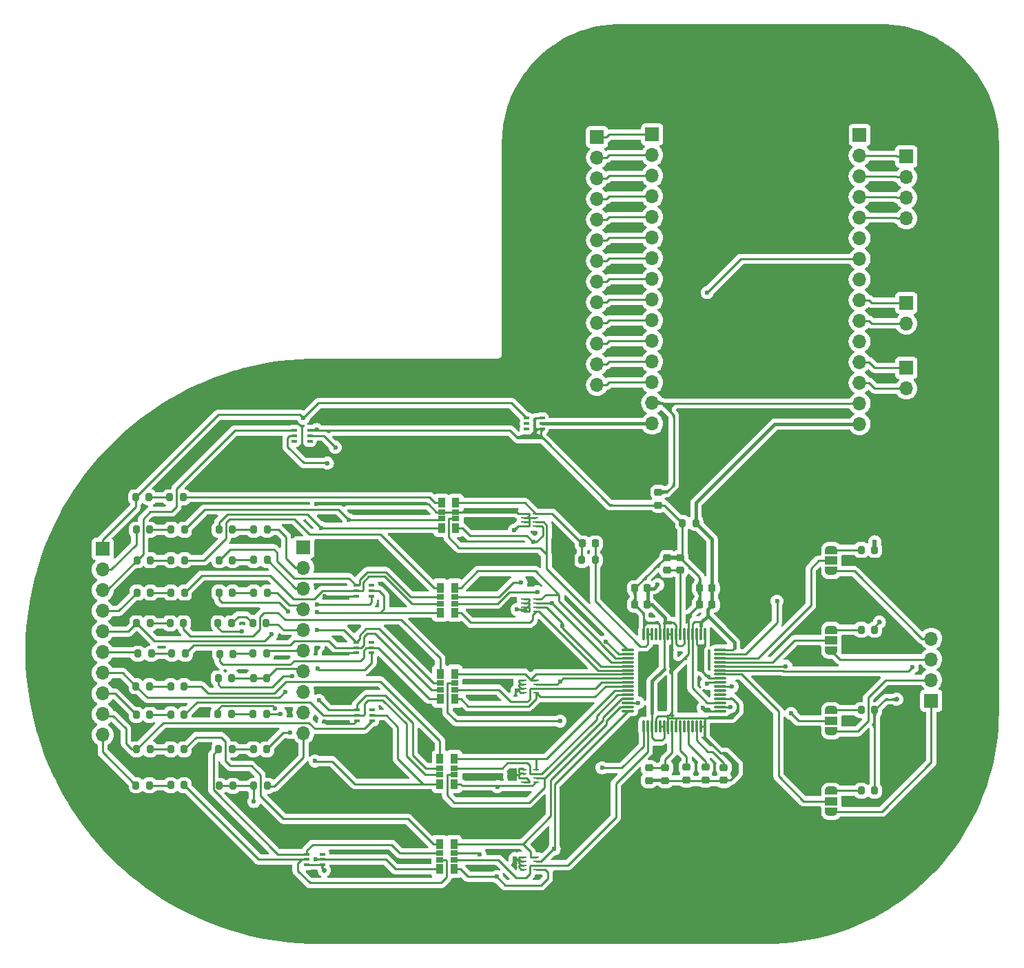
<source format=gbr>
%TF.GenerationSoftware,KiCad,Pcbnew,8.0.5*%
%TF.CreationDate,2025-02-22T12:03:58-08:00*%
%TF.ProjectId,eegw:ads1299,65656777-3a61-4647-9331-3239392e6b69,rev?*%
%TF.SameCoordinates,Original*%
%TF.FileFunction,Copper,L1,Top*%
%TF.FilePolarity,Positive*%
%FSLAX46Y46*%
G04 Gerber Fmt 4.6, Leading zero omitted, Abs format (unit mm)*
G04 Created by KiCad (PCBNEW 8.0.5) date 2025-02-22 12:03:58*
%MOMM*%
%LPD*%
G01*
G04 APERTURE LIST*
G04 Aperture macros list*
%AMRoundRect*
0 Rectangle with rounded corners*
0 $1 Rounding radius*
0 $2 $3 $4 $5 $6 $7 $8 $9 X,Y pos of 4 corners*
0 Add a 4 corners polygon primitive as box body*
4,1,4,$2,$3,$4,$5,$6,$7,$8,$9,$2,$3,0*
0 Add four circle primitives for the rounded corners*
1,1,$1+$1,$2,$3*
1,1,$1+$1,$4,$5*
1,1,$1+$1,$6,$7*
1,1,$1+$1,$8,$9*
0 Add four rect primitives between the rounded corners*
20,1,$1+$1,$2,$3,$4,$5,0*
20,1,$1+$1,$4,$5,$6,$7,0*
20,1,$1+$1,$6,$7,$8,$9,0*
20,1,$1+$1,$8,$9,$2,$3,0*%
%AMFreePoly0*
4,1,19,0.550000,-0.750000,0.000000,-0.750000,0.000000,-0.744911,-0.071157,-0.744911,-0.207708,-0.704816,-0.327430,-0.627875,-0.420627,-0.520320,-0.479746,-0.390866,-0.500000,-0.250000,-0.500000,0.250000,-0.479746,0.390866,-0.420627,0.520320,-0.327430,0.627875,-0.207708,0.704816,-0.071157,0.744911,0.000000,0.744911,0.000000,0.750000,0.550000,0.750000,0.550000,-0.750000,0.550000,-0.750000,
$1*%
%AMFreePoly1*
4,1,19,0.000000,0.744911,0.071157,0.744911,0.207708,0.704816,0.327430,0.627875,0.420627,0.520320,0.479746,0.390866,0.500000,0.250000,0.500000,-0.250000,0.479746,-0.390866,0.420627,-0.520320,0.327430,-0.627875,0.207708,-0.704816,0.071157,-0.744911,0.000000,-0.744911,0.000000,-0.750000,-0.550000,-0.750000,-0.550000,0.750000,0.000000,0.750000,0.000000,0.744911,0.000000,0.744911,
$1*%
G04 Aperture macros list end*
%TA.AperFunction,SMDPad,CuDef*%
%ADD10RoundRect,0.225000X-0.250000X0.225000X-0.250000X-0.225000X0.250000X-0.225000X0.250000X0.225000X0*%
%TD*%
%TA.AperFunction,ComponentPad*%
%ADD11R,1.700000X1.700000*%
%TD*%
%TA.AperFunction,ComponentPad*%
%ADD12O,1.700000X1.700000*%
%TD*%
%TA.AperFunction,SMDPad,CuDef*%
%ADD13RoundRect,0.075000X-0.662500X-0.075000X0.662500X-0.075000X0.662500X0.075000X-0.662500X0.075000X0*%
%TD*%
%TA.AperFunction,SMDPad,CuDef*%
%ADD14RoundRect,0.075000X-0.075000X-0.662500X0.075000X-0.662500X0.075000X0.662500X-0.075000X0.662500X0*%
%TD*%
%TA.AperFunction,SMDPad,CuDef*%
%ADD15RoundRect,0.200000X-0.200000X-0.275000X0.200000X-0.275000X0.200000X0.275000X-0.200000X0.275000X0*%
%TD*%
%TA.AperFunction,SMDPad,CuDef*%
%ADD16RoundRect,0.225000X0.225000X0.250000X-0.225000X0.250000X-0.225000X-0.250000X0.225000X-0.250000X0*%
%TD*%
%TA.AperFunction,SMDPad,CuDef*%
%ADD17RoundRect,0.200000X0.200000X0.275000X-0.200000X0.275000X-0.200000X-0.275000X0.200000X-0.275000X0*%
%TD*%
%TA.AperFunction,SMDPad,CuDef*%
%ADD18R,0.965200X1.244600*%
%TD*%
%TA.AperFunction,SMDPad,CuDef*%
%ADD19R,0.965200X0.660400*%
%TD*%
%TA.AperFunction,SMDPad,CuDef*%
%ADD20RoundRect,0.218750X0.256250X-0.218750X0.256250X0.218750X-0.256250X0.218750X-0.256250X-0.218750X0*%
%TD*%
%TA.AperFunction,SMDPad,CuDef*%
%ADD21FreePoly0,90.000000*%
%TD*%
%TA.AperFunction,SMDPad,CuDef*%
%ADD22R,1.500000X1.000000*%
%TD*%
%TA.AperFunction,SMDPad,CuDef*%
%ADD23FreePoly1,90.000000*%
%TD*%
%TA.AperFunction,SMDPad,CuDef*%
%ADD24R,0.685800X0.152400*%
%TD*%
%TA.AperFunction,SMDPad,CuDef*%
%ADD25RoundRect,0.100000X0.225000X0.100000X-0.225000X0.100000X-0.225000X-0.100000X0.225000X-0.100000X0*%
%TD*%
%TA.AperFunction,SMDPad,CuDef*%
%ADD26RoundRect,0.100000X-0.225000X-0.100000X0.225000X-0.100000X0.225000X0.100000X-0.225000X0.100000X0*%
%TD*%
%TA.AperFunction,SMDPad,CuDef*%
%ADD27RoundRect,0.225000X0.250000X-0.225000X0.250000X0.225000X-0.250000X0.225000X-0.250000X-0.225000X0*%
%TD*%
%TA.AperFunction,SMDPad,CuDef*%
%ADD28RoundRect,0.225000X-0.225000X-0.250000X0.225000X-0.250000X0.225000X0.250000X-0.225000X0.250000X0*%
%TD*%
%TA.AperFunction,ViaPad*%
%ADD29C,0.600000*%
%TD*%
%TA.AperFunction,Conductor*%
%ADD30C,0.254000*%
%TD*%
%TA.AperFunction,Conductor*%
%ADD31C,0.381000*%
%TD*%
G04 APERTURE END LIST*
D10*
%TO.P,C16,1*%
%TO.N,Net-(U6-VCAP1)*%
X156006500Y-136762000D03*
%TO.P,C16,2*%
%TO.N,GNDA*%
X156006500Y-138312000D03*
%TD*%
D11*
%TO.P,J1,1,Pin_1*%
%TO.N,en*%
X142687500Y-59262500D03*
D12*
%TO.P,J1,2,Pin_2*%
%TO.N,vp*%
X142687500Y-61802500D03*
%TO.P,J1,3,Pin_3*%
%TO.N,vn*%
X142687500Y-64342500D03*
%TO.P,J1,4,Pin_4*%
%TO.N,io34*%
X142687500Y-66882500D03*
%TO.P,J1,5,Pin_5*%
%TO.N,io35*%
X142687500Y-69422500D03*
%TO.P,J1,6,Pin_6*%
%TO.N,io32*%
X142687500Y-71962500D03*
%TO.P,J1,7,Pin_7*%
%TO.N,io33*%
X142687500Y-74502500D03*
%TO.P,J1,8,Pin_8*%
%TO.N,io25*%
X142687500Y-77042500D03*
%TO.P,J1,9,Pin_9*%
%TO.N,io26*%
X142687500Y-79582500D03*
%TO.P,J1,10,Pin_10*%
%TO.N,io27*%
X142687500Y-82122500D03*
%TO.P,J1,11,Pin_11*%
%TO.N,io14*%
X142687500Y-84662500D03*
%TO.P,J1,12,Pin_12*%
%TO.N,io12*%
X142687500Y-87202500D03*
%TO.P,J1,13,Pin_13*%
%TO.N,io13*%
X142687500Y-89742500D03*
%TD*%
D13*
%TO.P,U6,1,IN8N*%
%TO.N,in8n*%
X146500000Y-122350000D03*
%TO.P,U6,2,IN8P*%
%TO.N,in8p*%
X146500000Y-122850000D03*
%TO.P,U6,3,IN7P*%
%TO.N,in7n*%
X146500000Y-123350000D03*
%TO.P,U6,4,IN7N*%
%TO.N,in7p*%
X146500000Y-123850000D03*
%TO.P,U6,5,IN6N*%
%TO.N,in6n*%
X146500000Y-124350000D03*
%TO.P,U6,6,IN6P*%
%TO.N,in6p*%
X146500000Y-124850000D03*
%TO.P,U6,7,IN5N*%
%TO.N,in5n*%
X146500000Y-125350000D03*
%TO.P,U6,8,IN5P*%
%TO.N,in5p*%
X146500000Y-125850000D03*
%TO.P,U6,9,IN4N*%
%TO.N,in4n*%
X146500000Y-126350000D03*
%TO.P,U6,10,IN4P*%
%TO.N,in4p*%
X146500000Y-126850000D03*
%TO.P,U6,11,IN3N*%
%TO.N,in3n*%
X146500000Y-127350000D03*
%TO.P,U6,12,IN3P*%
%TO.N,in3p*%
X146500000Y-127850000D03*
%TO.P,U6,13,IN2N*%
%TO.N,in2n*%
X146500000Y-128350000D03*
%TO.P,U6,14,IN2P*%
%TO.N,in2p*%
X146500000Y-128850000D03*
%TO.P,U6,15,IN1N*%
%TO.N,in1n*%
X146500000Y-129350000D03*
%TO.P,U6,16,IN1P*%
%TO.N,in1p*%
X146500000Y-129850000D03*
D14*
%TO.P,U6,17,SRB1*%
%TO.N,_SRB1*%
X148412500Y-131762500D03*
%TO.P,U6,18,SRB2*%
%TO.N,_SRB2*%
X148912500Y-131762500D03*
%TO.P,U6,19,AVDD*%
%TO.N,+5V*%
X149412500Y-131762500D03*
%TO.P,U6,20,AVSS*%
%TO.N,GNDA*%
X149912500Y-131762500D03*
%TO.P,U6,21,AVDD*%
%TO.N,+5V*%
X150412500Y-131762500D03*
%TO.P,U6,22,AVDD*%
X150912500Y-131762500D03*
%TO.P,U6,23,AVSS*%
%TO.N,GNDA*%
X151412500Y-131762500D03*
%TO.P,U6,24,VREFP*%
%TO.N,Net-(U6-VREFP)*%
X151912500Y-131762500D03*
%TO.P,U6,25,VREFN*%
%TO.N,GNDA*%
X152412500Y-131762500D03*
%TO.P,U6,26,VCAP4*%
%TO.N,Net-(U6-VCAP4)*%
X152912500Y-131762500D03*
%TO.P,U6,27,NC*%
%TO.N,unconnected-(U6-NC-Pad27)*%
X153412500Y-131762500D03*
%TO.P,U6,28,VCAP1*%
%TO.N,Net-(U6-VCAP1)*%
X153912500Y-131762500D03*
%TO.P,U6,29,NC*%
%TO.N,unconnected-(U6-NC-Pad29)*%
X154412500Y-131762500D03*
%TO.P,U6,30,VCAP2*%
%TO.N,Net-(U6-VCAP2)*%
X154912500Y-131762500D03*
%TO.P,U6,31,RESV1*%
%TO.N,GNDA*%
X155412500Y-131762500D03*
%TO.P,U6,32,AVSS*%
X155912500Y-131762500D03*
D13*
%TO.P,U6,33,DGND*%
%TO.N,GND*%
X157825000Y-129850000D03*
%TO.P,U6,34,DIN*%
%TO.N,MOSI*%
X157825000Y-129350000D03*
%TO.P,U6,35,~{PWDN}*%
%TO.N,+3V3*%
X157825000Y-128850000D03*
%TO.P,U6,36,~{RESET}*%
%TO.N,GNDA*%
X157825000Y-128350000D03*
%TO.P,U6,37,CLK*%
%TO.N,CLK*%
X157825000Y-127850000D03*
%TO.P,U6,38,START*%
%TO.N,unconnected-(U6-START-Pad38)*%
X157825000Y-127350000D03*
%TO.P,U6,39,~{CS}*%
%TO.N,CS*%
X157825000Y-126850000D03*
%TO.P,U6,40,SCLK*%
%TO.N,SCLK*%
X157825000Y-126350000D03*
%TO.P,U6,41,DAISY_IN*%
%TO.N,GND*%
X157825000Y-125850000D03*
%TO.P,U6,42,GPIO1*%
%TO.N,pin1*%
X157825000Y-125350000D03*
%TO.P,U6,43,DOUT*%
%TO.N,MISO*%
X157825000Y-124850000D03*
%TO.P,U6,44,GPIO2*%
%TO.N,pin2*%
X157825000Y-124350000D03*
%TO.P,U6,45,GPIO3*%
%TO.N,pin3*%
X157825000Y-123850000D03*
%TO.P,U6,46,GPIO4*%
%TO.N,pin4*%
X157825000Y-123350000D03*
%TO.P,U6,47,~{DRDY}*%
%TO.N,DRDY*%
X157825000Y-122850000D03*
%TO.P,U6,48,DVDD*%
%TO.N,+3V3*%
X157825000Y-122350000D03*
D14*
%TO.P,U6,49,DGND*%
%TO.N,GND*%
X155912500Y-120437500D03*
%TO.P,U6,50,DVDD*%
%TO.N,+3V3*%
X155412500Y-120437500D03*
%TO.P,U6,51,DGND*%
%TO.N,GND*%
X154912500Y-120437500D03*
%TO.P,U6,52,CLKSEL*%
%TO.N,+3V3*%
X154412500Y-120437500D03*
%TO.P,U6,53,AVSS1*%
%TO.N,GNDA*%
X153912500Y-120437500D03*
%TO.P,U6,54,AVDD1*%
%TO.N,+5V*%
X153412500Y-120437500D03*
%TO.P,U6,55,VCAP3*%
%TO.N,Net-(U6-VCAP3)*%
X152912500Y-120437500D03*
%TO.P,U6,56,AVDD*%
%TO.N,+5V*%
X152412500Y-120437500D03*
%TO.P,U6,57,AVSS*%
%TO.N,GNDA*%
X151912500Y-120437500D03*
%TO.P,U6,58,AVSS*%
X151412500Y-120437500D03*
%TO.P,U6,59,AVDD*%
%TO.N,+5V*%
X150912500Y-120437500D03*
%TO.P,U6,60,BIAS_REF*%
%TO.N,GNDA*%
X150412500Y-120437500D03*
%TO.P,U6,61,BIAS_INV*%
%TO.N,BIAS_INV*%
X149912500Y-120437500D03*
%TO.P,U6,62,BIAS_IN*%
%TO.N,Net-(U6-BIAS_IN)*%
X149412500Y-120437500D03*
%TO.P,U6,63,BIAS_OUT*%
X148912500Y-120437500D03*
%TO.P,U6,64,RESERVED*%
%TO.N,GNDA*%
X148412500Y-120437500D03*
%TD*%
D15*
%TO.P,R15,1*%
%TO.N,1n*%
X86125000Y-134555000D03*
%TO.P,R15,2*%
%TO.N,Net-(R15-Pad2)*%
X87775000Y-134555000D03*
%TD*%
%TO.P,R10,1*%
%TO.N,Net-(R10-Pad1)*%
X90350000Y-111305000D03*
%TO.P,R10,2*%
%TO.N,Net-(R10-Pad2)*%
X92000000Y-111305000D03*
%TD*%
D16*
%TO.P,C11,1*%
%TO.N,+3V3*%
X156825000Y-114762500D03*
%TO.P,C11,2*%
%TO.N,GNDA*%
X155275000Y-114762500D03*
%TD*%
D17*
%TO.P,R39,1*%
%TO.N,Net-(R39-Pad1)*%
X97850000Y-134555000D03*
%TO.P,R39,2*%
%TO.N,Net-(U7-IO1)*%
X96200000Y-134555000D03*
%TD*%
%TO.P,R7,1*%
%TO.N,7p*%
X102150000Y-111295000D03*
%TO.P,R7,2*%
%TO.N,Net-(R6-Pad1)*%
X100500000Y-111295000D03*
%TD*%
D18*
%TO.P,R49,1*%
%TO.N,Net-(R32-Pad2)*%
X123336400Y-146216600D03*
D19*
%TO.P,R49,2*%
%TO.N,Net-(U7-IO1)*%
X123336400Y-147338010D03*
%TO.P,R49,3*%
%TO.N,Net-(U7-IO2)*%
X123336400Y-148167320D03*
D18*
%TO.P,R49,4*%
%TO.N,Net-(U7-IO4)*%
X123336400Y-149290000D03*
%TO.P,R49,5*%
%TO.N,_SRB1*%
X125089000Y-149290000D03*
D19*
%TO.P,R49,6*%
%TO.N,_SRB2*%
X125089000Y-148168590D03*
%TO.P,R49,7*%
%TO.N,in1p*%
X125089000Y-147339280D03*
D18*
%TO.P,R49,8*%
%TO.N,in1n*%
X125089000Y-146216600D03*
%TD*%
D20*
%TO.P,FB1,1*%
%TO.N,GNDA*%
X150212500Y-104525000D03*
%TO.P,FB1,2*%
%TO.N,GND*%
X150212500Y-102950000D03*
%TD*%
D15*
%TO.P,R32,1*%
%TO.N,Net-(R15-Pad2)*%
X90300000Y-134555000D03*
%TO.P,R32,2*%
%TO.N,Net-(R32-Pad2)*%
X91950000Y-134555000D03*
%TD*%
D18*
%TO.P,R44,1*%
%TO.N,Net-(R34-Pad2)*%
X123422400Y-125277300D03*
D19*
%TO.P,R44,2*%
%TO.N,Net-(U4-IO1)*%
X123422400Y-126398710D03*
%TO.P,R44,3*%
%TO.N,Net-(U4-IO2)*%
X123422400Y-127228020D03*
D18*
%TO.P,R44,4*%
%TO.N,Net-(U4-IO4)*%
X123422400Y-128350700D03*
%TO.P,R44,5*%
%TO.N,in4p*%
X125175000Y-128350700D03*
D19*
%TO.P,R44,6*%
%TO.N,in4n*%
X125175000Y-127229290D03*
%TO.P,R44,7*%
%TO.N,in5p*%
X125175000Y-126399980D03*
D18*
%TO.P,R44,8*%
%TO.N,in5n*%
X125175000Y-125277300D03*
%TD*%
D15*
%TO.P,R1,1*%
%TO.N,8n*%
X86075000Y-107565000D03*
%TO.P,R1,2*%
%TO.N,Net-(R1-Pad2)*%
X87725000Y-107565000D03*
%TD*%
D11*
%TO.P,J4,1,Pin_1*%
%TO.N,io22*%
X180687500Y-61662500D03*
D12*
%TO.P,J4,2,Pin_2*%
%TO.N,tx0*%
X180687500Y-64202500D03*
%TO.P,J4,3,Pin_3*%
%TO.N,rx0*%
X180687500Y-66742500D03*
%TO.P,J4,4,Pin_4*%
%TO.N,io21*%
X180687500Y-69282500D03*
%TD*%
D15*
%TO.P,R19,1*%
%TO.N,5n*%
X86125000Y-119065000D03*
%TO.P,R19,2*%
%TO.N,Net-(R19-Pad2)*%
X87775000Y-119065000D03*
%TD*%
%TO.P,R31,1*%
%TO.N,Net-(R18-Pad2)*%
X90300000Y-138975000D03*
%TO.P,R31,2*%
%TO.N,Net-(U7-IO2)*%
X91950000Y-138975000D03*
%TD*%
%TO.P,R47,1*%
%TO.N,Net-(JP2-B)*%
X175150000Y-129750000D03*
%TO.P,R47,2*%
%TO.N,GND*%
X176800000Y-129750000D03*
%TD*%
D11*
%TO.P,J2,1,Pin_1*%
%TO.N,en*%
X149462000Y-58952500D03*
D12*
%TO.P,J2,2,Pin_2*%
%TO.N,vp*%
X149462000Y-61492500D03*
%TO.P,J2,3,Pin_3*%
%TO.N,vn*%
X149462000Y-64032500D03*
%TO.P,J2,4,Pin_4*%
%TO.N,io34*%
X149462000Y-66572500D03*
%TO.P,J2,5,Pin_5*%
%TO.N,io35*%
X149462000Y-69112500D03*
%TO.P,J2,6,Pin_6*%
%TO.N,io32*%
X149462000Y-71652500D03*
%TO.P,J2,7,Pin_7*%
%TO.N,io33*%
X149462000Y-74192500D03*
%TO.P,J2,8,Pin_8*%
%TO.N,io25*%
X149462000Y-76732500D03*
%TO.P,J2,9,Pin_9*%
%TO.N,io26*%
X149462000Y-79272500D03*
%TO.P,J2,10,Pin_10*%
%TO.N,io27*%
X149462000Y-81812500D03*
%TO.P,J2,11,Pin_11*%
%TO.N,io14*%
X149462000Y-84352500D03*
%TO.P,J2,12,Pin_12*%
%TO.N,io12*%
X149462000Y-86892500D03*
%TO.P,J2,13,Pin_13*%
%TO.N,io13*%
X149462000Y-89432500D03*
%TO.P,J2,14,Pin_14*%
%TO.N,GND*%
X149462000Y-91972500D03*
%TO.P,J2,15,Pin_15*%
%TO.N,+5V*%
X149462000Y-94512500D03*
%TD*%
D21*
%TO.P,JP1,1,A*%
%TO.N,gpio4ADS*%
X171475000Y-112650000D03*
D22*
%TO.P,JP1,2,C*%
%TO.N,pin4*%
X171475000Y-111350000D03*
D23*
%TO.P,JP1,3,B*%
%TO.N,Net-(JP1-B)*%
X171475000Y-110050000D03*
%TD*%
D15*
%TO.P,R21,1*%
%TO.N,2n*%
X86075000Y-130310000D03*
%TO.P,R21,2*%
%TO.N,Net-(R21-Pad2)*%
X87725000Y-130310000D03*
%TD*%
%TO.P,R20,1*%
%TO.N,3n*%
X86050000Y-126815000D03*
%TO.P,R20,2*%
%TO.N,Net-(R20-Pad2)*%
X87700000Y-126815000D03*
%TD*%
D21*
%TO.P,JP4,1,A*%
%TO.N,gpio1ADS*%
X171475000Y-142250000D03*
D22*
%TO.P,JP4,2,C*%
%TO.N,pin1*%
X171475000Y-140950000D03*
D23*
%TO.P,JP4,3,B*%
%TO.N,Net-(JP4-B)*%
X171475000Y-139650000D03*
%TD*%
D15*
%TO.P,R16,1*%
%TO.N,6n*%
X86175000Y-115305000D03*
%TO.P,R16,2*%
%TO.N,Net-(R16-Pad2)*%
X87825000Y-115305000D03*
%TD*%
D17*
%TO.P,R28,1*%
%TO.N,Net-(R25-Pad2)*%
X97975000Y-122815000D03*
%TO.P,R28,2*%
%TO.N,Net-(U4-IO4)*%
X96325000Y-122815000D03*
%TD*%
D24*
%TO.P,C1,1*%
%TO.N,GNDA*%
X133675000Y-105584000D03*
%TO.P,C1,2*%
X133675000Y-106092000D03*
%TO.P,C1,3*%
X133675000Y-106600000D03*
%TO.P,C1,4*%
X133675000Y-107108000D03*
%TO.P,C1,5*%
%TO.N,in8p*%
X135148200Y-107108000D03*
%TO.P,C1,6*%
%TO.N,in8n*%
X135148200Y-106600000D03*
%TO.P,C1,7*%
%TO.N,GNDA*%
X135148200Y-106092000D03*
%TO.P,C1,8*%
%TO.N,BIAS_DRV*%
X135148200Y-105584000D03*
%TD*%
D17*
%TO.P,R29,1*%
%TO.N,6p*%
X102150000Y-115305000D03*
%TO.P,R29,2*%
%TO.N,Net-(R24-Pad1)*%
X100500000Y-115305000D03*
%TD*%
D15*
%TO.P,R13,1*%
%TO.N,BIAS_DRV*%
X140825000Y-111262500D03*
%TO.P,R13,2*%
%TO.N,Net-(U6-BIAS_IN)*%
X142475000Y-111262500D03*
%TD*%
D11*
%TO.P,J7,1,Pin_1*%
%TO.N,BIAS*%
X81950000Y-109930000D03*
D12*
%TO.P,J7,2,Pin_2*%
%TO.N,8n*%
X81950000Y-112470000D03*
%TO.P,J7,3,Pin_3*%
%TO.N,7n*%
X81950000Y-115010000D03*
%TO.P,J7,4,Pin_4*%
%TO.N,6n*%
X81950000Y-117550000D03*
%TO.P,J7,5,Pin_5*%
%TO.N,5n*%
X81950000Y-120090000D03*
%TO.P,J7,6,Pin_6*%
%TO.N,4n*%
X81950000Y-122630000D03*
%TO.P,J7,7,Pin_7*%
%TO.N,3n*%
X81950000Y-125170000D03*
%TO.P,J7,8,Pin_8*%
%TO.N,2n*%
X81950000Y-127710000D03*
%TO.P,J7,9,Pin_9*%
%TO.N,1n*%
X81950000Y-130250000D03*
%TO.P,J7,10,Pin_10*%
%TO.N,SRB2*%
X81950000Y-132790000D03*
%TD*%
D25*
%TO.P,U2,1,IO1*%
%TO.N,GNDA*%
X135923500Y-95134000D03*
%TO.P,U2,2,IO2*%
%TO.N,+5V*%
X135923500Y-94484000D03*
%TO.P,U2,3,GND*%
%TO.N,GNDA*%
X135923500Y-93834000D03*
%TO.P,U2,4,IO3*%
%TO.N,BIAS*%
X134023500Y-93834000D03*
%TO.P,U2,5,IO4*%
%TO.N,unconnected-(U2-IO4-Pad5)*%
X134023500Y-94484000D03*
%TO.P,U2,6,NC*%
%TO.N,unconnected-(U2-NC-Pad6)*%
X134023500Y-95134000D03*
%TD*%
D17*
%TO.P,R6,1*%
%TO.N,Net-(R6-Pad1)*%
X97900000Y-111305000D03*
%TO.P,R6,2*%
%TO.N,Net-(U5-IO1)*%
X96250000Y-111305000D03*
%TD*%
D15*
%TO.P,R33,1*%
%TO.N,Net-(R16-Pad2)*%
X90350000Y-115305000D03*
%TO.P,R33,2*%
%TO.N,Net-(U5-IO2)*%
X92000000Y-115305000D03*
%TD*%
D16*
%TO.P,C13,1*%
%TO.N,+5V*%
X148875000Y-114762500D03*
%TO.P,C13,2*%
%TO.N,GNDA*%
X147325000Y-114762500D03*
%TD*%
D21*
%TO.P,JP2,1,A*%
%TO.N,gpio2ADS*%
X171475000Y-132350000D03*
D22*
%TO.P,JP2,2,C*%
%TO.N,pin2*%
X171475000Y-131050000D03*
D23*
%TO.P,JP2,3,B*%
%TO.N,Net-(JP2-B)*%
X171475000Y-129750000D03*
%TD*%
D26*
%TO.P,U5,1,IO1*%
%TO.N,Net-(U5-IO1)*%
X113075000Y-114425000D03*
%TO.P,U5,2,IO2*%
%TO.N,Net-(U5-IO2)*%
X113075000Y-115075000D03*
%TO.P,U5,3,GND*%
%TO.N,GNDA*%
X113075000Y-115725000D03*
%TO.P,U5,4,IO3*%
%TO.N,5n*%
X114975000Y-115725000D03*
%TO.P,U5,5,IO4*%
%TO.N,Net-(U5-IO4)*%
X114975000Y-115075000D03*
%TO.P,U5,6,NC*%
%TO.N,unconnected-(U5-NC-Pad6)*%
X114975000Y-114425000D03*
%TD*%
D15*
%TO.P,R41,1*%
%TO.N,Net-(R21-Pad2)*%
X90325000Y-130300000D03*
%TO.P,R41,2*%
%TO.N,Net-(U3-IO2)*%
X91975000Y-130300000D03*
%TD*%
D24*
%TO.P,C5,1*%
%TO.N,GNDA*%
X133701800Y-126084000D03*
%TO.P,C5,2*%
X133701800Y-126592000D03*
%TO.P,C5,3*%
X133701800Y-127100000D03*
%TO.P,C5,4*%
X133701800Y-127608000D03*
%TO.P,C5,5*%
%TO.N,in4p*%
X135175000Y-127608000D03*
%TO.P,C5,6*%
%TO.N,in4n*%
X135175000Y-127100000D03*
%TO.P,C5,7*%
%TO.N,in5p*%
X135175000Y-126592000D03*
%TO.P,C5,8*%
%TO.N,in5n*%
X135175000Y-126084000D03*
%TD*%
D26*
%TO.P,U7,1,IO1*%
%TO.N,Net-(U7-IO1)*%
X107050000Y-147450000D03*
%TO.P,U7,2,IO2*%
%TO.N,Net-(U7-IO2)*%
X107050000Y-148100000D03*
%TO.P,U7,3,GND*%
%TO.N,GNDA*%
X107050000Y-148750000D03*
%TO.P,U7,4,IO3*%
X108950000Y-148750000D03*
%TO.P,U7,5,IO4*%
%TO.N,Net-(U7-IO4)*%
X108950000Y-148100000D03*
%TO.P,U7,6,NC*%
%TO.N,unconnected-(U7-NC-Pad6)*%
X108950000Y-147450000D03*
%TD*%
D27*
%TO.P,C15,1*%
%TO.N,GNDA*%
X158269000Y-138374500D03*
%TO.P,C15,2*%
%TO.N,Net-(U6-VCAP2)*%
X158269000Y-136824500D03*
%TD*%
%TO.P,C14,1*%
%TO.N,GNDA*%
X151074000Y-138392000D03*
%TO.P,C14,2*%
%TO.N,Net-(U6-VREFP)*%
X151074000Y-136842000D03*
%TD*%
D17*
%TO.P,R23,1*%
%TO.N,5p*%
X102025000Y-119045000D03*
%TO.P,R23,2*%
%TO.N,Net-(R22-Pad1)*%
X100375000Y-119045000D03*
%TD*%
D15*
%TO.P,R4,1*%
%TO.N,Net-(R2-Pad2)*%
X90175000Y-103555000D03*
%TO.P,R4,2*%
%TO.N,Net-(R11-Pad1)*%
X91825000Y-103555000D03*
%TD*%
D25*
%TO.P,U1,1,IO1*%
%TO.N,unconnected-(U1-IO1-Pad1)*%
X107400000Y-96650000D03*
%TO.P,U1,2,IO2*%
%TO.N,Net-(U1-IO2)*%
X107400000Y-96000000D03*
%TO.P,U1,3,GND*%
%TO.N,GNDA*%
X107400000Y-95350000D03*
%TO.P,U1,4,IO3*%
%TO.N,7n*%
X105500000Y-95350000D03*
%TO.P,U1,5,IO4*%
%TO.N,Net-(U1-IO4)*%
X105500000Y-96000000D03*
%TO.P,U1,6,NC*%
%TO.N,unconnected-(U1-NC-Pad6)*%
X105500000Y-96650000D03*
%TD*%
D17*
%TO.P,R25,1*%
%TO.N,4p*%
X102075000Y-122805000D03*
%TO.P,R25,2*%
%TO.N,Net-(R25-Pad2)*%
X100425000Y-122805000D03*
%TD*%
D27*
%TO.P,C12,1*%
%TO.N,GNDA*%
X149074000Y-138392000D03*
%TO.P,C12,2*%
%TO.N,Net-(U6-VREFP)*%
X149074000Y-136842000D03*
%TD*%
D24*
%TO.P,C7,1*%
%TO.N,GNDA*%
X133701800Y-116084000D03*
%TO.P,C7,2*%
X133701800Y-116592000D03*
%TO.P,C7,3*%
X133701800Y-117100000D03*
%TO.P,C7,4*%
X133701800Y-117608000D03*
%TO.P,C7,5*%
%TO.N,in6p*%
X135175000Y-117608000D03*
%TO.P,C7,6*%
%TO.N,in6n*%
X135175000Y-117100000D03*
%TO.P,C7,7*%
%TO.N,in7p*%
X135175000Y-116592000D03*
%TO.P,C7,8*%
%TO.N,in7n*%
X135175000Y-116084000D03*
%TD*%
D17*
%TO.P,R27,1*%
%TO.N,SRB1*%
X102175000Y-139055000D03*
%TO.P,R27,2*%
%TO.N,Net-(U7-IO4)*%
X100525000Y-139055000D03*
%TD*%
D18*
%TO.P,R43,1*%
%TO.N,Net-(R40-Pad2)*%
X123384400Y-135753300D03*
D19*
%TO.P,R43,2*%
%TO.N,Net-(U3-IO1)*%
X123384400Y-136874710D03*
%TO.P,R43,3*%
%TO.N,Net-(U3-IO2)*%
X123384400Y-137704020D03*
D18*
%TO.P,R43,4*%
%TO.N,Net-(U3-IO4)*%
X123384400Y-138826700D03*
%TO.P,R43,5*%
%TO.N,in2p*%
X125137000Y-138826700D03*
D19*
%TO.P,R43,6*%
%TO.N,in2n*%
X125137000Y-137705290D03*
%TO.P,R43,7*%
%TO.N,in3p*%
X125137000Y-136875980D03*
D18*
%TO.P,R43,8*%
%TO.N,in3n*%
X125137000Y-135753300D03*
%TD*%
D17*
%TO.P,R22,1*%
%TO.N,Net-(R22-Pad1)*%
X97775000Y-119055000D03*
%TO.P,R22,2*%
%TO.N,Net-(U4-IO1)*%
X96125000Y-119055000D03*
%TD*%
D15*
%TO.P,R40,1*%
%TO.N,Net-(R20-Pad2)*%
X90300000Y-126805000D03*
%TO.P,R40,2*%
%TO.N,Net-(R40-Pad2)*%
X91950000Y-126805000D03*
%TD*%
%TO.P,R36,1*%
%TO.N,Net-(R17-Pad2)*%
X90450000Y-122805000D03*
%TO.P,R36,2*%
%TO.N,Net-(U4-IO2)*%
X92100000Y-122805000D03*
%TD*%
D17*
%TO.P,R24,1*%
%TO.N,Net-(R24-Pad1)*%
X97900000Y-115305000D03*
%TO.P,R24,2*%
%TO.N,Net-(U5-IO4)*%
X96250000Y-115305000D03*
%TD*%
D28*
%TO.P,C4,1*%
%TO.N,BIAS_DRV*%
X140900000Y-109262500D03*
%TO.P,C4,2*%
%TO.N,Net-(U6-BIAS_IN)*%
X142450000Y-109262500D03*
%TD*%
D16*
%TO.P,C8,1*%
%TO.N,+3V3*%
X156825000Y-116762500D03*
%TO.P,C8,2*%
%TO.N,GNDA*%
X155275000Y-116762500D03*
%TD*%
D17*
%TO.P,R9,1*%
%TO.N,8p*%
X102150000Y-107555000D03*
%TO.P,R9,2*%
%TO.N,Net-(R8-Pad1)*%
X100500000Y-107555000D03*
%TD*%
D15*
%TO.P,R2,1*%
%TO.N,BIAS*%
X86000000Y-103565000D03*
%TO.P,R2,2*%
%TO.N,Net-(R2-Pad2)*%
X87650000Y-103565000D03*
%TD*%
D17*
%TO.P,R42,1*%
%TO.N,1p*%
X102100000Y-134545000D03*
%TO.P,R42,2*%
%TO.N,Net-(R39-Pad1)*%
X100450000Y-134545000D03*
%TD*%
D18*
%TO.P,R11,1*%
%TO.N,Net-(R11-Pad1)*%
X123574000Y-104253300D03*
D19*
%TO.P,R11,2*%
%TO.N,GNDA*%
X123574000Y-105374710D03*
%TO.P,R11,3*%
%TO.N,Net-(U1-IO2)*%
X123574000Y-106204020D03*
D18*
%TO.P,R11,4*%
%TO.N,Net-(U1-IO4)*%
X123574000Y-107326700D03*
%TO.P,R11,5*%
%TO.N,in8p*%
X125326600Y-107326700D03*
D19*
%TO.P,R11,6*%
%TO.N,in8n*%
X125326600Y-106205290D03*
%TO.P,R11,7*%
%TO.N,GNDA*%
X125326600Y-105375980D03*
D18*
%TO.P,R11,8*%
%TO.N,BIAS_DRV*%
X125326600Y-104253300D03*
%TD*%
D17*
%TO.P,R35,1*%
%TO.N,3p*%
X97810000Y-125820000D03*
%TO.P,R35,2*%
%TO.N,Net-(U3-IO1)*%
X96160000Y-125820000D03*
%TD*%
D11*
%TO.P,J3,1,Pin_1*%
%TO.N,MOSI*%
X174950000Y-59012500D03*
D12*
%TO.P,J3,2,Pin_2*%
%TO.N,io22*%
X174950000Y-61552500D03*
%TO.P,J3,3,Pin_3*%
%TO.N,tx0*%
X174950000Y-64092500D03*
%TO.P,J3,4,Pin_4*%
%TO.N,rx0*%
X174950000Y-66632500D03*
%TO.P,J3,5,Pin_5*%
%TO.N,io21*%
X174950000Y-69172500D03*
%TO.P,J3,6,Pin_6*%
%TO.N,MISO*%
X174950000Y-71712500D03*
%TO.P,J3,7,Pin_7*%
%TO.N,SCLK*%
X174950000Y-74252500D03*
%TO.P,J3,8,Pin_8*%
%TO.N,CS*%
X174950000Y-76792500D03*
%TO.P,J3,9,Pin_9*%
%TO.N,tx2*%
X174950000Y-79332500D03*
%TO.P,J3,10,Pin_10*%
%TO.N,rx2*%
X174950000Y-81872500D03*
%TO.P,J3,11,Pin_11*%
%TO.N,DRDY*%
X174950000Y-84412500D03*
%TO.P,J3,12,Pin_12*%
%TO.N,io2*%
X174950000Y-86952500D03*
%TO.P,J3,13,Pin_13*%
%TO.N,io15*%
X174950000Y-89492500D03*
%TO.P,J3,14,Pin_14*%
%TO.N,GND*%
X174950000Y-92032500D03*
%TO.P,J3,15,Pin_15*%
%TO.N,+3V3*%
X174950000Y-94572500D03*
%TD*%
D24*
%TO.P,C17,1*%
%TO.N,GNDA*%
X133701800Y-147822000D03*
%TO.P,C17,2*%
X133701800Y-148330000D03*
%TO.P,C17,3*%
X133701800Y-148838000D03*
%TO.P,C17,4*%
X133701800Y-149346000D03*
%TO.P,C17,5*%
%TO.N,_SRB1*%
X135175000Y-149346000D03*
%TO.P,C17,6*%
%TO.N,_SRB2*%
X135175000Y-148838000D03*
%TO.P,C17,7*%
%TO.N,in1p*%
X135175000Y-148330000D03*
%TO.P,C17,8*%
%TO.N,in1n*%
X135175000Y-147822000D03*
%TD*%
D15*
%TO.P,R3,1*%
%TO.N,7n*%
X86150000Y-111315000D03*
%TO.P,R3,2*%
%TO.N,Net-(R10-Pad1)*%
X87800000Y-111315000D03*
%TD*%
%TO.P,R26,1*%
%TO.N,Net-(U7-IO4)*%
X96275000Y-139055000D03*
%TO.P,R26,2*%
X97925000Y-139055000D03*
%TD*%
%TO.P,R48,1*%
%TO.N,Net-(JP4-B)*%
X175150000Y-139650000D03*
%TO.P,R48,2*%
%TO.N,GND*%
X176800000Y-139650000D03*
%TD*%
D16*
%TO.P,C10,1*%
%TO.N,+5V*%
X148875000Y-116762500D03*
%TO.P,C10,2*%
%TO.N,GNDA*%
X147325000Y-116762500D03*
%TD*%
D15*
%TO.P,R5,1*%
%TO.N,Net-(R1-Pad2)*%
X90350000Y-107555000D03*
%TO.P,R5,2*%
%TO.N,Net-(U1-IO2)*%
X92000000Y-107555000D03*
%TD*%
%TO.P,R46,1*%
%TO.N,Net-(JP3-B)*%
X175150000Y-119850000D03*
%TO.P,R46,2*%
%TO.N,GND*%
X176800000Y-119850000D03*
%TD*%
D10*
%TO.P,C3,1*%
%TO.N,GNDA*%
X152912500Y-110987500D03*
%TO.P,C3,2*%
%TO.N,Net-(U6-VCAP3)*%
X152912500Y-112537500D03*
%TD*%
D15*
%TO.P,R34,1*%
%TO.N,Net-(R19-Pad2)*%
X90225000Y-119055000D03*
%TO.P,R34,2*%
%TO.N,Net-(R34-Pad2)*%
X91875000Y-119055000D03*
%TD*%
D11*
%TO.P,J9,1,Pin_1*%
%TO.N,gpio1ADS*%
X183750000Y-128580000D03*
D12*
%TO.P,J9,2,Pin_2*%
%TO.N,gpio2ADS*%
X183750000Y-126040000D03*
%TO.P,J9,3,Pin_3*%
%TO.N,gpio3ADS*%
X183750000Y-123500000D03*
%TO.P,J9,4,Pin_4*%
%TO.N,gpio4ADS*%
X183750000Y-120960000D03*
%TD*%
D15*
%TO.P,R17,1*%
%TO.N,4n*%
X86275000Y-122805000D03*
%TO.P,R17,2*%
%TO.N,Net-(R17-Pad2)*%
X87925000Y-122805000D03*
%TD*%
%TO.P,R18,1*%
%TO.N,SRB2*%
X86050000Y-138985000D03*
%TO.P,R18,2*%
%TO.N,Net-(R18-Pad2)*%
X87700000Y-138985000D03*
%TD*%
D11*
%TO.P,J5,1,Pin_1*%
%TO.N,io2*%
X180687500Y-87662500D03*
D12*
%TO.P,J5,2,Pin_2*%
%TO.N,io15*%
X180687500Y-90202500D03*
%TD*%
D10*
%TO.P,C2,1*%
%TO.N,GNDA*%
X151325000Y-110987500D03*
%TO.P,C2,2*%
%TO.N,Net-(U6-VCAP3)*%
X151325000Y-112537500D03*
%TD*%
D17*
%TO.P,R12,1*%
%TO.N,+3V3*%
X154837500Y-106737500D03*
%TO.P,R12,2*%
%TO.N,GNDA*%
X153187500Y-106737500D03*
%TD*%
D11*
%TO.P,J8,1,Pin_1*%
%TO.N,BIAS*%
X106612500Y-109712500D03*
D12*
%TO.P,J8,2,Pin_2*%
%TO.N,8p*%
X106612500Y-112252500D03*
%TO.P,J8,3,Pin_3*%
%TO.N,7p*%
X106612500Y-114792500D03*
%TO.P,J8,4,Pin_4*%
%TO.N,6p*%
X106612500Y-117332500D03*
%TO.P,J8,5,Pin_5*%
%TO.N,5p*%
X106612500Y-119872500D03*
%TO.P,J8,6,Pin_6*%
%TO.N,4p*%
X106612500Y-122412500D03*
%TO.P,J8,7,Pin_7*%
%TO.N,3p*%
X106612500Y-124952500D03*
%TO.P,J8,8,Pin_8*%
%TO.N,2p*%
X106612500Y-127492500D03*
%TO.P,J8,9,Pin_9*%
%TO.N,1p*%
X106612500Y-130032500D03*
%TO.P,J8,10,Pin_10*%
%TO.N,SRB1*%
X106612500Y-132572500D03*
%TD*%
D21*
%TO.P,JP3,1,A*%
%TO.N,gpio3ADS*%
X171475000Y-122450000D03*
D22*
%TO.P,JP3,2,C*%
%TO.N,pin3*%
X171475000Y-121150000D03*
D23*
%TO.P,JP3,3,B*%
%TO.N,Net-(JP3-B)*%
X171475000Y-119850000D03*
%TD*%
D11*
%TO.P,J6,1,Pin_1*%
%TO.N,tx2*%
X180687500Y-79662500D03*
D12*
%TO.P,J6,2,Pin_2*%
%TO.N,rx2*%
X180687500Y-82202500D03*
%TD*%
D17*
%TO.P,R30,1*%
%TO.N,3p*%
X102135000Y-125800000D03*
%TO.P,R30,2*%
X100485000Y-125800000D03*
%TD*%
D24*
%TO.P,C6,1*%
%TO.N,GNDA*%
X133701800Y-137084000D03*
%TO.P,C6,2*%
X133701800Y-137592000D03*
%TO.P,C6,3*%
X133701800Y-138100000D03*
%TO.P,C6,4*%
X133701800Y-138608000D03*
%TO.P,C6,5*%
%TO.N,in2p*%
X135175000Y-138608000D03*
%TO.P,C6,6*%
%TO.N,in2n*%
X135175000Y-138100000D03*
%TO.P,C6,7*%
%TO.N,in3p*%
X135175000Y-137592000D03*
%TO.P,C6,8*%
%TO.N,in3n*%
X135175000Y-137084000D03*
%TD*%
D17*
%TO.P,R8,1*%
%TO.N,Net-(R8-Pad1)*%
X97900000Y-107565000D03*
%TO.P,R8,2*%
%TO.N,Net-(U1-IO4)*%
X96250000Y-107565000D03*
%TD*%
%TO.P,R38,1*%
%TO.N,Net-(R37-Pad2)*%
X97745000Y-130220000D03*
%TO.P,R38,2*%
%TO.N,Net-(U3-IO4)*%
X96095000Y-130220000D03*
%TD*%
D15*
%TO.P,R14,1*%
%TO.N,Net-(JP1-B)*%
X175150000Y-110050000D03*
%TO.P,R14,2*%
%TO.N,GND*%
X176800000Y-110050000D03*
%TD*%
D18*
%TO.P,R45,1*%
%TO.N,Net-(R10-Pad2)*%
X123422400Y-114692600D03*
D19*
%TO.P,R45,2*%
%TO.N,Net-(U5-IO1)*%
X123422400Y-115814010D03*
%TO.P,R45,3*%
%TO.N,Net-(U5-IO2)*%
X123422400Y-116643320D03*
D18*
%TO.P,R45,4*%
%TO.N,Net-(U5-IO4)*%
X123422400Y-117766000D03*
%TO.P,R45,5*%
%TO.N,in6p*%
X125175000Y-117766000D03*
D19*
%TO.P,R45,6*%
%TO.N,in6n*%
X125175000Y-116644590D03*
%TO.P,R45,7*%
%TO.N,in7p*%
X125175000Y-115815280D03*
D18*
%TO.P,R45,8*%
%TO.N,in7n*%
X125175000Y-114692600D03*
%TD*%
D26*
%TO.P,U3,1,IO1*%
%TO.N,Net-(U3-IO1)*%
X113175000Y-129725000D03*
%TO.P,U3,2,IO2*%
%TO.N,Net-(U3-IO2)*%
X113175000Y-130375000D03*
%TO.P,U3,3,GND*%
%TO.N,GNDA*%
X113175000Y-131025000D03*
%TO.P,U3,4,IO3*%
%TO.N,1n*%
X115075000Y-131025000D03*
%TO.P,U3,5,IO4*%
%TO.N,Net-(U3-IO4)*%
X115075000Y-130375000D03*
%TO.P,U3,6,NC*%
%TO.N,unconnected-(U3-NC-Pad6)*%
X115075000Y-129725000D03*
%TD*%
D27*
%TO.P,C9,1*%
%TO.N,GNDA*%
X153694000Y-138312000D03*
%TO.P,C9,2*%
%TO.N,Net-(U6-VCAP4)*%
X153694000Y-136762000D03*
%TD*%
D17*
%TO.P,R37,1*%
%TO.N,2p*%
X102070000Y-130220000D03*
%TO.P,R37,2*%
%TO.N,Net-(R37-Pad2)*%
X100420000Y-130220000D03*
%TD*%
D26*
%TO.P,U4,1,IO1*%
%TO.N,Net-(U4-IO1)*%
X113075000Y-121425000D03*
%TO.P,U4,2,IO2*%
%TO.N,Net-(U4-IO2)*%
X113075000Y-122075000D03*
%TO.P,U4,3,GND*%
%TO.N,GNDA*%
X113075000Y-122725000D03*
%TO.P,U4,4,IO3*%
%TO.N,3n*%
X114975000Y-122725000D03*
%TO.P,U4,5,IO4*%
%TO.N,Net-(U4-IO4)*%
X114975000Y-122075000D03*
%TO.P,U4,6,NC*%
%TO.N,unconnected-(U4-NC-Pad6)*%
X114975000Y-121425000D03*
%TD*%
D29*
%TO.N,in1p*%
X137420000Y-146830000D03*
X128290000Y-147480000D03*
%TO.N,in2p*%
X147757000Y-128850000D03*
X130430000Y-139153900D03*
%TO.N,_SRB1*%
X130350000Y-150225000D03*
X143310000Y-136840000D03*
%TO.N,5n*%
X108265300Y-116772400D03*
X102700900Y-120421000D03*
%TO.N,in5p*%
X138140000Y-126200000D03*
X138157300Y-131089300D03*
%TO.N,3n*%
X104360000Y-127470000D03*
X108390000Y-124620000D03*
%TO.N,BIAS*%
X106612500Y-93834000D03*
%TO.N,in7p*%
X137140000Y-116590000D03*
X133344200Y-114061200D03*
%TO.N,in8p*%
X134830000Y-109080000D03*
X143770000Y-121300000D03*
%TO.N,MISO*%
X181425000Y-124450000D03*
%TO.N,DRDY*%
X164798600Y-116350000D03*
%TO.N,MOSI*%
X159068200Y-129350000D03*
%TO.N,CS*%
X159269800Y-126850000D03*
%TO.N,1p*%
X105008300Y-132501800D03*
%TO.N,2p*%
X103801600Y-130220000D03*
%TO.N,GND*%
X176800000Y-109050400D03*
X177373900Y-118922000D03*
X155300000Y-123210000D03*
X155725000Y-129450000D03*
X179509900Y-128405600D03*
%TO.N,+5V*%
X150145000Y-114335000D03*
%TO.N,SCLK*%
X156170000Y-126480000D03*
X156213100Y-78400000D03*
%TO.N,pin2*%
X166525000Y-130150000D03*
X165887500Y-124337500D03*
%TO.N,in6n*%
X135335900Y-115202100D03*
X138420000Y-119420000D03*
%TO.N,GNDA*%
X132853300Y-127376200D03*
X109190000Y-131170000D03*
X131940000Y-137930000D03*
X132500000Y-107623000D03*
X132853300Y-117365800D03*
X132583600Y-147998800D03*
X109168000Y-115725000D03*
X109168000Y-122725000D03*
X108239300Y-95247300D03*
X109168000Y-149455800D03*
X108225000Y-104425000D03*
%TO.N,Net-(U1-IO2)*%
X110525000Y-97425000D03*
X112187500Y-106337500D03*
%TO.N,Net-(U1-IO4)*%
X109550000Y-99375000D03*
X108806400Y-107326700D03*
%TO.N,Net-(U4-IO1)*%
X99030000Y-120043000D03*
X108265300Y-119906300D03*
%TO.N,Net-(U3-IO4)*%
X103150000Y-129510000D03*
X108050000Y-136010000D03*
%TO.N,Net-(U3-IO1)*%
X108520000Y-128540000D03*
X105232541Y-125554641D03*
%TO.N,Net-(U5-IO4)*%
X104700456Y-117586256D03*
X108250000Y-117720000D03*
%TO.N,Net-(U7-IO4)*%
X108078900Y-148100000D03*
X100520000Y-140990000D03*
%TD*%
D30*
%TO.N,Net-(U6-VCAP2)*%
X154912500Y-131762500D02*
X154912500Y-133432500D01*
X154912500Y-133432500D02*
X156320000Y-134840000D01*
X156320000Y-134840000D02*
X156860000Y-134840000D01*
X156860000Y-134840000D02*
X158269000Y-136249000D01*
X158269000Y-136249000D02*
X158269000Y-136824500D01*
%TO.N,in1p*%
X137319600Y-146830000D02*
X135819600Y-148330000D01*
X137473800Y-146776200D02*
X137473800Y-138876200D01*
X128149300Y-147339300D02*
X125089000Y-147339300D01*
X137420000Y-146830000D02*
X137319600Y-146830000D01*
X137420000Y-146830000D02*
X137473800Y-146776200D01*
X137473800Y-138876200D02*
X146500000Y-129850000D01*
X135819600Y-148330000D02*
X135175000Y-148330000D01*
X128290000Y-147480000D02*
X128149300Y-147339300D01*
%TO.N,BIAS_DRV*%
X125326600Y-104253300D02*
X126110900Y-104253300D01*
X135148200Y-105584000D02*
X133817500Y-104253300D01*
X137146500Y-105584000D02*
X140825000Y-109262500D01*
X135148200Y-105584000D02*
X137146500Y-105584000D01*
X133817500Y-104253300D02*
X126110900Y-104253300D01*
X140825000Y-109262500D02*
X140825000Y-111262500D01*
X140825000Y-109262500D02*
X141195000Y-109262500D01*
%TO.N,in2p*%
X130430000Y-139153900D02*
X130303800Y-139027700D01*
X147757000Y-128850000D02*
X146500000Y-128850000D01*
X126122300Y-139027700D02*
X125921300Y-138826700D01*
X130521900Y-139062000D02*
X134721000Y-139062000D01*
X134721000Y-139062000D02*
X135175000Y-138608000D01*
X125921300Y-138826700D02*
X125137000Y-138826700D01*
X130430000Y-139153900D02*
X130521900Y-139062000D01*
X130303800Y-139027700D02*
X126122300Y-139027700D01*
%TO.N,_SRB1*%
X130350000Y-150225000D02*
X126808300Y-150225000D01*
X148412500Y-134167500D02*
X148412500Y-131762500D01*
X131385000Y-151260000D02*
X130350000Y-150225000D01*
X143310000Y-136840000D02*
X145740000Y-136840000D01*
X135830000Y-151260000D02*
X131385000Y-151260000D01*
X136640000Y-149660000D02*
X136640000Y-150450000D01*
X136326000Y-149346000D02*
X136640000Y-149660000D01*
X145740000Y-136840000D02*
X148412500Y-134167500D01*
X126808300Y-150225000D02*
X125873300Y-149290000D01*
X125873300Y-149290000D02*
X125089000Y-149290000D01*
X135175000Y-149346000D02*
X136326000Y-149346000D01*
X136640000Y-150450000D02*
X135830000Y-151260000D01*
%TO.N,in3p*%
X145230200Y-127850000D02*
X142620000Y-130460200D01*
X142620000Y-130460200D02*
X142620000Y-130880000D01*
X135908000Y-137592000D02*
X135175000Y-137592000D01*
X135175000Y-137592000D02*
X134440000Y-137592000D01*
X142620000Y-130880000D02*
X135908000Y-137592000D01*
X131046400Y-136876000D02*
X125137000Y-136876000D01*
X146500000Y-127850000D02*
X145230200Y-127850000D01*
X134410000Y-137562000D02*
X134440000Y-137592000D01*
X134410000Y-136540000D02*
X134410000Y-137562000D01*
X134130000Y-136260000D02*
X131662400Y-136260000D01*
X131662400Y-136260000D02*
X131046400Y-136876000D01*
X134410000Y-136540000D02*
X134130000Y-136260000D01*
%TO.N,_SRB2*%
X134460000Y-148932300D02*
X134554300Y-148838000D01*
X134460000Y-149890000D02*
X134460000Y-148932300D01*
X139062000Y-148838000D02*
X144982300Y-142917700D01*
X144982300Y-142917700D02*
X144982300Y-138767700D01*
X148912500Y-134837500D02*
X148912500Y-131762500D01*
X130548600Y-148168600D02*
X132780000Y-150400000D01*
X134554300Y-148838000D02*
X135175000Y-148838000D01*
X125089000Y-148168600D02*
X130548600Y-148168600D01*
X132780000Y-150400000D02*
X133950000Y-150400000D01*
X133950000Y-150400000D02*
X134460000Y-149890000D01*
X144982300Y-138767700D02*
X148912500Y-134837500D01*
X135175000Y-148838000D02*
X139062000Y-148838000D01*
%TO.N,SRB2*%
X81950000Y-132790000D02*
X81950000Y-134885000D01*
X81950000Y-134885000D02*
X86050000Y-138985000D01*
%TO.N,8n*%
X82980000Y-112470000D02*
X86075000Y-109375000D01*
X86075000Y-109375000D02*
X86075000Y-107565000D01*
X81950000Y-112470000D02*
X82980000Y-112470000D01*
%TO.N,in4p*%
X125959300Y-128350700D02*
X126858600Y-129250000D01*
X134250000Y-129250000D02*
X135175000Y-128325000D01*
X126858600Y-129250000D02*
X134250000Y-129250000D01*
X135697000Y-128130000D02*
X135175000Y-127608000D01*
X142438600Y-128130000D02*
X135697000Y-128130000D01*
X143718600Y-126850000D02*
X142438600Y-128130000D01*
X125175000Y-128350700D02*
X125959300Y-128350700D01*
X146500000Y-126850000D02*
X143718600Y-126850000D01*
X135175000Y-128325000D02*
X135175000Y-127608000D01*
%TO.N,5n*%
X114975000Y-116475000D02*
X114677600Y-116772400D01*
X85100000Y-120090000D02*
X86125000Y-119065000D01*
X88300000Y-121240000D02*
X101881900Y-121240000D01*
X114975000Y-115725000D02*
X114975000Y-116475000D01*
X86125000Y-119065000D02*
X88300000Y-121240000D01*
X101881900Y-121240000D02*
X102700900Y-120421000D01*
X81950000Y-120090000D02*
X85100000Y-120090000D01*
X114677600Y-116772400D02*
X108265300Y-116772400D01*
%TO.N,in5p*%
X138140000Y-126200000D02*
X138490000Y-125850000D01*
X125190000Y-130920000D02*
X125359300Y-131089300D01*
X124300000Y-130030000D02*
X125190000Y-130920000D01*
X124300000Y-126400000D02*
X124300000Y-130030000D01*
X137748000Y-126592000D02*
X135175000Y-126592000D01*
X125359300Y-131089300D02*
X138157300Y-131089300D01*
X125175000Y-126400000D02*
X124300000Y-126400000D01*
X138140000Y-126200000D02*
X137748000Y-126592000D01*
X138490000Y-125850000D02*
X146500000Y-125850000D01*
%TO.N,3n*%
X87435000Y-128200000D02*
X86050000Y-126815000D01*
X84405000Y-125170000D02*
X86050000Y-126815000D01*
X103630000Y-128200000D02*
X87435000Y-128200000D01*
X114975000Y-123915000D02*
X114975000Y-122725000D01*
X104360000Y-127470000D02*
X103630000Y-128200000D01*
X114100000Y-124790000D02*
X114975000Y-123915000D01*
X108390000Y-124620000D02*
X108560000Y-124790000D01*
X81950000Y-125170000D02*
X84405000Y-125170000D01*
X108560000Y-124790000D02*
X114100000Y-124790000D01*
%TO.N,BIAS*%
X106612500Y-93834000D02*
X106198500Y-93420000D01*
X108486500Y-91960000D02*
X106612500Y-93834000D01*
X106198500Y-93420000D02*
X96145000Y-93420000D01*
X96145000Y-93420000D02*
X86000000Y-103565000D01*
X81950000Y-109930000D02*
X81950000Y-108778300D01*
X86000000Y-104728300D02*
X86000000Y-103565000D01*
X132149500Y-91960000D02*
X108486500Y-91960000D01*
X134023500Y-93834000D02*
X132149500Y-91960000D01*
X81950000Y-108778300D02*
X86000000Y-104728300D01*
%TO.N,in6p*%
X125959300Y-117766000D02*
X127193300Y-119000000D01*
X127193300Y-119000000D02*
X134420000Y-119000000D01*
X142779700Y-124850000D02*
X146500000Y-124850000D01*
X134420000Y-119000000D02*
X134770000Y-118650000D01*
X125175000Y-117766000D02*
X125959300Y-117766000D01*
X134770000Y-118013000D02*
X135175000Y-117608000D01*
X135175000Y-117608000D02*
X135537700Y-117608000D01*
X134770000Y-118650000D02*
X134770000Y-118013000D01*
X135537700Y-117608000D02*
X142779700Y-124850000D01*
%TO.N,6n*%
X83930000Y-117550000D02*
X86175000Y-115305000D01*
X81950000Y-117550000D02*
X83930000Y-117550000D01*
%TO.N,1n*%
X85535000Y-134555000D02*
X84810000Y-133830000D01*
X114085600Y-132014400D02*
X108003900Y-132014400D01*
X108003900Y-132014400D02*
X107269500Y-131280000D01*
X83230000Y-130460000D02*
X82160000Y-130460000D01*
X115075000Y-131025000D02*
X114085600Y-132014400D01*
X84810000Y-133830000D02*
X84810000Y-132040000D01*
X89400000Y-131280000D02*
X86125000Y-134555000D01*
X107269500Y-131280000D02*
X89400000Y-131280000D01*
X84810000Y-132040000D02*
X83230000Y-130460000D01*
X81950000Y-130250000D02*
X82530000Y-130250000D01*
X86125000Y-134555000D02*
X85535000Y-134555000D01*
X82160000Y-130460000D02*
X81950000Y-130250000D01*
%TO.N,in7p*%
X130621300Y-115815300D02*
X132375400Y-114061200D01*
X125175000Y-115815300D02*
X130621300Y-115815300D01*
X137140000Y-116590000D02*
X137138000Y-116592000D01*
X137140000Y-116590000D02*
X144400000Y-123850000D01*
X132375400Y-114061200D02*
X133344200Y-114061200D01*
X144400000Y-123850000D02*
X146500000Y-123850000D01*
X137138000Y-116592000D02*
X135175000Y-116592000D01*
%TO.N,4n*%
X81950000Y-122630000D02*
X86100000Y-122630000D01*
X86100000Y-122630000D02*
X86275000Y-122805000D01*
%TO.N,2n*%
X81950000Y-127710000D02*
X83475000Y-127710000D01*
X83475000Y-127710000D02*
X86075000Y-130310000D01*
%TO.N,in8p*%
X145320000Y-122850000D02*
X146500000Y-122850000D01*
X135148200Y-107108000D02*
X135845948Y-107108000D01*
X143770000Y-121300000D02*
X145320000Y-122850000D01*
X134000000Y-108250000D02*
X127034200Y-108250000D01*
X127034200Y-108250000D02*
X126110900Y-107326700D01*
X136026000Y-107288052D02*
X136026000Y-108254000D01*
X135845948Y-107108000D02*
X136026000Y-107288052D01*
X136026000Y-108254000D02*
X135200000Y-109080000D01*
X134830000Y-109080000D02*
X134000000Y-108250000D01*
X126110900Y-107326700D02*
X125326600Y-107326700D01*
X135200000Y-109080000D02*
X134830000Y-109080000D01*
%TO.N,en*%
X149462000Y-58952500D02*
X144149200Y-58952500D01*
X144149200Y-58952500D02*
X143839200Y-59262500D01*
X142687500Y-59262500D02*
X143839200Y-59262500D01*
%TO.N,vn*%
X149462000Y-64032500D02*
X144149200Y-64032500D01*
X142687500Y-64342500D02*
X143839200Y-64342500D01*
X144149200Y-64032500D02*
X143839200Y-64342500D01*
%TO.N,vp*%
X142687500Y-61802500D02*
X143839200Y-61802500D01*
X144149200Y-61492500D02*
X143839200Y-61802500D01*
X149462000Y-61492500D02*
X144149200Y-61492500D01*
%TO.N,io33*%
X144149200Y-74192500D02*
X143839200Y-74502500D01*
X142687500Y-74502500D02*
X143839200Y-74502500D01*
X149462000Y-74192500D02*
X144149200Y-74192500D01*
%TO.N,io32*%
X142687500Y-71962500D02*
X143839200Y-71962500D01*
X149462000Y-71652500D02*
X144149200Y-71652500D01*
X144149200Y-71652500D02*
X143839200Y-71962500D01*
%TO.N,io35*%
X142687500Y-69422500D02*
X143839200Y-69422500D01*
X149462000Y-69112500D02*
X144149200Y-69112500D01*
X144149200Y-69112500D02*
X143839200Y-69422500D01*
%TO.N,io34*%
X142687500Y-66882500D02*
X143839200Y-66882500D01*
X149462000Y-66572500D02*
X144149200Y-66572500D01*
X144149200Y-66572500D02*
X143839200Y-66882500D01*
%TO.N,io14*%
X142687500Y-84662500D02*
X143839200Y-84662500D01*
X144149200Y-84352500D02*
X143839200Y-84662500D01*
X149462000Y-84352500D02*
X144149200Y-84352500D01*
%TO.N,io12*%
X142687500Y-87202500D02*
X143839200Y-87202500D01*
X144149200Y-86892500D02*
X143839200Y-87202500D01*
X149462000Y-86892500D02*
X144149200Y-86892500D01*
%TO.N,io26*%
X149462000Y-79272500D02*
X144149200Y-79272500D01*
X142687500Y-79582500D02*
X143839200Y-79582500D01*
X144149200Y-79272500D02*
X143839200Y-79582500D01*
%TO.N,io13*%
X144149200Y-89432500D02*
X143839200Y-89742500D01*
X149462000Y-89432500D02*
X144149200Y-89432500D01*
X142687500Y-89742500D02*
X143839200Y-89742500D01*
%TO.N,io27*%
X142687500Y-82122500D02*
X143839200Y-82122500D01*
X144149200Y-81812500D02*
X143839200Y-82122500D01*
X149462000Y-81812500D02*
X144149200Y-81812500D01*
%TO.N,io25*%
X142687500Y-77042500D02*
X143839200Y-77042500D01*
X144149200Y-76732500D02*
X143839200Y-77042500D01*
X149462000Y-76732500D02*
X144149200Y-76732500D01*
%TO.N,io22*%
X179425800Y-61552500D02*
X179535800Y-61662500D01*
X174950000Y-61552500D02*
X179425800Y-61552500D01*
X180687500Y-61662500D02*
X179535800Y-61662500D01*
%TO.N,tx0*%
X174950000Y-64092500D02*
X179425800Y-64092500D01*
X180687500Y-64202500D02*
X179535800Y-64202500D01*
X179425800Y-64092500D02*
X179535800Y-64202500D01*
%TO.N,io2*%
X180687500Y-87662500D02*
X176811700Y-87662500D01*
X174950000Y-86952500D02*
X176101700Y-86952500D01*
X176811700Y-87662500D02*
X176101700Y-86952500D01*
%TO.N,rx2*%
X180687500Y-82202500D02*
X176431700Y-82202500D01*
X174950000Y-81872500D02*
X176101700Y-81872500D01*
X176431700Y-82202500D02*
X176101700Y-81872500D01*
%TO.N,MISO*%
X165513288Y-124850000D02*
X157825000Y-124850000D01*
X181425000Y-124450000D02*
X180910500Y-124964500D01*
X165627788Y-124964500D02*
X165513288Y-124850000D01*
X180910500Y-124964500D02*
X165627788Y-124964500D01*
%TO.N,rx0*%
X179425800Y-66632500D02*
X179535800Y-66742500D01*
X180687500Y-66742500D02*
X179535800Y-66742500D01*
X174950000Y-66632500D02*
X179425800Y-66632500D01*
%TO.N,DRDY*%
X160900000Y-122850000D02*
X157825000Y-122850000D01*
X164798600Y-118951400D02*
X160900000Y-122850000D01*
X164798600Y-116350000D02*
X164798600Y-118951400D01*
%TO.N,io21*%
X174950000Y-69172500D02*
X179425800Y-69172500D01*
X179425800Y-69172500D02*
X179535800Y-69282500D01*
X180687500Y-69282500D02*
X179535800Y-69282500D01*
%TO.N,MOSI*%
X157825000Y-129350000D02*
X159068200Y-129350000D01*
%TO.N,CS*%
X157825000Y-126850000D02*
X159269800Y-126850000D01*
%TO.N,tx2*%
X176431700Y-79662500D02*
X176101700Y-79332500D01*
X174950000Y-79332500D02*
X176101700Y-79332500D01*
X180687500Y-79662500D02*
X176431700Y-79662500D01*
%TO.N,io15*%
X180687500Y-90202500D02*
X176811700Y-90202500D01*
X174950000Y-89492500D02*
X176101700Y-89492500D01*
X176811700Y-90202500D02*
X176101700Y-89492500D01*
%TO.N,7n*%
X90384000Y-105326000D02*
X91010000Y-104700000D01*
X81950000Y-115010000D02*
X82455000Y-115010000D01*
X91010000Y-102520000D02*
X98180000Y-95350000D01*
X87814000Y-105326000D02*
X90384000Y-105326000D01*
X86900000Y-110565000D02*
X86900000Y-106240000D01*
X86150000Y-111315000D02*
X86900000Y-110565000D01*
X91010000Y-104700000D02*
X91010000Y-102520000D01*
X86900000Y-106240000D02*
X87814000Y-105326000D01*
X82455000Y-115010000D02*
X86150000Y-111315000D01*
X98180000Y-95350000D02*
X105500000Y-95350000D01*
%TO.N,4p*%
X102467500Y-122412500D02*
X106612500Y-122412500D01*
X102075000Y-122805000D02*
X102467500Y-122412500D01*
%TO.N,8p*%
X104470000Y-111080000D02*
X104470000Y-108450000D01*
X105642500Y-112252500D02*
X104470000Y-111080000D01*
X103575000Y-107555000D02*
X102150000Y-107555000D01*
X104470000Y-108450000D02*
X103575000Y-107555000D01*
X106612500Y-112252500D02*
X105642500Y-112252500D01*
%TO.N,6p*%
X104880000Y-116830000D02*
X103355000Y-115305000D01*
X106110000Y-116830000D02*
X104880000Y-116830000D01*
X106612500Y-117332500D02*
X106110000Y-116830000D01*
X103355000Y-115305000D02*
X102150000Y-115305000D01*
%TO.N,7p*%
X102150000Y-111295000D02*
X105647500Y-114792500D01*
X105647500Y-114792500D02*
X106612500Y-114792500D01*
%TO.N,5p*%
X106612500Y-119872500D02*
X104172500Y-119872500D01*
X103473300Y-119173300D02*
X102153300Y-119173300D01*
X104172500Y-119872500D02*
X103473300Y-119173300D01*
X102153300Y-119173300D02*
X102025000Y-119045000D01*
%TO.N,3p*%
X106612500Y-124952500D02*
X106300000Y-124640000D01*
X103295000Y-124640000D02*
X102135000Y-125800000D01*
X102135000Y-125800000D02*
X100485000Y-125800000D01*
X106300000Y-124640000D02*
X103295000Y-124640000D01*
X100395000Y-125820000D02*
X97810000Y-125820000D01*
%TO.N,1p*%
X104143200Y-132501800D02*
X102100000Y-134545000D01*
X105008300Y-132501800D02*
X104143200Y-132501800D01*
%TO.N,2p*%
X102070000Y-130220000D02*
X103801600Y-130220000D01*
%TO.N,SRB1*%
X102260000Y-139140000D02*
X102175000Y-139055000D01*
X103050000Y-139140000D02*
X102260000Y-139140000D01*
X106612500Y-132572500D02*
X106612500Y-135577500D01*
X106612500Y-135577500D02*
X103050000Y-139140000D01*
%TO.N,GND*%
X177373900Y-118922000D02*
X176800000Y-119495900D01*
X156470000Y-125850000D02*
X155665600Y-125045600D01*
X174950000Y-92032500D02*
X150673700Y-92032500D01*
X155665600Y-125045600D02*
X155665600Y-122104400D01*
X176800000Y-139650000D02*
X176800000Y-129750000D01*
X152100000Y-93458800D02*
X152100000Y-102090000D01*
X151240000Y-102950000D02*
X150212500Y-102950000D01*
X157825000Y-129850000D02*
X156125000Y-129850000D01*
X149462000Y-91972500D02*
X150613700Y-91972500D01*
X155665600Y-122104400D02*
X155912500Y-121857500D01*
X155330000Y-122110000D02*
X155330000Y-123180000D01*
X176800000Y-119495900D02*
X176800000Y-119850000D01*
X176800000Y-109050400D02*
X176800000Y-110050000D01*
X156125000Y-129850000D02*
X155725000Y-129450000D01*
X150673700Y-92032500D02*
X150613700Y-91972500D01*
X152100000Y-102090000D02*
X151240000Y-102950000D01*
X155660000Y-122110000D02*
X155665600Y-122104400D01*
X157825000Y-125850000D02*
X156470000Y-125850000D01*
X155912500Y-121857500D02*
X155912500Y-120437500D01*
X154912500Y-120437500D02*
X154912500Y-121692500D01*
X155330000Y-122110000D02*
X155660000Y-122110000D01*
X154912500Y-121692500D02*
X155330000Y-122110000D01*
X155330000Y-123180000D02*
X155300000Y-123210000D01*
X150673700Y-92032500D02*
X152100000Y-93458800D01*
X178144400Y-128405600D02*
X176800000Y-129750000D01*
X179509900Y-128405600D02*
X178144400Y-128405600D01*
D31*
%TO.N,+5V*%
X151047800Y-118935300D02*
X150912500Y-119070600D01*
D30*
X152412500Y-119629408D02*
X152410000Y-119626908D01*
D31*
X149412500Y-126188200D02*
X149412500Y-130162500D01*
D30*
X153100000Y-121870000D02*
X152660000Y-121870000D01*
X149412500Y-130177500D02*
X149412500Y-131762500D01*
X149420000Y-130170000D02*
X149412500Y-130177500D01*
D31*
X150145000Y-114335000D02*
X149707000Y-114773000D01*
D30*
X153412500Y-121557500D02*
X153100000Y-121870000D01*
X152660000Y-121870000D02*
X152412500Y-121622500D01*
D31*
X151047800Y-118935300D02*
X151047800Y-118397800D01*
X149707000Y-114773000D02*
X148885500Y-114773000D01*
D30*
X149412500Y-133092500D02*
X149412500Y-131762500D01*
X152435500Y-120460500D02*
X152412500Y-120437500D01*
D31*
X148281800Y-94484000D02*
X148310300Y-94512500D01*
D30*
X152410000Y-119626908D02*
X152410000Y-119260000D01*
D31*
X148885500Y-114773000D02*
X148875000Y-114762500D01*
D30*
X150600000Y-133460000D02*
X149780000Y-133460000D01*
D31*
X148875000Y-116762500D02*
X148885500Y-116752000D01*
D30*
X152085300Y-118935300D02*
X151698400Y-118935300D01*
X149780000Y-133460000D02*
X149412500Y-133092500D01*
X152412500Y-120437500D02*
X152412500Y-119629408D01*
D31*
X151698400Y-118935300D02*
X151047800Y-118935300D01*
D30*
X150912500Y-131762500D02*
X150912500Y-133147500D01*
D31*
X149412500Y-130162500D02*
X149420000Y-130170000D01*
D30*
X150912500Y-119070600D02*
X150912500Y-120437500D01*
D31*
X151047800Y-118397800D02*
X149412500Y-116762500D01*
D30*
X150912500Y-120437500D02*
X150912500Y-124688200D01*
D31*
X149462000Y-94512500D02*
X148310300Y-94512500D01*
D30*
X152410000Y-119260000D02*
X152085300Y-118935300D01*
X150912500Y-133147500D02*
X150600000Y-133460000D01*
D31*
X148885500Y-116752000D02*
X148885500Y-114773000D01*
D30*
X153412500Y-120437500D02*
X153412500Y-121557500D01*
X152412500Y-121622500D02*
X152412500Y-120437500D01*
X150912500Y-131762500D02*
X150412500Y-131762500D01*
D31*
X150912500Y-124688200D02*
X149412500Y-126188200D01*
X135923500Y-94484000D02*
X148281800Y-94484000D01*
X149412500Y-116762500D02*
X148875000Y-116762500D01*
D30*
%TO.N,Net-(U6-VCAP3)*%
X151325000Y-112537500D02*
X152912500Y-112537500D01*
X152912500Y-112537500D02*
X152912500Y-120437500D01*
%TO.N,Net-(U6-BIAS_IN)*%
X148640000Y-121890000D02*
X148010000Y-121890000D01*
X142450000Y-111237500D02*
X142475000Y-111262500D01*
X148912500Y-120437500D02*
X148912500Y-121617500D01*
X148912500Y-121617500D02*
X148640000Y-121890000D01*
X148010000Y-121890000D02*
X142475000Y-116355000D01*
X142450000Y-109262500D02*
X142450000Y-111237500D01*
X142475000Y-116355000D02*
X142475000Y-111262500D01*
X148912500Y-120437500D02*
X149412500Y-120437500D01*
%TO.N,Net-(U6-VREFP)*%
X151074000Y-135798500D02*
X151074000Y-136842000D01*
X149074000Y-136842000D02*
X151074000Y-136842000D01*
X151912500Y-134960000D02*
X151074000Y-135798500D01*
X151912500Y-131762500D02*
X151912500Y-134960000D01*
%TO.N,Net-(U6-VCAP1)*%
X156006500Y-136624000D02*
X156006500Y-136074500D01*
X153912500Y-133980500D02*
X153912500Y-131762500D01*
X156006500Y-136074500D02*
X153912500Y-133980500D01*
%TO.N,Net-(U6-VCAP4)*%
X153680000Y-135590000D02*
X153694000Y-135604000D01*
X153776500Y-136679500D02*
X153694000Y-136762000D01*
X153694000Y-135604000D02*
X153694000Y-136762000D01*
X152912500Y-131762500D02*
X152912500Y-134672500D01*
X153680000Y-135440000D02*
X153680000Y-135590000D01*
X152912500Y-134672500D02*
X153680000Y-135440000D01*
%TO.N,+3V3*%
X154412500Y-119107500D02*
X154660000Y-118860000D01*
X155285000Y-118860000D02*
X155412500Y-118987500D01*
D31*
X155412500Y-118987500D02*
X155412500Y-119398000D01*
X156825000Y-114762500D02*
X156825000Y-116762500D01*
X159560000Y-121410000D02*
X158131100Y-119981100D01*
D30*
X154412500Y-120437500D02*
X154412500Y-127042500D01*
D31*
X156243900Y-118100000D02*
X156243900Y-118156100D01*
X158131100Y-119981100D02*
X158125000Y-119981100D01*
D30*
X155412500Y-119398000D02*
X155412500Y-120437500D01*
X154660000Y-118860000D02*
X155285000Y-118860000D01*
D31*
X156243900Y-118156100D02*
X155412500Y-118987500D01*
D30*
X156220000Y-128850000D02*
X157825000Y-128850000D01*
D31*
X154837500Y-104237500D02*
X154837500Y-106737500D01*
X156243900Y-117343600D02*
X156243900Y-118100000D01*
D30*
X159300000Y-122350000D02*
X157825000Y-122350000D01*
X154412500Y-127042500D02*
X156220000Y-128850000D01*
X154412500Y-120437500D02*
X154412500Y-119107500D01*
D31*
X156825000Y-108725000D02*
X156825000Y-114762500D01*
X156825000Y-116762500D02*
X156243900Y-117343600D01*
X174950000Y-94572500D02*
X164502500Y-94572500D01*
X164502500Y-94572500D02*
X154837500Y-104237500D01*
D30*
X159560000Y-122090000D02*
X159300000Y-122350000D01*
D31*
X158125000Y-119981100D02*
X156243900Y-118100000D01*
X159560000Y-122090000D02*
X159560000Y-121410000D01*
X154837500Y-106737500D02*
X156825000Y-108725000D01*
D30*
%TO.N,gpio2ADS*%
X175975000Y-128215000D02*
X175975000Y-131075000D01*
X178150000Y-126040000D02*
X175975000Y-128215000D01*
X175975000Y-131075000D02*
X174700000Y-132350000D01*
X174700000Y-132350000D02*
X171475000Y-132350000D01*
X183750000Y-126040000D02*
X178150000Y-126040000D01*
%TO.N,SCLK*%
X160360600Y-74252500D02*
X174950000Y-74252500D01*
X156300000Y-126350000D02*
X157825000Y-126350000D01*
X156213100Y-78400000D02*
X160360600Y-74252500D01*
X156170000Y-126480000D02*
X156300000Y-126350000D01*
%TO.N,gpio4ADS*%
X174288300Y-112650000D02*
X171475000Y-112650000D01*
X183750000Y-120960000D02*
X182598300Y-120960000D01*
X182598300Y-120960000D02*
X174288300Y-112650000D01*
%TO.N,gpio3ADS*%
X172525000Y-123500000D02*
X171475000Y-122450000D01*
X183750000Y-123500000D02*
X172525000Y-123500000D01*
%TO.N,gpio1ADS*%
X177680000Y-142250000D02*
X171475000Y-142250000D01*
X183750000Y-128580000D02*
X183750000Y-136180000D01*
X183750000Y-136180000D02*
X177680000Y-142250000D01*
%TO.N,Net-(JP1-B)*%
X171475000Y-110050000D02*
X175150000Y-110050000D01*
%TO.N,Net-(JP2-B)*%
X171475000Y-129750000D02*
X175150000Y-129750000D01*
%TO.N,Net-(JP3-B)*%
X171475000Y-119850000D02*
X175150000Y-119850000D01*
%TO.N,Net-(JP4-B)*%
X171475000Y-139650000D02*
X175150000Y-139650000D01*
%TO.N,pin4*%
X171475000Y-111350000D02*
X169930000Y-111350000D01*
X169930000Y-111350000D02*
X168960000Y-112320000D01*
X168960000Y-116880000D02*
X162490000Y-123350000D01*
X168960000Y-112320000D02*
X168960000Y-116880000D01*
X162490000Y-123350000D02*
X157825000Y-123350000D01*
%TO.N,pin3*%
X164240000Y-123850000D02*
X157825000Y-123850000D01*
X166940000Y-121150000D02*
X164240000Y-123850000D01*
X171475000Y-121150000D02*
X166940000Y-121150000D01*
%TO.N,pin2*%
X167425000Y-131050000D02*
X171475000Y-131050000D01*
X157825000Y-124350000D02*
X165875000Y-124350000D01*
X166525000Y-130150000D02*
X167425000Y-131050000D01*
X165875000Y-124350000D02*
X165887500Y-124337500D01*
%TO.N,pin1*%
X164990000Y-129910000D02*
X164990000Y-137870000D01*
X164990000Y-137870000D02*
X168070000Y-140950000D01*
X157825000Y-125350000D02*
X160430000Y-125350000D01*
X160430000Y-125350000D02*
X164990000Y-129910000D01*
X168070000Y-140950000D02*
X171475000Y-140950000D01*
%TO.N,in1n*%
X133569600Y-146216600D02*
X137019800Y-142766400D01*
X143850000Y-131040000D02*
X145540000Y-129350000D01*
X137019800Y-142766400D02*
X137019800Y-138350200D01*
X145540000Y-129350000D02*
X146500000Y-129350000D01*
X143850000Y-131520000D02*
X143850000Y-131040000D01*
X135175000Y-147822000D02*
X134530400Y-147822000D01*
X134530400Y-147822000D02*
X134530400Y-147177400D01*
X133569600Y-146216600D02*
X125873300Y-146216600D01*
X125089000Y-146216600D02*
X125873300Y-146216600D01*
X137019800Y-138350200D02*
X143850000Y-131520000D01*
X134530400Y-147177400D02*
X133569600Y-146216600D01*
%TO.N,in2n*%
X125120000Y-141110000D02*
X134320000Y-141110000D01*
X136270000Y-138100000D02*
X143396000Y-130974000D01*
X143396000Y-130974000D02*
X143396000Y-130645908D01*
X136180000Y-138100000D02*
X135175000Y-138100000D01*
X134320000Y-141110000D02*
X136180000Y-139250000D01*
X145606200Y-128350000D02*
X146500000Y-128350000D01*
X136180000Y-138100000D02*
X136270000Y-138100000D01*
X124260000Y-137705300D02*
X124260000Y-140250000D01*
X125137000Y-137705300D02*
X124260000Y-137705300D01*
X145691908Y-128350000D02*
X146500000Y-128350000D01*
X143396000Y-130645908D02*
X145691908Y-128350000D01*
X124260000Y-140250000D02*
X125120000Y-141110000D01*
X136180000Y-139250000D02*
X136180000Y-138100000D01*
%TO.N,in3n*%
X135175000Y-137084000D02*
X135175000Y-135753300D01*
X144860000Y-127350000D02*
X136456700Y-135753300D01*
X146500000Y-127350000D02*
X144860000Y-127350000D01*
X136456700Y-135753300D02*
X135175000Y-135753300D01*
X135175000Y-135753300D02*
X125921300Y-135753300D01*
X125137000Y-135753300D02*
X125921300Y-135753300D01*
%TO.N,in4n*%
X134127948Y-128730000D02*
X132100000Y-128730000D01*
X132100000Y-128730000D02*
X130599300Y-127229300D01*
X146500000Y-126350000D02*
X143244300Y-126350000D01*
X134554300Y-127100000D02*
X134450000Y-127204300D01*
X143244300Y-126350000D02*
X142494300Y-127100000D01*
X134450000Y-128407948D02*
X134127948Y-128730000D01*
X134450000Y-127204300D02*
X134450000Y-128407948D01*
X135175000Y-127100000D02*
X134554300Y-127100000D01*
X130599300Y-127229300D02*
X125175000Y-127229300D01*
X135175000Y-127100000D02*
X142494300Y-127100000D01*
%TO.N,in5n*%
X133815600Y-125277300D02*
X125959300Y-125277300D01*
X134530400Y-125992100D02*
X133815600Y-125277300D01*
X135172500Y-125350000D02*
X146500000Y-125350000D01*
X134530400Y-126084000D02*
X134530400Y-125992100D01*
X125175000Y-125277300D02*
X125959300Y-125277300D01*
X134530400Y-125992100D02*
X135172500Y-125350000D01*
X135175000Y-126084000D02*
X134530400Y-126084000D01*
%TO.N,in7n*%
X125175000Y-114692600D02*
X125959300Y-114692600D01*
X125959300Y-114692600D02*
X128011900Y-112640000D01*
X138028650Y-115548650D02*
X136354950Y-115548650D01*
X143143000Y-121559712D02*
X143143000Y-121483000D01*
X136354950Y-115548650D02*
X135819600Y-116084000D01*
X128011900Y-112640000D02*
X135120000Y-112640000D01*
X135120000Y-112640000D02*
X138028650Y-115548650D01*
X146500000Y-123350000D02*
X144933288Y-123350000D01*
X143143000Y-121483000D02*
X138028650Y-116368650D01*
X144933288Y-123350000D02*
X143143000Y-121559712D01*
X138028650Y-116368650D02*
X138028650Y-115548650D01*
X135819600Y-116084000D02*
X135175000Y-116084000D01*
%TO.N,in8n*%
X136460000Y-112310000D02*
X136480000Y-112330000D01*
X135148200Y-106600000D02*
X136100000Y-106600000D01*
X136480000Y-108442053D02*
X136460000Y-108462053D01*
X124450000Y-106205300D02*
X125326600Y-106205300D01*
X124450000Y-108500000D02*
X124450000Y-106205300D01*
X146500000Y-122350000D02*
X136480000Y-112330000D01*
X136100000Y-106600000D02*
X136480000Y-106980000D01*
X125740000Y-109790000D02*
X124450000Y-108500000D01*
X136480000Y-110590000D02*
X135680000Y-109790000D01*
X135680000Y-109790000D02*
X125740000Y-109790000D01*
X136480000Y-112330000D02*
X136480000Y-110590000D01*
X136460000Y-108462053D02*
X136460000Y-112310000D01*
X136480000Y-106980000D02*
X136480000Y-108442053D01*
%TO.N,in6n*%
X138420000Y-119420000D02*
X138420000Y-119639500D01*
X138420000Y-119420000D02*
X138420000Y-119050000D01*
X138420000Y-119639500D02*
X143130500Y-124350000D01*
X131885200Y-115202100D02*
X130442700Y-116644600D01*
X143130500Y-124350000D02*
X146500000Y-124350000D01*
X130442700Y-116644600D02*
X125175000Y-116644600D01*
X136470000Y-117100000D02*
X135175000Y-117100000D01*
X135335900Y-115202100D02*
X131885200Y-115202100D01*
X138420000Y-119050000D02*
X136470000Y-117100000D01*
%TO.N,GNDA*%
X133057200Y-148038800D02*
X133057200Y-147822000D01*
X152412500Y-130695700D02*
X155912500Y-130695700D01*
X144250000Y-104525000D02*
X136025000Y-96300000D01*
X133701800Y-148838000D02*
X133379500Y-148838000D01*
X134346400Y-138395200D02*
X134346400Y-138608000D01*
X151912500Y-121951000D02*
X151912500Y-120437500D01*
X133348400Y-127100000D02*
X133057200Y-127100000D01*
X133057200Y-138100000D02*
X133057200Y-137687400D01*
X133057200Y-137403500D02*
X133156800Y-137503100D01*
X135166000Y-93834000D02*
X135000000Y-94000000D01*
X159960000Y-137490000D02*
X159075500Y-138374500D01*
X132500000Y-107623000D02*
X132515400Y-107623000D01*
X155412500Y-131762500D02*
X155912500Y-131762500D01*
X133701800Y-126084000D02*
X133057200Y-126084000D01*
X133701800Y-147822000D02*
X133057200Y-147822000D01*
X153912500Y-120437500D02*
X153912500Y-122890000D01*
X151912500Y-124890000D02*
X151912500Y-121951000D01*
X155912500Y-131762500D02*
X155912500Y-133062500D01*
X150212500Y-104525000D02*
X144250000Y-104525000D01*
X133379500Y-149346000D02*
X133348400Y-149346000D01*
X149912500Y-131762500D02*
X149912500Y-130717500D01*
X158193500Y-138450000D02*
X158269000Y-138374500D01*
X108239300Y-95247300D02*
X107502700Y-95247300D01*
X134024100Y-116592000D02*
X134055200Y-116592000D01*
X151412500Y-130695700D02*
X151912500Y-130695700D01*
X133675000Y-105584000D02*
X134319600Y-105584000D01*
X133934700Y-117365800D02*
X132853300Y-117365800D01*
X149912500Y-130717500D02*
X150160000Y-130470000D01*
X134346400Y-117608000D02*
X134346400Y-117100000D01*
X133859000Y-138100000D02*
X133701800Y-138100000D01*
X121986800Y-104425000D02*
X122937800Y-105376000D01*
X134055200Y-116592000D02*
X134346400Y-116300800D01*
X153912500Y-118125000D02*
X153912500Y-120437500D01*
X109421600Y-131401600D02*
X112798400Y-131401600D01*
X135000000Y-94000000D02*
X135000000Y-95525000D01*
X133348400Y-127100000D02*
X133057200Y-126808800D01*
X133348400Y-148838000D02*
X133057200Y-148838000D01*
X134065700Y-106092000D02*
X133675000Y-106092000D01*
X155912500Y-133062500D02*
X157880000Y-135030000D01*
X155912500Y-130695700D02*
X155912500Y-131762500D01*
X150390000Y-119220000D02*
X150394999Y-119224999D01*
X151074000Y-138392000D02*
X153614000Y-138392000D01*
X152412500Y-131762500D02*
X152412500Y-130695700D01*
X133701800Y-127100000D02*
X133379500Y-127100000D01*
X134024100Y-117100000D02*
X134055200Y-117100000D01*
X147325000Y-114762500D02*
X147325000Y-116762500D01*
X157825000Y-128350000D02*
X159340000Y-128350000D01*
X113075000Y-115725000D02*
X109168000Y-115725000D01*
X135148200Y-106092000D02*
X134319600Y-106092000D01*
X133993100Y-117424200D02*
X133934700Y-117365800D01*
X133348400Y-126592000D02*
X133057200Y-126300800D01*
X133379500Y-127100000D02*
X133348400Y-127100000D01*
X151912500Y-130695700D02*
X152412500Y-130695700D01*
X133348400Y-148838000D02*
X133057200Y-148546800D01*
X148412500Y-120437500D02*
X148412500Y-119390700D01*
X153912500Y-122890000D02*
X151912500Y-124890000D01*
X135923500Y-93834000D02*
X135166000Y-93834000D01*
X133057200Y-127376200D02*
X132853300Y-127376200D01*
X151100000Y-110987500D02*
X147325000Y-114762500D01*
X133282600Y-137503200D02*
X133613000Y-137503200D01*
X148412500Y-117850000D02*
X147325000Y-116762500D01*
X134319600Y-107108000D02*
X133030400Y-107108000D01*
X133701800Y-148330000D02*
X133379500Y-148330000D01*
X150160000Y-130470000D02*
X151186800Y-130470000D01*
X134024100Y-117608000D02*
X133993100Y-117577000D01*
X152912500Y-110987500D02*
X151325000Y-110987500D01*
X159254300Y-130695700D02*
X155912500Y-130695700D01*
X158610000Y-135030000D02*
X159960000Y-136380000D01*
X133348400Y-148330000D02*
X133057200Y-148330000D01*
X132182600Y-137687400D02*
X133057200Y-137687400D01*
X133030400Y-105584000D02*
X133675000Y-105584000D01*
X133156800Y-137503100D02*
X133282600Y-137503100D01*
X133348400Y-148330000D02*
X133057200Y-148038800D01*
X148704000Y-138392000D02*
X149074000Y-138392000D01*
X150975000Y-104525000D02*
X150212500Y-104525000D01*
X134319600Y-105838100D02*
X134065700Y-106092000D01*
X151074000Y-138392000D02*
X149074000Y-138392000D01*
X132822400Y-105376000D02*
X133030400Y-105584000D01*
X148412500Y-119390700D02*
X148412500Y-117850000D01*
X134346400Y-116300800D02*
X134346400Y-116084000D01*
X112798400Y-131401600D02*
X113175000Y-131025000D01*
X133993100Y-117577000D02*
X133993100Y-117424200D01*
X151412500Y-131762500D02*
X151412500Y-130695700D01*
X133057200Y-149054800D02*
X133057200Y-148838000D01*
X133057200Y-127376200D02*
X133057200Y-127100000D01*
X151912500Y-120437500D02*
X151412500Y-120437500D01*
X133289000Y-127608000D02*
X133057200Y-127376200D01*
X160030000Y-129920000D02*
X159254300Y-130695700D01*
X134319600Y-105584000D02*
X134319600Y-105838100D01*
X133701800Y-117100000D02*
X134024100Y-117100000D01*
X133701800Y-117608000D02*
X134024100Y-117608000D01*
X113075000Y-122725000D02*
X109168000Y-122725000D01*
X133098400Y-137687400D02*
X133057200Y-137687400D01*
X134024100Y-117608000D02*
X134346400Y-117608000D01*
X134055200Y-116592000D02*
X134346400Y-116592000D01*
X133701800Y-137084000D02*
X133567800Y-136950000D01*
X153187500Y-106737500D02*
X150975000Y-104525000D01*
X132515400Y-107623000D02*
X133030400Y-107108000D01*
X159075500Y-138374500D02*
X158269000Y-138374500D01*
X133348400Y-149346000D02*
X133057200Y-149054800D01*
X108950000Y-148750000D02*
X108950000Y-149237800D01*
X157880000Y-135030000D02*
X158610000Y-135030000D01*
X133379500Y-127608000D02*
X133289000Y-127608000D01*
X133379500Y-148330000D02*
X133348400Y-148330000D01*
X133701800Y-116592000D02*
X134024100Y-116592000D01*
X134346400Y-116808800D02*
X134346400Y-116592000D01*
X135391000Y-95134000D02*
X135000000Y-95525000D01*
X131940000Y-137930000D02*
X132182600Y-137687400D01*
X160030000Y-129040000D02*
X160030000Y-129920000D01*
X133567800Y-136950000D02*
X133057200Y-136950000D01*
X151412500Y-131762500D02*
X151412500Y-132623300D01*
X133348400Y-126592000D02*
X133057200Y-126592000D01*
X133379500Y-148838000D02*
X133348400Y-148838000D01*
X133701800Y-138100000D02*
X133057200Y-138100000D01*
X136025000Y-96300000D02*
X135000000Y-96300000D01*
X153832000Y-138450000D02*
X153694000Y-138312000D01*
X155275000Y-113350000D02*
X155275000Y-114762500D01*
X134051200Y-138100000D02*
X134346400Y-138395200D01*
X133701800Y-126592000D02*
X133379500Y-126592000D01*
X107502700Y-95247300D02*
X107400000Y-95350000D01*
X134016100Y-138100000D02*
X134051200Y-138100000D01*
X159340000Y-128350000D02*
X160030000Y-129040000D01*
X134055200Y-117100000D02*
X134346400Y-117100000D01*
X134024100Y-116084000D02*
X133701800Y-116084000D01*
X151325000Y-110987500D02*
X151100000Y-110987500D01*
X133282600Y-137503200D02*
X133098400Y-137687400D01*
X109190000Y-131170000D02*
X109421600Y-131401600D01*
X134319600Y-106600000D02*
X134319600Y-107108000D01*
X133701800Y-149346000D02*
X133379500Y-149346000D01*
X133057200Y-148546800D02*
X133057200Y-148330000D01*
X156006500Y-138450000D02*
X153832000Y-138450000D01*
X134065700Y-106092000D02*
X134319600Y-106092000D01*
X133675000Y-106600000D02*
X134319600Y-106600000D01*
X133057200Y-136950000D02*
X133057200Y-137403500D01*
X133859000Y-138100000D02*
X134016100Y-138100000D01*
X134024100Y-116084000D02*
X134346400Y-116084000D01*
X108225000Y-104425000D02*
X121986800Y-104425000D01*
X132950000Y-96300000D02*
X132000000Y-95350000D01*
X151186800Y-130470000D02*
X151412500Y-130695700D01*
X155275000Y-116762500D02*
X153912500Y-118125000D01*
X133613000Y-137503200D02*
X133701800Y-137592000D01*
X122937800Y-105376000D02*
X132822400Y-105376000D01*
X133701800Y-138608000D02*
X134346400Y-138608000D01*
X159960000Y-136380000D02*
X159960000Y-137490000D01*
X150140000Y-118980000D02*
X150380000Y-119220000D01*
X148823200Y-118980000D02*
X150140000Y-118980000D01*
X134319600Y-106092000D02*
X134319600Y-106600000D01*
X135000000Y-95525000D02*
X135000000Y-96300000D01*
X148412500Y-119390700D02*
X148823200Y-118980000D01*
X152912500Y-110987500D02*
X155275000Y-113350000D01*
X150394999Y-119224999D02*
X150395000Y-120420000D01*
X133701800Y-127608000D02*
X133379500Y-127608000D01*
X133057200Y-148330000D02*
X132726000Y-147998800D01*
X151912500Y-130695700D02*
X151912500Y-124890000D01*
X135000000Y-96300000D02*
X132950000Y-96300000D01*
X133057200Y-126808800D02*
X133057200Y-126592000D01*
X156006500Y-138450000D02*
X158193500Y-138450000D01*
X133282600Y-137503100D02*
X133282600Y-137503200D01*
X153187500Y-106737500D02*
X153187500Y-110712500D01*
X132726000Y-147998800D02*
X132583600Y-147998800D01*
X133379500Y-126592000D02*
X133348400Y-126592000D01*
X108950000Y-149237800D02*
X109168000Y-149455800D01*
X135923500Y-95134000D02*
X135391000Y-95134000D01*
X153614000Y-138392000D02*
X153694000Y-138312000D01*
X107050000Y-148750000D02*
X108950000Y-148750000D01*
X155275000Y-114762500D02*
X155275000Y-116762500D01*
X134055200Y-117100000D02*
X134346400Y-116808800D01*
X153187500Y-110712500D02*
X152912500Y-110987500D01*
X133057200Y-126300800D02*
X133057200Y-126084000D01*
X132000000Y-95350000D02*
X107400000Y-95350000D01*
%TO.N,Net-(R16-Pad2)*%
X87825000Y-115305000D02*
X90350000Y-115305000D01*
%TO.N,Net-(R18-Pad2)*%
X87700000Y-138985000D02*
X90290000Y-138985000D01*
X90290000Y-138985000D02*
X90300000Y-138975000D01*
%TO.N,Net-(R20-Pad2)*%
X87700000Y-126815000D02*
X90290000Y-126815000D01*
X90290000Y-126815000D02*
X90300000Y-126805000D01*
%TO.N,Net-(R34-Pad2)*%
X118640000Y-118620000D02*
X123422400Y-123402400D01*
X103472700Y-117750000D02*
X104342700Y-118620000D01*
X101770000Y-117750000D02*
X103472700Y-117750000D01*
X101230000Y-118290000D02*
X101770000Y-117750000D01*
X91875000Y-119815000D02*
X92730000Y-120670000D01*
X104342700Y-118620000D02*
X118640000Y-118620000D01*
X101230000Y-119830000D02*
X101230000Y-118290000D01*
X123422400Y-123402400D02*
X123422400Y-125277300D01*
X91875000Y-119055000D02*
X91875000Y-119815000D01*
X92730000Y-120670000D02*
X100390000Y-120670000D01*
X100390000Y-120670000D02*
X101230000Y-119830000D01*
%TO.N,Net-(R40-Pad2)*%
X91950000Y-126805000D02*
X94045000Y-126805000D01*
X104480000Y-126220000D02*
X116080000Y-126220000D01*
X116080000Y-126220000D02*
X123384400Y-133524400D01*
X123384400Y-133524400D02*
X123384400Y-135753300D01*
X103060000Y-127640000D02*
X104480000Y-126220000D01*
X94880000Y-127640000D02*
X103060000Y-127640000D01*
X94045000Y-126805000D02*
X94880000Y-127640000D01*
%TO.N,Net-(U1-IO2)*%
X94480000Y-105075000D02*
X92000000Y-107555000D01*
X110925000Y-105075000D02*
X94480000Y-105075000D01*
X123440500Y-106337500D02*
X123574000Y-106204000D01*
X109100000Y-96000000D02*
X110525000Y-97425000D01*
X107400000Y-96000000D02*
X109100000Y-96000000D01*
X112187500Y-106337500D02*
X110925000Y-105075000D01*
X112187500Y-106337500D02*
X123440500Y-106337500D01*
%TO.N,Net-(U1-IO4)*%
X109525000Y-99350000D02*
X106650000Y-99350000D01*
X97250000Y-105650000D02*
X107129700Y-105650000D01*
X106650000Y-99350000D02*
X104650000Y-97350000D01*
X104900000Y-96000000D02*
X105500000Y-96000000D01*
X104650000Y-96250000D02*
X104900000Y-96000000D01*
X104650000Y-97350000D02*
X104650000Y-96250000D01*
X108806400Y-107326700D02*
X123574000Y-107326700D01*
X96250000Y-106650000D02*
X97250000Y-105650000D01*
X96250000Y-107565000D02*
X96250000Y-106650000D01*
X109550000Y-99375000D02*
X109525000Y-99350000D01*
X107129700Y-105650000D02*
X108806400Y-107326700D01*
%TO.N,Net-(U4-IO2)*%
X92100000Y-122805000D02*
X93135000Y-121770000D01*
X122308000Y-127228000D02*
X115370000Y-120290000D01*
X109729700Y-121235500D02*
X110569200Y-122075000D01*
X113682947Y-122075000D02*
X113075000Y-122075000D01*
X123422400Y-127228000D02*
X122308000Y-127228000D01*
X104940000Y-121770000D02*
X105474500Y-121235500D01*
X93135000Y-121770000D02*
X104940000Y-121770000D01*
X105474500Y-121235500D02*
X109729700Y-121235500D01*
X114030000Y-121727947D02*
X113682947Y-122075000D01*
X114030000Y-120700000D02*
X114030000Y-121727947D01*
X114440000Y-120290000D02*
X114030000Y-120700000D01*
X110569200Y-122075000D02*
X113075000Y-122075000D01*
X115370000Y-120290000D02*
X114440000Y-120290000D01*
%TO.N,Net-(U4-IO4)*%
X122058300Y-128350700D02*
X115782600Y-122075000D01*
X113630000Y-123680000D02*
X114000000Y-123310000D01*
X114325000Y-122075000D02*
X114975000Y-122075000D01*
X96325000Y-122815000D02*
X96325000Y-123805000D01*
X96325000Y-123805000D02*
X96650000Y-124130000D01*
X115782600Y-122075000D02*
X114975000Y-122075000D01*
X114000000Y-122400000D02*
X114325000Y-122075000D01*
X105450000Y-123680000D02*
X113630000Y-123680000D01*
X105000000Y-124130000D02*
X105450000Y-123680000D01*
X123422400Y-128350700D02*
X122058300Y-128350700D01*
X96650000Y-124130000D02*
X105000000Y-124130000D01*
X114000000Y-123310000D02*
X114000000Y-122400000D01*
%TO.N,Net-(R21-Pad2)*%
X90290000Y-130565000D02*
X90300000Y-130555000D01*
X87725000Y-130310000D02*
X90315000Y-130310000D01*
%TO.N,Net-(U4-IO1)*%
X99030000Y-120043000D02*
X99013000Y-120060000D01*
X113075000Y-121425000D02*
X111556300Y-119906300D01*
X115870000Y-119710000D02*
X122558700Y-126398700D01*
X96560000Y-120060000D02*
X96125000Y-119625000D01*
X114320000Y-119710000D02*
X115870000Y-119710000D01*
X113075000Y-121425000D02*
X113500000Y-121000000D01*
X122558700Y-126398700D02*
X123422400Y-126398700D01*
X111556300Y-119906300D02*
X108265300Y-119906300D01*
X96125000Y-119625000D02*
X96125000Y-119055000D01*
X113500000Y-120530000D02*
X114320000Y-119710000D01*
X99013000Y-120060000D02*
X96560000Y-120060000D01*
X113500000Y-121000000D02*
X113500000Y-120530000D01*
%TO.N,Net-(U3-IO2)*%
X116350000Y-128500000D02*
X114570000Y-128500000D01*
X113175000Y-130375000D02*
X109035000Y-130375000D01*
X119290000Y-135390000D02*
X119290000Y-131440000D01*
X121604000Y-137704000D02*
X119290000Y-135390000D01*
X114130000Y-130260000D02*
X114015000Y-130375000D01*
X109035000Y-130375000D02*
X107420000Y-128760000D01*
X114570000Y-128500000D02*
X114130000Y-128940000D01*
X114015000Y-130375000D02*
X113175000Y-130375000D01*
X123384400Y-137704000D02*
X121604000Y-137704000D01*
X119290000Y-131440000D02*
X116350000Y-128500000D01*
X93515000Y-128760000D02*
X91975000Y-130300000D01*
X107420000Y-128760000D02*
X93515000Y-128760000D01*
X114130000Y-128940000D02*
X114130000Y-130260000D01*
%TO.N,Net-(U3-IO4)*%
X115075000Y-130375000D02*
X116795000Y-130375000D01*
X118220000Y-131800000D02*
X118220000Y-135726700D01*
X118220000Y-135726700D02*
X121320000Y-138826700D01*
X103150000Y-129510000D02*
X102854000Y-129214000D01*
X116795000Y-130375000D02*
X118220000Y-131800000D01*
X121320000Y-138826700D02*
X112946700Y-138826700D01*
X112946700Y-138826700D02*
X110140000Y-136020000D01*
X96566000Y-129214000D02*
X96125000Y-129655000D01*
X108060000Y-136020000D02*
X108050000Y-136010000D01*
X96125000Y-129655000D02*
X96125000Y-130555000D01*
X123384400Y-138826700D02*
X121320000Y-138826700D01*
X102854000Y-129214000D02*
X96566000Y-129214000D01*
X110140000Y-136020000D02*
X108060000Y-136020000D01*
%TO.N,Net-(R25-Pad2)*%
X97985000Y-122805000D02*
X97975000Y-122815000D01*
X100425000Y-122805000D02*
X97985000Y-122805000D01*
%TO.N,Net-(U3-IO1)*%
X96160000Y-126620000D02*
X96160000Y-125820000D01*
X116650000Y-127920000D02*
X114330000Y-127920000D01*
X120050000Y-135260000D02*
X120050000Y-131320000D01*
X105232541Y-125554641D02*
X104135359Y-125554641D01*
X113175000Y-129075000D02*
X113175000Y-129725000D01*
X114330000Y-127920000D02*
X113175000Y-129075000D01*
X121664700Y-136874700D02*
X120050000Y-135260000D01*
X120050000Y-131320000D02*
X116650000Y-127920000D01*
X109705000Y-129725000D02*
X113175000Y-129725000D01*
X104135359Y-125554641D02*
X102800000Y-126890000D01*
X108520000Y-128540000D02*
X109705000Y-129725000D01*
X96430000Y-126890000D02*
X96160000Y-126620000D01*
X123384400Y-136874700D02*
X121664700Y-136874700D01*
X96150000Y-125985000D02*
X96160000Y-125975000D01*
X102800000Y-126890000D02*
X96430000Y-126890000D01*
%TO.N,Net-(U5-IO2)*%
X107922800Y-116070000D02*
X105408700Y-116070000D01*
X113950000Y-114970000D02*
X113950000Y-114020000D01*
X114650000Y-113320000D02*
X116600000Y-113320000D01*
X113075000Y-115075000D02*
X113845000Y-115075000D01*
X116600000Y-113320000D02*
X119923300Y-116643300D01*
X108917800Y-115075000D02*
X107922800Y-116070000D01*
X113075000Y-115075000D02*
X108917800Y-115075000D01*
X102538700Y-113200000D02*
X94105000Y-113200000D01*
X119923300Y-116643300D02*
X123422400Y-116643300D01*
X94105000Y-113200000D02*
X92000000Y-115305000D01*
X105408700Y-116070000D02*
X102538700Y-113200000D01*
X113950000Y-114020000D02*
X114650000Y-113320000D01*
X113845000Y-115075000D02*
X113950000Y-114970000D01*
%TO.N,Net-(U5-IO1)*%
X114470000Y-112750000D02*
X113496000Y-113724000D01*
X113496000Y-113724000D02*
X113496000Y-114264000D01*
X113496000Y-114264000D02*
X113335000Y-114425000D01*
X103340000Y-111390000D02*
X103340000Y-110340000D01*
X112172500Y-113522500D02*
X105472500Y-113522500D01*
X97595000Y-109960000D02*
X96250000Y-111305000D01*
X123422400Y-115814000D02*
X119804000Y-115814000D01*
X113335000Y-114425000D02*
X113075000Y-114425000D01*
X116740000Y-112750000D02*
X114470000Y-112750000D01*
X105472500Y-113522500D02*
X103340000Y-111390000D01*
X103340000Y-110340000D02*
X102960000Y-109960000D01*
X113075000Y-114425000D02*
X112172500Y-113522500D01*
X102960000Y-109960000D02*
X97595000Y-109960000D01*
X119804000Y-115814000D02*
X116740000Y-112750000D01*
%TO.N,Net-(R17-Pad2)*%
X87925000Y-122805000D02*
X90450000Y-122805000D01*
%TO.N,Net-(U5-IO4)*%
X104700456Y-117586256D02*
X104684204Y-117586256D01*
X96610000Y-116510000D02*
X96250000Y-116150000D01*
X115635300Y-117766000D02*
X108296000Y-117766000D01*
X114975000Y-115075000D02*
X115925000Y-115075000D01*
X104684204Y-117586256D02*
X103607948Y-116510000D01*
X116044000Y-117766000D02*
X115635300Y-117766000D01*
X108296000Y-117766000D02*
X108250000Y-117720000D01*
X115925000Y-115075000D02*
X116530000Y-115680000D01*
X103607948Y-116510000D02*
X96610000Y-116510000D01*
X116530000Y-115680000D02*
X116530000Y-117280000D01*
X123422400Y-117766000D02*
X115635300Y-117766000D01*
X116530000Y-117280000D02*
X116044000Y-117766000D01*
X96250000Y-116150000D02*
X96250000Y-115305000D01*
%TO.N,Net-(U7-IO1)*%
X123336400Y-147338000D02*
X118478000Y-147338000D01*
X107050000Y-147450000D02*
X103419300Y-147450000D01*
X103419300Y-147450000D02*
X95535500Y-139566200D01*
X107050000Y-146990000D02*
X107050000Y-147450000D01*
X95535500Y-139566200D02*
X95535500Y-135219500D01*
X117450000Y-146310000D02*
X107730000Y-146310000D01*
X95535500Y-135219500D02*
X96200000Y-134555000D01*
X107730000Y-146310000D02*
X107050000Y-146990000D01*
X118478000Y-147338000D02*
X117450000Y-146310000D01*
%TO.N,Net-(U7-IO4)*%
X97925000Y-139055000D02*
X96275000Y-139055000D01*
X108950000Y-148100000D02*
X108078900Y-148100000D01*
X100525000Y-140105000D02*
X100525000Y-139055000D01*
X123336400Y-149290000D02*
X117910000Y-149290000D01*
X117910000Y-149290000D02*
X116720000Y-148100000D01*
X100525000Y-139055000D02*
X97925000Y-139055000D01*
X100520000Y-140110000D02*
X100525000Y-140105000D01*
X116720000Y-148100000D02*
X108950000Y-148100000D01*
X100520000Y-140990000D02*
X100520000Y-140110000D01*
%TO.N,Net-(R10-Pad1)*%
X90340000Y-111315000D02*
X90350000Y-111305000D01*
X87800000Y-111315000D02*
X90340000Y-111315000D01*
%TO.N,Net-(U7-IO2)*%
X91950000Y-138975000D02*
X101075000Y-148100000D01*
X107390000Y-151000000D02*
X105880000Y-149490000D01*
X101075000Y-148100000D02*
X107050000Y-148100000D01*
X123520000Y-151000000D02*
X107390000Y-151000000D01*
X124120700Y-148167300D02*
X124220000Y-148266600D01*
X124220000Y-150300000D02*
X123520000Y-151000000D01*
X124220000Y-148266600D02*
X124220000Y-150300000D01*
X123336400Y-148167320D02*
X124120680Y-148167320D01*
X124120680Y-148167320D02*
X124120700Y-148167300D01*
X105880000Y-149490000D02*
X105880000Y-148610000D01*
X105880000Y-148610000D02*
X106390000Y-148100000D01*
X106390000Y-148100000D02*
X107050000Y-148100000D01*
%TO.N,Net-(R1-Pad2)*%
X87725000Y-107565000D02*
X90340000Y-107565000D01*
X90340000Y-107565000D02*
X90350000Y-107555000D01*
%TO.N,Net-(R2-Pad2)*%
X90165000Y-103565000D02*
X90175000Y-103555000D01*
X87650000Y-103565000D02*
X90165000Y-103565000D01*
%TO.N,Net-(R11-Pad1)*%
X123574000Y-104253300D02*
X122789700Y-104253300D01*
X122091400Y-103555000D02*
X91825000Y-103555000D01*
X122789700Y-104253300D02*
X122091400Y-103555000D01*
%TO.N,Net-(R6-Pad1)*%
X100500000Y-111295000D02*
X97910000Y-111295000D01*
X97910000Y-111295000D02*
X97900000Y-111305000D01*
%TO.N,Net-(R8-Pad1)*%
X100500000Y-107555000D02*
X97910000Y-107555000D01*
X97910000Y-107555000D02*
X97900000Y-107565000D01*
%TO.N,Net-(R10-Pad2)*%
X116045500Y-108100000D02*
X122638100Y-114692600D01*
X93845000Y-111305000D02*
X93850000Y-111310000D01*
X97525000Y-106225000D02*
X105495000Y-106225000D01*
X105495000Y-106225000D02*
X107370000Y-108100000D01*
X107370000Y-108100000D02*
X116045500Y-108100000D01*
X122638100Y-114692600D02*
X123422400Y-114692600D01*
X97060000Y-108665000D02*
X97060000Y-106690000D01*
X93850000Y-111310000D02*
X94415000Y-111310000D01*
X92000000Y-111305000D02*
X93845000Y-111305000D01*
X97060000Y-106690000D02*
X97525000Y-106225000D01*
X94415000Y-111310000D02*
X97060000Y-108665000D01*
%TO.N,Net-(R15-Pad2)*%
X87775000Y-134555000D02*
X90300000Y-134555000D01*
%TO.N,Net-(R19-Pad2)*%
X90215000Y-119065000D02*
X90225000Y-119055000D01*
X87775000Y-119065000D02*
X90215000Y-119065000D01*
%TO.N,Net-(R22-Pad1)*%
X98590000Y-118240000D02*
X97775000Y-119055000D01*
X100375000Y-119045000D02*
X99570000Y-118240000D01*
X99570000Y-118240000D02*
X98590000Y-118240000D01*
%TO.N,Net-(R24-Pad1)*%
X100500000Y-115305000D02*
X97900000Y-115305000D01*
%TO.N,Net-(R32-Pad2)*%
X97635000Y-136605000D02*
X97020000Y-135990000D01*
X100195000Y-136605000D02*
X97635000Y-136605000D01*
X97025000Y-134923400D02*
X97025000Y-133605000D01*
X123336400Y-146216600D02*
X122552100Y-146216600D01*
X97020000Y-135990000D02*
X97020000Y-134928400D01*
X119455000Y-143119500D02*
X104169500Y-143119500D01*
X93445000Y-133060000D02*
X91950000Y-134555000D01*
X101340000Y-140290000D02*
X101340000Y-137750000D01*
X104169500Y-143119500D02*
X101340000Y-140290000D01*
X101340000Y-137750000D02*
X100195000Y-136605000D01*
X97025000Y-133605000D02*
X96480000Y-133060000D01*
X122552100Y-146216600D02*
X119455000Y-143119500D01*
X97020000Y-134928400D02*
X97025000Y-134923400D01*
X96480000Y-133060000D02*
X93445000Y-133060000D01*
%TO.N,Net-(R37-Pad2)*%
X100420000Y-130220000D02*
X97745000Y-130220000D01*
%TO.N,Net-(R39-Pad1)*%
X100450000Y-134545000D02*
X97860000Y-134545000D01*
X97860000Y-134545000D02*
X97850000Y-134555000D01*
%TD*%
%TA.AperFunction,NonConductor*%
G36*
X177427104Y-45357184D02*
G01*
X178164036Y-45375859D01*
X178170293Y-45376176D01*
X178893891Y-45431282D01*
X178903792Y-45432036D01*
X178910041Y-45432671D01*
X179639738Y-45525606D01*
X179645939Y-45526556D01*
X180370040Y-45656339D01*
X180376155Y-45657596D01*
X181092730Y-45823882D01*
X181098781Y-45825448D01*
X181806046Y-46027823D01*
X181812020Y-46029698D01*
X182508097Y-46267625D01*
X182513961Y-46269796D01*
X183197119Y-46542684D01*
X183202866Y-46545151D01*
X183774619Y-46807856D01*
X183871272Y-46852266D01*
X183876913Y-46855032D01*
X184528938Y-47195623D01*
X184534431Y-47198672D01*
X184847582Y-47383013D01*
X185168374Y-47571853D01*
X185173697Y-47575172D01*
X185787881Y-47979955D01*
X185793038Y-47983544D01*
X186385952Y-48418929D01*
X186390920Y-48422774D01*
X186961024Y-48887634D01*
X186965791Y-48891726D01*
X187316911Y-49208952D01*
X187510798Y-49384123D01*
X187511632Y-49384876D01*
X187516185Y-49389205D01*
X188036312Y-49909333D01*
X188040641Y-49913886D01*
X188533790Y-50459727D01*
X188537882Y-50464494D01*
X189002731Y-51034587D01*
X189006577Y-51039555D01*
X189441970Y-51632481D01*
X189445559Y-51637638D01*
X189850350Y-52251838D01*
X189853673Y-52257169D01*
X190226845Y-52891098D01*
X190229894Y-52896592D01*
X190570475Y-53548602D01*
X190573241Y-53554242D01*
X190880353Y-54222644D01*
X190882831Y-54228417D01*
X191155706Y-54911549D01*
X191157888Y-54917441D01*
X191395806Y-55613494D01*
X191397687Y-55619488D01*
X191600054Y-56326727D01*
X191601628Y-56332809D01*
X191767905Y-57049350D01*
X191769170Y-57055504D01*
X191898946Y-57779580D01*
X191899897Y-57785790D01*
X191992829Y-58515483D01*
X191993465Y-58521733D01*
X192049323Y-59255223D01*
X192049641Y-59261498D01*
X192068343Y-59999483D01*
X192068383Y-60002624D01*
X192068383Y-129930001D01*
X192068362Y-129932266D01*
X192049533Y-130963080D01*
X192049366Y-130972207D01*
X192049201Y-130976733D01*
X191992294Y-132014221D01*
X191991963Y-132018739D01*
X191897208Y-133053410D01*
X191896713Y-133057912D01*
X191764227Y-134088474D01*
X191763567Y-134092955D01*
X191593541Y-135117936D01*
X191592719Y-135122390D01*
X191385361Y-136140531D01*
X191384376Y-136144952D01*
X191139977Y-137154816D01*
X191138831Y-137159199D01*
X190857712Y-138159467D01*
X190856407Y-138163804D01*
X190538951Y-139153119D01*
X190537489Y-139157406D01*
X190184103Y-140134491D01*
X190182485Y-140138722D01*
X189793643Y-141102265D01*
X189791871Y-141106433D01*
X189368121Y-142055081D01*
X189366199Y-142059182D01*
X188908061Y-142991770D01*
X188905989Y-142995799D01*
X188414123Y-143910982D01*
X188411907Y-143914932D01*
X187886912Y-144811599D01*
X187884552Y-144815465D01*
X187327191Y-145692309D01*
X187324692Y-145696087D01*
X186735644Y-146552040D01*
X186733008Y-146555723D01*
X186113130Y-147389540D01*
X186110362Y-147393125D01*
X185460433Y-148203763D01*
X185457536Y-148207245D01*
X184778408Y-148993635D01*
X184775385Y-148997008D01*
X184068021Y-149758036D01*
X184064877Y-149761297D01*
X183330179Y-150495995D01*
X183326918Y-150499139D01*
X182565890Y-151206503D01*
X182562517Y-151209526D01*
X181776127Y-151888654D01*
X181772645Y-151891551D01*
X180962008Y-152541480D01*
X180958423Y-152544248D01*
X180124605Y-153164126D01*
X180120922Y-153166762D01*
X179264969Y-153755810D01*
X179261191Y-153758309D01*
X178384347Y-154315671D01*
X178380481Y-154318031D01*
X177483814Y-154843026D01*
X177479864Y-154845242D01*
X176564682Y-155337108D01*
X176560653Y-155339180D01*
X175628064Y-155797318D01*
X175623963Y-155799240D01*
X174675316Y-156222990D01*
X174671148Y-156224762D01*
X173707605Y-156613604D01*
X173703374Y-156615222D01*
X172726289Y-156968608D01*
X172722002Y-156970070D01*
X171732687Y-157287527D01*
X171728350Y-157288832D01*
X170728082Y-157569951D01*
X170723699Y-157571097D01*
X169713835Y-157815495D01*
X169709414Y-157816480D01*
X168691272Y-158023838D01*
X168686818Y-158024660D01*
X167661838Y-158194686D01*
X167657357Y-158195346D01*
X166626795Y-158327833D01*
X166622293Y-158328328D01*
X165587622Y-158423083D01*
X165583104Y-158423414D01*
X164545625Y-158480320D01*
X164541099Y-158480485D01*
X163501314Y-158499479D01*
X163499049Y-158499500D01*
X108451022Y-158499500D01*
X108448972Y-158499483D01*
X107261772Y-158479851D01*
X107257674Y-158479715D01*
X106072821Y-158420893D01*
X106068729Y-158420622D01*
X104886456Y-158322656D01*
X104882376Y-158322250D01*
X103704010Y-158185250D01*
X103699945Y-158184710D01*
X102526699Y-158008817D01*
X102522655Y-158008142D01*
X101355881Y-157793555D01*
X101351861Y-157792746D01*
X100192878Y-157539712D01*
X100188887Y-157538772D01*
X99038819Y-157247535D01*
X99034861Y-157246462D01*
X97895126Y-156917381D01*
X97891206Y-156916179D01*
X96762939Y-156549584D01*
X96759061Y-156548253D01*
X95643523Y-156144549D01*
X95639691Y-156143090D01*
X94538124Y-155702730D01*
X94534342Y-155701145D01*
X94373436Y-155630565D01*
X93447937Y-155224604D01*
X93444218Y-155222899D01*
X92374152Y-154710692D01*
X92370484Y-154708861D01*
X91317938Y-154161554D01*
X91314332Y-154159602D01*
X90280478Y-153577806D01*
X90276938Y-153575736D01*
X89262900Y-152960084D01*
X89259430Y-152957899D01*
X88266234Y-152309012D01*
X88262839Y-152306712D01*
X87291702Y-151625383D01*
X87288385Y-151622973D01*
X86340300Y-150909906D01*
X86337064Y-150907388D01*
X86238953Y-150828386D01*
X86029255Y-150659530D01*
X85413056Y-150163346D01*
X85409905Y-150160722D01*
X84510995Y-149386532D01*
X84507933Y-149383805D01*
X83978046Y-148896010D01*
X83635092Y-148580299D01*
X83632172Y-148577519D01*
X82786401Y-147745619D01*
X82783532Y-147742703D01*
X82779064Y-147738008D01*
X82445624Y-147387603D01*
X81965715Y-146883277D01*
X81962938Y-146880260D01*
X81174008Y-145994293D01*
X81171332Y-145991186D01*
X81025920Y-145816592D01*
X80412092Y-145079578D01*
X80409534Y-145076400D01*
X80216840Y-144828827D01*
X79680895Y-144140244D01*
X79678431Y-144136968D01*
X78981128Y-143177213D01*
X78978773Y-143173857D01*
X78313576Y-142191560D01*
X78311333Y-142188127D01*
X78227515Y-142055081D01*
X77678982Y-141184378D01*
X77676855Y-141180875D01*
X77460434Y-140810750D01*
X77078022Y-140156744D01*
X77076023Y-140153191D01*
X77067059Y-140136627D01*
X76511374Y-139109811D01*
X76509511Y-139106226D01*
X75979682Y-138044775D01*
X75977922Y-138041099D01*
X75967923Y-138019292D01*
X75483464Y-136962681D01*
X75481824Y-136958940D01*
X75431982Y-136840003D01*
X75023297Y-135864772D01*
X75021796Y-135861018D01*
X74599694Y-134752281D01*
X74598305Y-134748442D01*
X74597085Y-134744889D01*
X74213105Y-133626391D01*
X74211838Y-133622491D01*
X74125607Y-133341366D01*
X73863942Y-132488303D01*
X73862816Y-132484404D01*
X73855288Y-132456616D01*
X73616917Y-131576708D01*
X73552614Y-131339344D01*
X73551607Y-131335370D01*
X73551380Y-131334406D01*
X73279426Y-130180644D01*
X73278555Y-130176652D01*
X73273637Y-130152192D01*
X73044705Y-129013583D01*
X73043980Y-129009638D01*
X72848701Y-127839396D01*
X72848106Y-127835431D01*
X72691626Y-126659362D01*
X72691158Y-126655332D01*
X72690674Y-126650472D01*
X72573660Y-125474862D01*
X72573322Y-125470778D01*
X72569793Y-125417500D01*
X72494911Y-124286974D01*
X72494713Y-124282984D01*
X72455489Y-123097269D01*
X72455421Y-123093169D01*
X72455421Y-121906830D01*
X72455489Y-121902730D01*
X72457849Y-121831395D01*
X72494713Y-120717012D01*
X72494911Y-120713028D01*
X72573322Y-119529212D01*
X72573661Y-119525134D01*
X72576388Y-119497741D01*
X72691160Y-118344645D01*
X72691631Y-118340594D01*
X72848107Y-117164559D01*
X72848699Y-117160611D01*
X73043981Y-115990351D01*
X73044703Y-115986427D01*
X73278560Y-114823320D01*
X73279429Y-114819341D01*
X73289979Y-114774586D01*
X73551612Y-113664609D01*
X73552614Y-113660655D01*
X73554840Y-113652437D01*
X73862828Y-112515552D01*
X73863937Y-112511712D01*
X73876732Y-112469999D01*
X80594341Y-112469999D01*
X80594341Y-112470000D01*
X80614936Y-112705403D01*
X80614938Y-112705413D01*
X80676094Y-112933655D01*
X80676096Y-112933659D01*
X80676097Y-112933663D01*
X80740234Y-113071205D01*
X80775965Y-113147830D01*
X80775967Y-113147834D01*
X80874251Y-113288197D01*
X80910516Y-113339989D01*
X80911501Y-113341395D01*
X80911506Y-113341402D01*
X81078597Y-113508493D01*
X81078603Y-113508498D01*
X81264158Y-113638425D01*
X81307783Y-113693002D01*
X81314977Y-113762500D01*
X81283454Y-113824855D01*
X81264158Y-113841575D01*
X81078597Y-113971505D01*
X80911505Y-114138597D01*
X80775965Y-114332169D01*
X80775964Y-114332171D01*
X80676098Y-114546335D01*
X80676094Y-114546344D01*
X80614938Y-114774586D01*
X80614936Y-114774596D01*
X80594341Y-115009999D01*
X80594341Y-115010000D01*
X80614936Y-115245403D01*
X80614938Y-115245413D01*
X80676094Y-115473655D01*
X80676096Y-115473659D01*
X80676097Y-115473663D01*
X80755964Y-115644937D01*
X80775965Y-115687830D01*
X80775967Y-115687834D01*
X80877218Y-115832434D01*
X80899573Y-115864361D01*
X80911501Y-115881395D01*
X80911506Y-115881402D01*
X81078597Y-116048493D01*
X81078603Y-116048498D01*
X81264158Y-116178425D01*
X81307783Y-116233002D01*
X81314977Y-116302500D01*
X81283454Y-116364855D01*
X81264158Y-116381575D01*
X81078597Y-116511505D01*
X80911505Y-116678597D01*
X80775965Y-116872169D01*
X80775964Y-116872171D01*
X80676098Y-117086335D01*
X80676094Y-117086344D01*
X80614938Y-117314586D01*
X80614936Y-117314596D01*
X80594341Y-117549999D01*
X80594341Y-117550000D01*
X80614936Y-117785403D01*
X80614938Y-117785413D01*
X80676094Y-118013655D01*
X80676096Y-118013659D01*
X80676097Y-118013663D01*
X80768297Y-118211385D01*
X80775965Y-118227830D01*
X80775967Y-118227834D01*
X80868614Y-118360146D01*
X80891968Y-118393500D01*
X80911501Y-118421395D01*
X80911506Y-118421402D01*
X81078597Y-118588493D01*
X81078603Y-118588498D01*
X81264158Y-118718425D01*
X81307783Y-118773002D01*
X81314977Y-118842500D01*
X81283454Y-118904855D01*
X81264158Y-118921575D01*
X81078597Y-119051505D01*
X80911505Y-119218597D01*
X80775965Y-119412169D01*
X80775964Y-119412171D01*
X80676098Y-119626335D01*
X80676094Y-119626344D01*
X80614938Y-119854586D01*
X80614936Y-119854596D01*
X80594341Y-120089999D01*
X80594341Y-120090000D01*
X80614936Y-120325403D01*
X80614938Y-120325413D01*
X80676094Y-120553655D01*
X80676096Y-120553659D01*
X80676097Y-120553663D01*
X80769787Y-120754581D01*
X80775965Y-120767830D01*
X80775967Y-120767834D01*
X80816346Y-120825500D01*
X80910523Y-120959999D01*
X80911501Y-120961395D01*
X80911506Y-120961402D01*
X81078597Y-121128493D01*
X81078603Y-121128498D01*
X81264158Y-121258425D01*
X81307783Y-121313002D01*
X81314977Y-121382500D01*
X81283454Y-121444855D01*
X81264158Y-121461575D01*
X81078597Y-121591505D01*
X80911505Y-121758597D01*
X80775965Y-121952169D01*
X80775964Y-121952171D01*
X80676098Y-122166335D01*
X80676094Y-122166344D01*
X80614938Y-122394586D01*
X80614936Y-122394596D01*
X80594341Y-122629999D01*
X80594341Y-122630000D01*
X80614936Y-122865403D01*
X80614938Y-122865413D01*
X80676094Y-123093655D01*
X80676096Y-123093659D01*
X80676097Y-123093663D01*
X80749782Y-123251681D01*
X80775965Y-123307830D01*
X80775967Y-123307834D01*
X80865035Y-123435035D01*
X80910523Y-123499999D01*
X80911501Y-123501395D01*
X80911506Y-123501402D01*
X81078597Y-123668493D01*
X81078603Y-123668498D01*
X81264158Y-123798425D01*
X81307783Y-123853002D01*
X81314977Y-123922500D01*
X81283454Y-123984855D01*
X81264158Y-124001575D01*
X81078597Y-124131505D01*
X80911505Y-124298597D01*
X80775965Y-124492169D01*
X80775964Y-124492171D01*
X80676098Y-124706335D01*
X80676094Y-124706344D01*
X80614938Y-124934586D01*
X80614936Y-124934596D01*
X80594341Y-125169999D01*
X80594341Y-125170000D01*
X80614936Y-125405403D01*
X80614938Y-125405413D01*
X80676094Y-125633655D01*
X80676096Y-125633659D01*
X80676097Y-125633663D01*
X80729277Y-125747707D01*
X80775965Y-125847830D01*
X80775967Y-125847834D01*
X80880545Y-125997185D01*
X80910523Y-126039999D01*
X80911501Y-126041395D01*
X80911506Y-126041402D01*
X81078597Y-126208493D01*
X81078603Y-126208498D01*
X81264158Y-126338425D01*
X81307783Y-126393002D01*
X81314977Y-126462500D01*
X81283454Y-126524855D01*
X81264158Y-126541575D01*
X81078597Y-126671505D01*
X80911505Y-126838597D01*
X80775965Y-127032169D01*
X80775964Y-127032171D01*
X80676098Y-127246335D01*
X80676094Y-127246344D01*
X80614938Y-127474586D01*
X80614936Y-127474596D01*
X80594341Y-127709999D01*
X80594341Y-127710000D01*
X80614936Y-127945403D01*
X80614938Y-127945413D01*
X80676094Y-128173655D01*
X80676096Y-128173659D01*
X80676097Y-128173663D01*
X80708457Y-128243058D01*
X80775965Y-128387830D01*
X80775967Y-128387834D01*
X80883800Y-128541834D01*
X80911501Y-128581396D01*
X80911506Y-128581402D01*
X81078597Y-128748493D01*
X81078603Y-128748498D01*
X81264158Y-128878425D01*
X81307783Y-128933002D01*
X81314977Y-129002500D01*
X81283454Y-129064855D01*
X81264158Y-129081575D01*
X81078597Y-129211505D01*
X80911505Y-129378597D01*
X80775965Y-129572169D01*
X80775964Y-129572171D01*
X80676098Y-129786335D01*
X80676094Y-129786344D01*
X80614938Y-130014586D01*
X80614936Y-130014596D01*
X80594341Y-130249999D01*
X80594341Y-130250000D01*
X80614936Y-130485403D01*
X80614938Y-130485413D01*
X80676094Y-130713655D01*
X80676096Y-130713659D01*
X80676097Y-130713663D01*
X80706945Y-130779816D01*
X80775965Y-130927830D01*
X80775967Y-130927834D01*
X80911501Y-131121395D01*
X80911506Y-131121402D01*
X81078597Y-131288493D01*
X81078603Y-131288498D01*
X81264158Y-131418425D01*
X81307783Y-131473002D01*
X81314977Y-131542500D01*
X81283454Y-131604855D01*
X81264158Y-131621575D01*
X81078597Y-131751505D01*
X80911505Y-131918597D01*
X80775965Y-132112169D01*
X80775964Y-132112171D01*
X80676098Y-132326335D01*
X80676094Y-132326344D01*
X80614938Y-132554586D01*
X80614936Y-132554596D01*
X80594341Y-132789999D01*
X80594341Y-132790000D01*
X80614936Y-133025403D01*
X80614938Y-133025413D01*
X80676094Y-133253655D01*
X80676096Y-133253659D01*
X80676097Y-133253663D01*
X80716994Y-133341366D01*
X80775965Y-133467830D01*
X80775967Y-133467834D01*
X80858648Y-133585914D01*
X80896240Y-133639601D01*
X80911501Y-133661395D01*
X80911506Y-133661402D01*
X81078597Y-133828493D01*
X81078603Y-133828498D01*
X81101905Y-133844814D01*
X81269624Y-133962252D01*
X81313248Y-134016828D01*
X81322500Y-134063826D01*
X81322500Y-134946807D01*
X81346612Y-135068028D01*
X81346614Y-135068034D01*
X81377570Y-135142767D01*
X81377569Y-135142767D01*
X81377570Y-135142768D01*
X81393916Y-135182232D01*
X81393917Y-135182233D01*
X81449344Y-135265185D01*
X81462589Y-135285008D01*
X81462590Y-135285009D01*
X81462593Y-135285013D01*
X85113181Y-138935600D01*
X85146666Y-138996923D01*
X85149500Y-139023281D01*
X85149500Y-139316613D01*
X85155913Y-139387192D01*
X85155913Y-139387194D01*
X85155914Y-139387196D01*
X85206522Y-139549606D01*
X85292196Y-139691328D01*
X85294530Y-139695188D01*
X85414811Y-139815469D01*
X85414813Y-139815470D01*
X85414815Y-139815472D01*
X85560394Y-139903478D01*
X85722804Y-139954086D01*
X85793384Y-139960500D01*
X85793387Y-139960500D01*
X86306613Y-139960500D01*
X86306616Y-139960500D01*
X86377196Y-139954086D01*
X86539606Y-139903478D01*
X86685185Y-139815472D01*
X86735472Y-139765185D01*
X86787319Y-139713339D01*
X86848642Y-139679854D01*
X86918334Y-139684838D01*
X86962681Y-139713339D01*
X87064811Y-139815469D01*
X87064813Y-139815470D01*
X87064815Y-139815472D01*
X87210394Y-139903478D01*
X87372804Y-139954086D01*
X87443384Y-139960500D01*
X87443387Y-139960500D01*
X87956613Y-139960500D01*
X87956616Y-139960500D01*
X88027196Y-139954086D01*
X88189606Y-139903478D01*
X88335185Y-139815472D01*
X88455472Y-139695185D01*
X88469277Y-139672349D01*
X88520805Y-139625162D01*
X88575393Y-139612500D01*
X89430652Y-139612500D01*
X89497691Y-139632185D01*
X89536767Y-139672347D01*
X89542905Y-139682500D01*
X89544530Y-139685188D01*
X89664811Y-139805469D01*
X89664813Y-139805470D01*
X89664815Y-139805472D01*
X89810394Y-139893478D01*
X89972804Y-139944086D01*
X90043384Y-139950500D01*
X90043387Y-139950500D01*
X90556613Y-139950500D01*
X90556616Y-139950500D01*
X90627196Y-139944086D01*
X90789606Y-139893478D01*
X90935185Y-139805472D01*
X90985820Y-139754837D01*
X91037319Y-139703339D01*
X91098642Y-139669854D01*
X91168334Y-139674838D01*
X91212681Y-139703339D01*
X91314811Y-139805469D01*
X91314813Y-139805470D01*
X91314815Y-139805472D01*
X91460394Y-139893478D01*
X91622804Y-139944086D01*
X91693384Y-139950500D01*
X91986719Y-139950500D01*
X92053758Y-139970185D01*
X92074400Y-139986819D01*
X100587589Y-148500008D01*
X100632973Y-148545392D01*
X100674994Y-148587413D01*
X100674996Y-148587414D01*
X100777756Y-148656076D01*
X100777758Y-148656077D01*
X100777767Y-148656083D01*
X100803175Y-148666607D01*
X100803176Y-148666608D01*
X100803177Y-148666608D01*
X100891966Y-148703386D01*
X100998562Y-148724589D01*
X101013192Y-148727499D01*
X101013196Y-148727500D01*
X101013197Y-148727500D01*
X105128500Y-148727500D01*
X105195539Y-148747185D01*
X105241294Y-148799989D01*
X105252500Y-148851500D01*
X105252500Y-149551807D01*
X105276612Y-149673028D01*
X105276614Y-149673034D01*
X105303354Y-149737589D01*
X105303353Y-149737589D01*
X105303354Y-149737590D01*
X105323913Y-149787226D01*
X105323921Y-149787241D01*
X105376078Y-149865297D01*
X105376079Y-149865299D01*
X105392589Y-149890008D01*
X105392593Y-149890013D01*
X106989987Y-151487407D01*
X106989991Y-151487410D01*
X107092760Y-151556079D01*
X107092773Y-151556086D01*
X107206960Y-151603383D01*
X107206965Y-151603385D01*
X107206969Y-151603385D01*
X107206970Y-151603386D01*
X107328193Y-151627500D01*
X107328196Y-151627500D01*
X123581804Y-151627500D01*
X123581805Y-151627499D01*
X123703035Y-151603386D01*
X123783784Y-151569937D01*
X123817233Y-151556083D01*
X123920008Y-151487411D01*
X124007411Y-151400008D01*
X124707410Y-150700009D01*
X124734458Y-150659530D01*
X124776083Y-150597233D01*
X124820771Y-150489345D01*
X124864610Y-150434943D01*
X124930904Y-150412878D01*
X124935331Y-150412799D01*
X125619471Y-150412799D01*
X125619472Y-150412799D01*
X125679083Y-150406391D01*
X125813931Y-150356096D01*
X125864051Y-150318575D01*
X125929515Y-150294159D01*
X125997788Y-150309010D01*
X126026043Y-150330162D01*
X126320889Y-150625008D01*
X126393113Y-150697232D01*
X126408293Y-150712412D01*
X126511060Y-150781079D01*
X126511073Y-150781086D01*
X126556755Y-150800008D01*
X126556756Y-150800008D01*
X126625266Y-150828386D01*
X126733969Y-150850008D01*
X126746492Y-150852499D01*
X126746496Y-150852500D01*
X126746497Y-150852500D01*
X126870103Y-150852500D01*
X129808328Y-150852500D01*
X129874300Y-150871506D01*
X129933436Y-150908664D01*
X130000478Y-150950789D01*
X130170745Y-151010368D01*
X130214635Y-151015313D01*
X130279048Y-151042378D01*
X130288433Y-151050852D01*
X130897589Y-151660008D01*
X130984992Y-151747411D01*
X130984994Y-151747413D01*
X130984997Y-151747414D01*
X131087767Y-151816083D01*
X131121215Y-151829937D01*
X131201965Y-151863386D01*
X131323192Y-151887499D01*
X131323196Y-151887500D01*
X131323197Y-151887500D01*
X135891804Y-151887500D01*
X135891805Y-151887499D01*
X136013035Y-151863386D01*
X136093784Y-151829937D01*
X136127233Y-151816083D01*
X136230008Y-151747411D01*
X136317411Y-151660008D01*
X137127411Y-150850008D01*
X137141859Y-150828385D01*
X137196083Y-150747233D01*
X137215644Y-150700009D01*
X137216794Y-150697233D01*
X137224582Y-150678429D01*
X137243386Y-150633035D01*
X137267500Y-150511803D01*
X137267500Y-150388197D01*
X137267500Y-149598197D01*
X137267500Y-149592105D01*
X137269655Y-149592105D01*
X137280850Y-149533026D01*
X137328906Y-149482308D01*
X137391243Y-149465500D01*
X139123804Y-149465500D01*
X139123805Y-149465499D01*
X139245035Y-149441386D01*
X139326110Y-149407803D01*
X139359233Y-149394083D01*
X139462008Y-149325411D01*
X139549411Y-149238008D01*
X145469711Y-143317708D01*
X145511279Y-143255497D01*
X145538383Y-143214933D01*
X145558483Y-143166408D01*
X145585686Y-143100734D01*
X145609800Y-142979503D01*
X145609800Y-142855896D01*
X145609800Y-139078980D01*
X145629485Y-139011941D01*
X145646114Y-138991304D01*
X147886821Y-136750596D01*
X147948142Y-136717113D01*
X148017834Y-136722097D01*
X148073767Y-136763969D01*
X148098184Y-136829433D01*
X148098500Y-136838279D01*
X148098500Y-137115336D01*
X148098501Y-137115355D01*
X148108650Y-137214707D01*
X148108651Y-137214710D01*
X148161996Y-137375694D01*
X148162001Y-137375705D01*
X148251029Y-137520040D01*
X148251032Y-137520044D01*
X148260307Y-137529319D01*
X148293792Y-137590642D01*
X148288808Y-137660334D01*
X148260307Y-137704681D01*
X148251032Y-137713955D01*
X148251029Y-137713959D01*
X148162001Y-137858294D01*
X148161996Y-137858305D01*
X148108651Y-138019290D01*
X148098500Y-138118647D01*
X148098500Y-138207384D01*
X148096117Y-138231576D01*
X148076500Y-138330194D01*
X148076500Y-138453806D01*
X148096117Y-138552426D01*
X148098500Y-138576616D01*
X148098500Y-138665336D01*
X148098501Y-138665355D01*
X148108650Y-138764707D01*
X148108651Y-138764710D01*
X148161996Y-138925694D01*
X148162001Y-138925705D01*
X148251029Y-139070040D01*
X148251032Y-139070044D01*
X148370955Y-139189967D01*
X148370959Y-139189970D01*
X148515294Y-139278998D01*
X148515297Y-139278999D01*
X148515303Y-139279003D01*
X148676292Y-139332349D01*
X148775655Y-139342500D01*
X149372344Y-139342499D01*
X149372352Y-139342498D01*
X149372355Y-139342498D01*
X149426760Y-139336940D01*
X149471708Y-139332349D01*
X149632697Y-139279003D01*
X149777044Y-139189968D01*
X149896968Y-139070044D01*
X149896970Y-139070039D01*
X149899701Y-139066588D01*
X149956723Y-139026212D01*
X149996966Y-139019500D01*
X150151034Y-139019500D01*
X150218073Y-139039185D01*
X150248299Y-139066588D01*
X150251031Y-139070043D01*
X150370955Y-139189967D01*
X150370959Y-139189970D01*
X150515294Y-139278998D01*
X150515297Y-139278999D01*
X150515303Y-139279003D01*
X150676292Y-139332349D01*
X150775655Y-139342500D01*
X151372344Y-139342499D01*
X151372352Y-139342498D01*
X151372355Y-139342498D01*
X151426760Y-139336940D01*
X151471708Y-139332349D01*
X151632697Y-139279003D01*
X151777044Y-139189968D01*
X151896968Y-139070044D01*
X151896970Y-139070039D01*
X151899701Y-139066588D01*
X151956723Y-139026212D01*
X151996966Y-139019500D01*
X152849126Y-139019500D01*
X152916165Y-139039185D01*
X152936807Y-139055819D01*
X152990955Y-139109967D01*
X152990959Y-139109970D01*
X153135294Y-139198998D01*
X153135297Y-139198999D01*
X153135303Y-139199003D01*
X153296292Y-139252349D01*
X153395655Y-139262500D01*
X153992344Y-139262499D01*
X153992352Y-139262498D01*
X153992355Y-139262498D01*
X154046760Y-139256940D01*
X154091708Y-139252349D01*
X154252697Y-139199003D01*
X154397044Y-139109968D01*
X154397049Y-139109962D01*
X154402707Y-139105490D01*
X154404437Y-139107678D01*
X154454516Y-139080334D01*
X154480874Y-139077500D01*
X155219626Y-139077500D01*
X155286665Y-139097185D01*
X155297473Y-139105894D01*
X155297793Y-139105490D01*
X155303459Y-139109970D01*
X155447794Y-139198998D01*
X155447797Y-139198999D01*
X155447803Y-139199003D01*
X155608792Y-139252349D01*
X155708155Y-139262500D01*
X156304844Y-139262499D01*
X156304852Y-139262498D01*
X156304855Y-139262498D01*
X156359260Y-139256940D01*
X156404208Y-139252349D01*
X156565197Y-139199003D01*
X156709544Y-139109968D01*
X156709549Y-139109962D01*
X156715207Y-139105490D01*
X156716937Y-139107678D01*
X156767016Y-139080334D01*
X156793374Y-139077500D01*
X157419626Y-139077500D01*
X157486665Y-139097185D01*
X157507307Y-139113819D01*
X157565955Y-139172467D01*
X157565959Y-139172470D01*
X157710294Y-139261498D01*
X157710297Y-139261499D01*
X157710303Y-139261503D01*
X157871292Y-139314849D01*
X157970655Y-139325000D01*
X158567344Y-139324999D01*
X158567352Y-139324998D01*
X158567355Y-139324998D01*
X158632102Y-139318384D01*
X158666708Y-139314849D01*
X158827697Y-139261503D01*
X158972044Y-139172468D01*
X159091968Y-139052544D01*
X159092796Y-139051200D01*
X159093606Y-139050472D01*
X159096449Y-139046877D01*
X159097062Y-139047362D01*
X159144738Y-139004472D01*
X159174143Y-138994672D01*
X159258535Y-138977886D01*
X159339284Y-138944437D01*
X159372733Y-138930583D01*
X159475508Y-138861911D01*
X159562911Y-138774508D01*
X160447411Y-137890008D01*
X160460489Y-137870435D01*
X160516083Y-137787233D01*
X160532748Y-137747000D01*
X160563386Y-137673035D01*
X160587500Y-137551803D01*
X160587500Y-137428197D01*
X160587500Y-136318197D01*
X160587500Y-136318194D01*
X160563386Y-136196970D01*
X160563385Y-136196969D01*
X160563385Y-136196965D01*
X160563383Y-136196960D01*
X160516086Y-136082773D01*
X160516079Y-136082760D01*
X160447412Y-135979993D01*
X160408600Y-135941181D01*
X160360008Y-135892589D01*
X159010008Y-134542589D01*
X159001019Y-134536583D01*
X158939684Y-134495600D01*
X158907238Y-134473920D01*
X158907226Y-134473913D01*
X158867600Y-134457500D01*
X158793035Y-134426614D01*
X158793027Y-134426612D01*
X158671807Y-134402500D01*
X158671803Y-134402500D01*
X158191281Y-134402500D01*
X158124242Y-134382815D01*
X158103600Y-134366181D01*
X156576319Y-132838900D01*
X156542834Y-132777577D01*
X156540000Y-132751219D01*
X156540000Y-132619665D01*
X156547216Y-132583390D01*
X156546083Y-132583087D01*
X156548183Y-132575244D01*
X156548187Y-132575236D01*
X156563000Y-132462720D01*
X156563000Y-131447200D01*
X156582685Y-131380161D01*
X156635489Y-131334406D01*
X156687000Y-131323200D01*
X159316104Y-131323200D01*
X159316105Y-131323199D01*
X159437335Y-131299086D01*
X159539022Y-131256965D01*
X159551533Y-131251783D01*
X159654308Y-131183111D01*
X159741711Y-131095708D01*
X159800270Y-131037149D01*
X159800281Y-131037136D01*
X160517411Y-130320009D01*
X160586083Y-130217233D01*
X160633385Y-130103035D01*
X160651434Y-130012300D01*
X160657500Y-129981806D01*
X160657500Y-128978197D01*
X160657363Y-128977511D01*
X160657349Y-128977440D01*
X160645830Y-128919530D01*
X160633385Y-128856965D01*
X160625576Y-128838112D01*
X160586086Y-128742773D01*
X160586079Y-128742760D01*
X160517411Y-128639992D01*
X160517408Y-128639988D01*
X159740013Y-127862593D01*
X159740008Y-127862589D01*
X159731340Y-127856797D01*
X159731340Y-127856796D01*
X159637236Y-127793918D01*
X159631867Y-127791049D01*
X159632662Y-127789560D01*
X159584551Y-127750774D01*
X159562499Y-127684476D01*
X159579791Y-127616780D01*
X159620446Y-127575082D01*
X159772062Y-127479816D01*
X159899616Y-127352262D01*
X159995589Y-127199522D01*
X160055168Y-127029255D01*
X160055169Y-127029249D01*
X160075365Y-126850003D01*
X160075365Y-126849996D01*
X160055169Y-126670750D01*
X160055168Y-126670745D01*
X160049775Y-126655332D01*
X159995589Y-126500478D01*
X159981339Y-126477800D01*
X159899615Y-126347737D01*
X159772062Y-126220184D01*
X159755579Y-126209827D01*
X159750273Y-126206493D01*
X159703983Y-126154159D01*
X159693335Y-126085106D01*
X159721710Y-126021257D01*
X159780099Y-125982885D01*
X159816246Y-125977500D01*
X160118719Y-125977500D01*
X160185758Y-125997185D01*
X160206400Y-126013819D01*
X164326181Y-130133600D01*
X164359666Y-130194923D01*
X164362500Y-130221281D01*
X164362500Y-137931807D01*
X164386612Y-138053027D01*
X164386614Y-138053035D01*
X164418066Y-138128966D01*
X164433913Y-138167226D01*
X164433917Y-138167233D01*
X164489351Y-138250196D01*
X164489352Y-138250198D01*
X164502588Y-138270007D01*
X164502593Y-138270013D01*
X167582589Y-141350008D01*
X167669992Y-141437411D01*
X167669994Y-141437413D01*
X167669996Y-141437414D01*
X167772756Y-141506076D01*
X167772758Y-141506077D01*
X167772767Y-141506083D01*
X167797772Y-141516440D01*
X167820071Y-141525677D01*
X167862254Y-141543149D01*
X167886966Y-141553386D01*
X168008192Y-141577499D01*
X168008196Y-141577500D01*
X168008197Y-141577500D01*
X170095500Y-141577500D01*
X170162539Y-141597185D01*
X170208294Y-141649989D01*
X170219500Y-141701500D01*
X170219500Y-142321889D01*
X170239974Y-142464296D01*
X170239976Y-142464304D01*
X170280483Y-142602259D01*
X170294107Y-142632091D01*
X170340252Y-142733136D01*
X170340253Y-142733138D01*
X170414376Y-142848476D01*
X170415196Y-142849917D01*
X170417988Y-142854098D01*
X170512207Y-142962830D01*
X170512210Y-142962833D01*
X170620864Y-143056981D01*
X170620867Y-143056984D01*
X170620869Y-143056985D01*
X170620870Y-143056986D01*
X170741906Y-143134770D01*
X170741914Y-143134774D01*
X170741923Y-143134779D01*
X170866642Y-143191736D01*
X170870941Y-143193985D01*
X170872692Y-143194499D01*
X171010744Y-143235035D01*
X171010745Y-143235035D01*
X171010748Y-143235036D01*
X171053183Y-143241136D01*
X171153059Y-143255497D01*
X171209399Y-143255497D01*
X171209409Y-143255500D01*
X171260764Y-143255500D01*
X171740573Y-143255500D01*
X171740601Y-143255497D01*
X171796940Y-143255497D01*
X171796941Y-143255497D01*
X171930479Y-143236297D01*
X171930481Y-143236297D01*
X171936612Y-143235415D01*
X171939256Y-143235035D01*
X171939257Y-143235035D01*
X172077309Y-143194498D01*
X172208094Y-143134770D01*
X172329130Y-143056986D01*
X172437791Y-142962832D01*
X172437794Y-142962829D01*
X172474647Y-142920296D01*
X172533424Y-142882523D01*
X172568360Y-142877500D01*
X177741804Y-142877500D01*
X177741805Y-142877499D01*
X177863035Y-142853386D01*
X177943784Y-142819937D01*
X177977233Y-142806083D01*
X178080008Y-142737411D01*
X178167411Y-142650008D01*
X184237411Y-136580008D01*
X184306083Y-136477233D01*
X184309374Y-136469289D01*
X184342211Y-136390011D01*
X184353385Y-136363035D01*
X184376232Y-136248178D01*
X184377500Y-136241805D01*
X184377500Y-130054499D01*
X184397185Y-129987460D01*
X184449989Y-129941705D01*
X184501500Y-129930499D01*
X184647871Y-129930499D01*
X184647872Y-129930499D01*
X184707483Y-129924091D01*
X184842331Y-129873796D01*
X184957546Y-129787546D01*
X185043796Y-129672331D01*
X185094091Y-129537483D01*
X185100500Y-129477873D01*
X185100499Y-127682128D01*
X185094091Y-127622517D01*
X185093238Y-127620231D01*
X185043797Y-127487671D01*
X185043793Y-127487664D01*
X184957547Y-127372455D01*
X184957544Y-127372452D01*
X184842335Y-127286206D01*
X184842328Y-127286202D01*
X184710917Y-127237189D01*
X184654983Y-127195318D01*
X184630566Y-127129853D01*
X184645418Y-127061580D01*
X184666563Y-127033332D01*
X184788495Y-126911401D01*
X184924035Y-126717830D01*
X185023903Y-126503663D01*
X185085063Y-126275408D01*
X185105659Y-126040000D01*
X185085063Y-125804592D01*
X185023903Y-125576337D01*
X184924035Y-125362171D01*
X184919401Y-125355552D01*
X184788494Y-125168597D01*
X184621402Y-125001506D01*
X184621396Y-125001501D01*
X184435842Y-124871575D01*
X184392217Y-124816998D01*
X184385023Y-124747500D01*
X184416546Y-124685145D01*
X184435842Y-124668425D01*
X184498196Y-124624764D01*
X184621401Y-124538495D01*
X184788495Y-124371401D01*
X184924035Y-124177830D01*
X185023903Y-123963663D01*
X185085063Y-123735408D01*
X185105659Y-123500000D01*
X185104155Y-123482815D01*
X185099536Y-123430011D01*
X185085063Y-123264592D01*
X185037691Y-123087795D01*
X185023905Y-123036344D01*
X185023904Y-123036343D01*
X185023903Y-123036337D01*
X184924035Y-122822171D01*
X184922076Y-122819372D01*
X184788494Y-122628597D01*
X184621402Y-122461506D01*
X184621396Y-122461501D01*
X184435842Y-122331575D01*
X184392217Y-122276998D01*
X184385023Y-122207500D01*
X184416546Y-122145145D01*
X184435842Y-122128425D01*
X184487872Y-122091993D01*
X184621401Y-121998495D01*
X184788495Y-121831401D01*
X184924035Y-121637830D01*
X185023903Y-121423663D01*
X185085063Y-121195408D01*
X185105659Y-120960000D01*
X185085063Y-120724592D01*
X185033318Y-120531476D01*
X185023905Y-120496344D01*
X185023904Y-120496343D01*
X185023903Y-120496337D01*
X184924035Y-120282171D01*
X184905771Y-120256086D01*
X184788494Y-120088597D01*
X184621402Y-119921506D01*
X184621395Y-119921501D01*
X184427834Y-119785967D01*
X184427830Y-119785965D01*
X184404712Y-119775185D01*
X184213663Y-119686097D01*
X184213659Y-119686096D01*
X184213655Y-119686094D01*
X183985413Y-119624938D01*
X183985403Y-119624936D01*
X183750001Y-119604341D01*
X183749999Y-119604341D01*
X183514596Y-119624936D01*
X183514586Y-119624938D01*
X183286344Y-119686094D01*
X183286335Y-119686098D01*
X183072171Y-119785964D01*
X183072169Y-119785965D01*
X182878597Y-119921505D01*
X182750592Y-120049511D01*
X182689269Y-120082996D01*
X182619577Y-120078012D01*
X182575230Y-120049511D01*
X174688313Y-112162593D01*
X174688307Y-112162588D01*
X174664400Y-112146614D01*
X174585539Y-112093920D01*
X174585526Y-112093913D01*
X174527774Y-112069992D01*
X174471335Y-112046614D01*
X174471327Y-112046612D01*
X174350107Y-112022500D01*
X174350103Y-112022500D01*
X172849500Y-112022500D01*
X172782461Y-112002815D01*
X172736706Y-111950011D01*
X172725500Y-111898500D01*
X172725499Y-110801500D01*
X172745184Y-110734461D01*
X172797987Y-110688706D01*
X172849499Y-110677500D01*
X174274607Y-110677500D01*
X174341646Y-110697185D01*
X174380723Y-110737349D01*
X174394528Y-110760185D01*
X174394531Y-110760189D01*
X174514811Y-110880469D01*
X174514813Y-110880470D01*
X174514815Y-110880472D01*
X174660394Y-110968478D01*
X174822804Y-111019086D01*
X174893384Y-111025500D01*
X174893387Y-111025500D01*
X175406613Y-111025500D01*
X175406616Y-111025500D01*
X175477196Y-111019086D01*
X175639606Y-110968478D01*
X175785185Y-110880472D01*
X175835738Y-110829919D01*
X175887319Y-110778339D01*
X175948642Y-110744854D01*
X176018334Y-110749838D01*
X176062681Y-110778339D01*
X176164811Y-110880469D01*
X176164813Y-110880470D01*
X176164815Y-110880472D01*
X176310394Y-110968478D01*
X176472804Y-111019086D01*
X176543384Y-111025500D01*
X176543387Y-111025500D01*
X177056613Y-111025500D01*
X177056616Y-111025500D01*
X177127196Y-111019086D01*
X177289606Y-110968478D01*
X177435185Y-110880472D01*
X177555472Y-110760185D01*
X177643478Y-110614606D01*
X177694086Y-110452196D01*
X177700500Y-110381616D01*
X177700500Y-109718384D01*
X177694086Y-109647804D01*
X177643478Y-109485394D01*
X177580205Y-109380728D01*
X177562369Y-109313176D01*
X177569279Y-109275633D01*
X177585368Y-109229655D01*
X177585369Y-109229648D01*
X177605565Y-109050403D01*
X177605565Y-109050396D01*
X177585369Y-108871150D01*
X177585368Y-108871145D01*
X177579154Y-108853386D01*
X177525789Y-108700878D01*
X177514577Y-108683035D01*
X177453548Y-108585908D01*
X177429816Y-108548138D01*
X177302262Y-108420584D01*
X177269689Y-108400117D01*
X177149523Y-108324611D01*
X176979254Y-108265031D01*
X176979249Y-108265030D01*
X176800004Y-108244835D01*
X176799996Y-108244835D01*
X176620750Y-108265030D01*
X176620745Y-108265031D01*
X176450476Y-108324611D01*
X176297737Y-108420584D01*
X176170184Y-108548137D01*
X176074211Y-108700876D01*
X176014631Y-108871145D01*
X176014630Y-108871150D01*
X175994435Y-109050396D01*
X175994435Y-109050405D01*
X176002803Y-109124681D01*
X175990748Y-109193503D01*
X175943398Y-109244881D01*
X175875788Y-109262505D01*
X175809382Y-109240778D01*
X175791902Y-109226244D01*
X175785188Y-109219530D01*
X175742134Y-109193503D01*
X175639606Y-109131522D01*
X175477196Y-109080914D01*
X175477194Y-109080913D01*
X175477192Y-109080913D01*
X175427778Y-109076423D01*
X175406616Y-109074500D01*
X174893384Y-109074500D01*
X174874145Y-109076248D01*
X174822807Y-109080913D01*
X174660393Y-109131522D01*
X174514811Y-109219530D01*
X174394531Y-109339810D01*
X174394528Y-109339814D01*
X174380723Y-109362651D01*
X174329195Y-109409838D01*
X174274607Y-109422500D01*
X172568361Y-109422500D01*
X172501322Y-109402815D01*
X172474649Y-109379704D01*
X172459872Y-109362651D01*
X172437791Y-109337168D01*
X172329135Y-109243018D01*
X172329132Y-109243015D01*
X172302264Y-109225749D01*
X172208094Y-109165230D01*
X172208087Y-109165227D01*
X172208081Y-109165223D01*
X172083356Y-109108263D01*
X172079057Y-109106014D01*
X171939261Y-109064966D01*
X171939251Y-109064963D01*
X171811300Y-109046567D01*
X171796941Y-109044503D01*
X171796940Y-109044503D01*
X171740601Y-109044503D01*
X171740591Y-109044500D01*
X171689236Y-109044500D01*
X171260764Y-109044500D01*
X171209427Y-109044500D01*
X171209399Y-109044503D01*
X171153059Y-109044503D01*
X171019521Y-109063703D01*
X171019519Y-109063703D01*
X171010744Y-109064964D01*
X170872686Y-109105503D01*
X170741918Y-109165223D01*
X170741908Y-109165228D01*
X170741906Y-109165230D01*
X170708253Y-109186857D01*
X170620867Y-109243015D01*
X170620863Y-109243018D01*
X170512226Y-109337152D01*
X170512207Y-109337169D01*
X170512206Y-109337171D01*
X170417985Y-109445909D01*
X170417983Y-109445911D01*
X170417983Y-109445912D01*
X170417981Y-109445915D01*
X170340255Y-109566857D01*
X170340252Y-109566863D01*
X170280483Y-109697741D01*
X170239977Y-109835691D01*
X170239974Y-109835703D01*
X170219500Y-109978110D01*
X170219500Y-110598500D01*
X170199815Y-110665539D01*
X170147011Y-110711294D01*
X170095500Y-110722500D01*
X169868195Y-110722500D01*
X169746970Y-110746613D01*
X169746960Y-110746616D01*
X169632773Y-110793913D01*
X169632760Y-110793920D01*
X169533416Y-110860301D01*
X169533414Y-110860302D01*
X169529992Y-110862588D01*
X169529989Y-110862590D01*
X168798468Y-111594113D01*
X168559992Y-111832589D01*
X168534909Y-111857672D01*
X168472587Y-111919993D01*
X168403920Y-112022760D01*
X168403918Y-112022764D01*
X168403917Y-112022767D01*
X168398181Y-112036615D01*
X168356614Y-112136964D01*
X168356612Y-112136972D01*
X168334488Y-112248193D01*
X168334489Y-112248194D01*
X168332500Y-112258193D01*
X168332500Y-116568719D01*
X168312815Y-116635758D01*
X168296181Y-116656400D01*
X165541618Y-119410962D01*
X165480295Y-119444447D01*
X165410603Y-119439463D01*
X165354670Y-119397591D01*
X165330253Y-119332127D01*
X165345105Y-119263854D01*
X165350826Y-119254404D01*
X165354683Y-119248633D01*
X165367124Y-119218597D01*
X165373792Y-119202501D01*
X165383235Y-119179704D01*
X165401986Y-119134435D01*
X165426100Y-119013203D01*
X165426100Y-118889597D01*
X165426100Y-116891671D01*
X165445107Y-116825698D01*
X165524388Y-116699524D01*
X165531711Y-116678597D01*
X165583968Y-116529255D01*
X165583969Y-116529249D01*
X165604165Y-116350003D01*
X165604165Y-116349996D01*
X165583969Y-116170750D01*
X165583968Y-116170745D01*
X165574636Y-116144076D01*
X165524389Y-116000478D01*
X165500832Y-115962988D01*
X165466504Y-115908355D01*
X165428416Y-115847738D01*
X165300862Y-115720184D01*
X165280192Y-115707196D01*
X165148123Y-115624211D01*
X164977854Y-115564631D01*
X164977849Y-115564630D01*
X164798604Y-115544435D01*
X164798596Y-115544435D01*
X164619350Y-115564630D01*
X164619345Y-115564631D01*
X164449076Y-115624211D01*
X164296337Y-115720184D01*
X164168784Y-115847737D01*
X164072811Y-116000476D01*
X164013231Y-116170745D01*
X164013230Y-116170750D01*
X163993035Y-116349996D01*
X163993035Y-116350003D01*
X164013230Y-116529249D01*
X164013231Y-116529254D01*
X164072811Y-116699524D01*
X164152093Y-116825698D01*
X164171100Y-116891671D01*
X164171100Y-118640119D01*
X164151415Y-118707158D01*
X164134781Y-118727800D01*
X160676400Y-122186181D01*
X160615077Y-122219666D01*
X160588719Y-122222500D01*
X160375000Y-122222500D01*
X160307961Y-122202815D01*
X160262206Y-122150011D01*
X160251000Y-122098500D01*
X160251000Y-121341939D01*
X160224446Y-121208448D01*
X160224445Y-121208447D01*
X160224445Y-121208443D01*
X160195957Y-121139666D01*
X160172358Y-121082693D01*
X160172357Y-121082691D01*
X160172356Y-121082689D01*
X160158400Y-121061803D01*
X160096735Y-120969514D01*
X160096733Y-120969511D01*
X160096730Y-120969508D01*
X158571593Y-119444370D01*
X158571588Y-119444366D01*
X158564250Y-119439463D01*
X158563352Y-119438862D01*
X158544567Y-119423445D01*
X157065813Y-117944691D01*
X157032328Y-117883368D01*
X157037312Y-117813676D01*
X157079184Y-117757743D01*
X157140892Y-117733652D01*
X157197708Y-117727849D01*
X157358697Y-117674503D01*
X157503044Y-117585468D01*
X157622968Y-117465544D01*
X157712003Y-117321197D01*
X157765349Y-117160208D01*
X157775500Y-117060845D01*
X157775499Y-116464156D01*
X157773771Y-116447243D01*
X157765349Y-116364792D01*
X157765348Y-116364789D01*
X157749452Y-116316819D01*
X157712003Y-116203803D01*
X157711999Y-116203797D01*
X157711998Y-116203794D01*
X157622970Y-116059459D01*
X157622967Y-116059455D01*
X157552319Y-115988807D01*
X157518834Y-115927484D01*
X157516000Y-115901126D01*
X157516000Y-115623874D01*
X157535685Y-115556835D01*
X157552319Y-115536193D01*
X157562821Y-115525691D01*
X157622968Y-115465544D01*
X157712003Y-115321197D01*
X157765349Y-115160208D01*
X157775500Y-115060845D01*
X157775499Y-114464156D01*
X157773765Y-114447184D01*
X157765349Y-114364792D01*
X157765348Y-114364789D01*
X157755780Y-114335914D01*
X157712003Y-114203803D01*
X157711999Y-114203797D01*
X157711998Y-114203794D01*
X157622970Y-114059459D01*
X157622967Y-114059455D01*
X157552319Y-113988807D01*
X157518834Y-113927484D01*
X157516000Y-113901126D01*
X157516000Y-108656939D01*
X157496849Y-108560666D01*
X157489445Y-108523443D01*
X157484340Y-108511117D01*
X157458817Y-108449499D01*
X157437357Y-108397690D01*
X157437352Y-108397681D01*
X157361735Y-108284513D01*
X157361732Y-108284509D01*
X155774319Y-106697096D01*
X155740834Y-106635773D01*
X155738000Y-106609415D01*
X155738000Y-106405886D01*
X155737380Y-106399065D01*
X155731586Y-106335304D01*
X155680978Y-106172894D01*
X155592972Y-106027315D01*
X155592970Y-106027313D01*
X155592969Y-106027311D01*
X155564819Y-105999161D01*
X155531334Y-105937838D01*
X155528500Y-105911480D01*
X155528500Y-104575084D01*
X155548185Y-104508045D01*
X155564819Y-104487403D01*
X164752403Y-95299819D01*
X164813726Y-95266334D01*
X164840084Y-95263500D01*
X173720637Y-95263500D01*
X173787676Y-95283185D01*
X173822212Y-95316377D01*
X173911500Y-95443895D01*
X173911505Y-95443901D01*
X174078599Y-95610995D01*
X174151846Y-95662283D01*
X174272165Y-95746532D01*
X174272167Y-95746533D01*
X174272170Y-95746535D01*
X174486337Y-95846403D01*
X174486343Y-95846404D01*
X174486344Y-95846405D01*
X174490666Y-95847563D01*
X174714592Y-95907563D01*
X174902918Y-95924039D01*
X174949999Y-95928159D01*
X174950000Y-95928159D01*
X174950001Y-95928159D01*
X174989234Y-95924726D01*
X175185408Y-95907563D01*
X175413663Y-95846403D01*
X175627830Y-95746535D01*
X175821401Y-95610995D01*
X175988495Y-95443901D01*
X176124035Y-95250330D01*
X176223903Y-95036163D01*
X176285063Y-94807908D01*
X176305659Y-94572500D01*
X176285063Y-94337092D01*
X176223903Y-94108837D01*
X176124035Y-93894671D01*
X176108335Y-93872248D01*
X175988494Y-93701097D01*
X175821402Y-93534006D01*
X175821396Y-93534001D01*
X175635842Y-93404075D01*
X175592217Y-93349498D01*
X175585023Y-93280000D01*
X175616546Y-93217645D01*
X175635842Y-93200925D01*
X175710061Y-93148956D01*
X175821401Y-93070995D01*
X175988495Y-92903901D01*
X176124035Y-92710330D01*
X176223903Y-92496163D01*
X176285063Y-92267908D01*
X176305659Y-92032500D01*
X176285063Y-91797092D01*
X176223903Y-91568837D01*
X176124035Y-91354671D01*
X176117264Y-91345000D01*
X175988494Y-91161097D01*
X175821402Y-90994006D01*
X175821396Y-90994001D01*
X175635842Y-90864075D01*
X175592217Y-90809498D01*
X175585023Y-90740000D01*
X175616546Y-90677645D01*
X175635842Y-90660925D01*
X175697652Y-90617645D01*
X175821401Y-90530995D01*
X175949410Y-90402985D01*
X176010729Y-90369503D01*
X176080421Y-90374487D01*
X176124769Y-90402988D01*
X176324289Y-90602508D01*
X176375822Y-90654041D01*
X176411694Y-90689913D01*
X176411696Y-90689914D01*
X176514456Y-90758576D01*
X176514459Y-90758577D01*
X176514467Y-90758583D01*
X176536144Y-90767561D01*
X176536146Y-90767563D01*
X176536147Y-90767563D01*
X176628666Y-90805886D01*
X176749892Y-90829999D01*
X176749896Y-90830000D01*
X176749897Y-90830000D01*
X176873504Y-90830000D01*
X179413673Y-90830000D01*
X179480712Y-90849685D01*
X179515247Y-90882875D01*
X179649005Y-91073901D01*
X179816099Y-91240995D01*
X179873321Y-91281062D01*
X180009665Y-91376532D01*
X180009667Y-91376533D01*
X180009670Y-91376535D01*
X180223837Y-91476403D01*
X180452092Y-91537563D01*
X180640418Y-91554039D01*
X180687499Y-91558159D01*
X180687500Y-91558159D01*
X180687501Y-91558159D01*
X180726734Y-91554726D01*
X180922908Y-91537563D01*
X181151163Y-91476403D01*
X181365330Y-91376535D01*
X181558901Y-91240995D01*
X181725995Y-91073901D01*
X181861535Y-90880330D01*
X181961403Y-90666163D01*
X182022563Y-90437908D01*
X182043159Y-90202500D01*
X182022563Y-89967092D01*
X181971419Y-89776219D01*
X181961405Y-89738844D01*
X181961404Y-89738843D01*
X181961403Y-89738837D01*
X181861535Y-89524671D01*
X181796996Y-89432500D01*
X181725996Y-89331100D01*
X181673731Y-89278835D01*
X181604067Y-89209171D01*
X181570584Y-89147851D01*
X181575568Y-89078159D01*
X181617439Y-89022225D01*
X181648415Y-89005310D01*
X181779831Y-88956296D01*
X181895046Y-88870046D01*
X181981296Y-88754831D01*
X182031591Y-88619983D01*
X182038000Y-88560373D01*
X182037999Y-86764628D01*
X182031591Y-86705017D01*
X182021269Y-86677343D01*
X181981297Y-86570171D01*
X181981293Y-86570164D01*
X181895046Y-86454954D01*
X181895044Y-86454952D01*
X181779835Y-86368706D01*
X181779828Y-86368702D01*
X181644982Y-86318408D01*
X181644983Y-86318408D01*
X181585383Y-86312001D01*
X181585381Y-86312000D01*
X181585373Y-86312000D01*
X181585364Y-86312000D01*
X179789629Y-86312000D01*
X179789623Y-86312001D01*
X179730016Y-86318408D01*
X179595171Y-86368702D01*
X179595164Y-86368706D01*
X179479955Y-86454952D01*
X179479954Y-86454954D01*
X179393706Y-86570164D01*
X179393702Y-86570171D01*
X179343408Y-86705017D01*
X179339772Y-86738844D01*
X179337001Y-86764623D01*
X179337000Y-86764635D01*
X179337000Y-86911000D01*
X179317315Y-86978039D01*
X179264511Y-87023794D01*
X179213000Y-87035000D01*
X177122981Y-87035000D01*
X177055942Y-87015315D01*
X177035300Y-86998681D01*
X176501711Y-86465091D01*
X176501710Y-86465090D01*
X176486541Y-86454955D01*
X176486540Y-86454954D01*
X176398939Y-86396420D01*
X176398926Y-86396413D01*
X176365485Y-86382562D01*
X176284735Y-86349114D01*
X176284729Y-86349112D01*
X176206845Y-86333620D01*
X176144934Y-86301235D01*
X176127460Y-86278880D01*
X176127140Y-86279105D01*
X175988494Y-86081097D01*
X175821402Y-85914006D01*
X175821396Y-85914001D01*
X175635842Y-85784075D01*
X175592217Y-85729498D01*
X175585023Y-85660000D01*
X175616546Y-85597645D01*
X175635842Y-85580925D01*
X175697652Y-85537645D01*
X175821401Y-85450995D01*
X175988495Y-85283901D01*
X176124035Y-85090330D01*
X176223903Y-84876163D01*
X176285063Y-84647908D01*
X176305659Y-84412500D01*
X176285063Y-84177092D01*
X176223903Y-83948837D01*
X176124035Y-83734671D01*
X176117264Y-83725000D01*
X175988494Y-83541097D01*
X175821402Y-83374006D01*
X175821396Y-83374001D01*
X175635842Y-83244075D01*
X175592217Y-83189498D01*
X175585023Y-83120000D01*
X175616546Y-83057645D01*
X175635842Y-83040925D01*
X175697652Y-82997645D01*
X175821401Y-82910995D01*
X175966204Y-82766192D01*
X176027527Y-82732707D01*
X176097219Y-82737691D01*
X176122774Y-82750770D01*
X176134467Y-82758583D01*
X176134468Y-82758583D01*
X176134469Y-82758584D01*
X176134471Y-82758585D01*
X176248660Y-82805883D01*
X176248665Y-82805885D01*
X176248669Y-82805885D01*
X176248670Y-82805886D01*
X176369893Y-82830000D01*
X176369896Y-82830000D01*
X176369897Y-82830000D01*
X179413673Y-82830000D01*
X179480712Y-82849685D01*
X179515247Y-82882875D01*
X179649005Y-83073901D01*
X179816099Y-83240995D01*
X179895418Y-83296535D01*
X180009665Y-83376532D01*
X180009667Y-83376533D01*
X180009670Y-83376535D01*
X180223837Y-83476403D01*
X180223843Y-83476404D01*
X180223844Y-83476405D01*
X180278785Y-83491126D01*
X180452092Y-83537563D01*
X180640418Y-83554039D01*
X180687499Y-83558159D01*
X180687500Y-83558159D01*
X180687501Y-83558159D01*
X180726734Y-83554726D01*
X180922908Y-83537563D01*
X181151163Y-83476403D01*
X181365330Y-83376535D01*
X181558901Y-83240995D01*
X181725995Y-83073901D01*
X181861535Y-82880330D01*
X181961403Y-82666163D01*
X182022563Y-82437908D01*
X182043159Y-82202500D01*
X182022563Y-81967092D01*
X181961403Y-81738837D01*
X181861535Y-81524671D01*
X181805517Y-81444669D01*
X181725996Y-81331100D01*
X181697458Y-81302562D01*
X181604067Y-81209171D01*
X181570584Y-81147851D01*
X181575568Y-81078159D01*
X181617439Y-81022225D01*
X181648415Y-81005310D01*
X181779831Y-80956296D01*
X181895046Y-80870046D01*
X181981296Y-80754831D01*
X182031591Y-80619983D01*
X182038000Y-80560373D01*
X182037999Y-78764628D01*
X182031591Y-78705017D01*
X182031329Y-78704315D01*
X181981297Y-78570171D01*
X181981293Y-78570164D01*
X181895047Y-78454955D01*
X181895044Y-78454952D01*
X181779835Y-78368706D01*
X181779828Y-78368702D01*
X181644982Y-78318408D01*
X181644983Y-78318408D01*
X181585383Y-78312001D01*
X181585381Y-78312000D01*
X181585373Y-78312000D01*
X181585364Y-78312000D01*
X179789629Y-78312000D01*
X179789623Y-78312001D01*
X179730016Y-78318408D01*
X179595171Y-78368702D01*
X179595164Y-78368706D01*
X179479955Y-78454952D01*
X179479952Y-78454955D01*
X179393706Y-78570164D01*
X179393702Y-78570171D01*
X179343408Y-78705017D01*
X179338624Y-78749522D01*
X179337001Y-78764623D01*
X179337000Y-78764635D01*
X179337000Y-78911000D01*
X179317315Y-78978039D01*
X179264511Y-79023794D01*
X179213000Y-79035000D01*
X176742981Y-79035000D01*
X176675942Y-79015315D01*
X176655304Y-78998685D01*
X176501708Y-78845089D01*
X176485905Y-78834530D01*
X176485904Y-78834529D01*
X176398939Y-78776420D01*
X176398926Y-78776413D01*
X176365485Y-78762562D01*
X176284735Y-78729114D01*
X176284729Y-78729112D01*
X176206845Y-78713620D01*
X176144934Y-78681235D01*
X176127460Y-78658880D01*
X176127140Y-78659105D01*
X175988494Y-78461097D01*
X175821402Y-78294006D01*
X175821396Y-78294001D01*
X175635842Y-78164075D01*
X175592217Y-78109498D01*
X175585023Y-78040000D01*
X175616546Y-77977645D01*
X175635842Y-77960925D01*
X175697652Y-77917645D01*
X175821401Y-77830995D01*
X175988495Y-77663901D01*
X176124035Y-77470330D01*
X176223903Y-77256163D01*
X176285063Y-77027908D01*
X176305659Y-76792500D01*
X176285063Y-76557092D01*
X176223903Y-76328837D01*
X176124035Y-76114671D01*
X176117264Y-76105000D01*
X175988494Y-75921097D01*
X175821402Y-75754006D01*
X175821396Y-75754001D01*
X175635842Y-75624075D01*
X175592217Y-75569498D01*
X175585023Y-75500000D01*
X175616546Y-75437645D01*
X175635842Y-75420925D01*
X175697652Y-75377645D01*
X175821401Y-75290995D01*
X175988495Y-75123901D01*
X176124035Y-74930330D01*
X176223903Y-74716163D01*
X176285063Y-74487908D01*
X176305659Y-74252500D01*
X176285063Y-74017092D01*
X176223903Y-73788837D01*
X176124035Y-73574671D01*
X176117264Y-73565000D01*
X175988494Y-73381097D01*
X175821402Y-73214006D01*
X175821396Y-73214001D01*
X175635842Y-73084075D01*
X175592217Y-73029498D01*
X175585023Y-72960000D01*
X175616546Y-72897645D01*
X175635842Y-72880925D01*
X175697652Y-72837645D01*
X175821401Y-72750995D01*
X175988495Y-72583901D01*
X176124035Y-72390330D01*
X176223903Y-72176163D01*
X176285063Y-71947908D01*
X176305659Y-71712500D01*
X176285063Y-71477092D01*
X176223903Y-71248837D01*
X176124035Y-71034671D01*
X176117264Y-71025000D01*
X175988494Y-70841097D01*
X175821402Y-70674006D01*
X175821396Y-70674001D01*
X175635842Y-70544075D01*
X175592217Y-70489498D01*
X175585023Y-70420000D01*
X175616546Y-70357645D01*
X175635842Y-70340925D01*
X175697652Y-70297645D01*
X175821401Y-70210995D01*
X175988495Y-70043901D01*
X176122252Y-69852875D01*
X176176829Y-69809252D01*
X176223827Y-69800000D01*
X179143209Y-69800000D01*
X179210248Y-69819685D01*
X179212089Y-69820891D01*
X179238567Y-69838583D01*
X179238568Y-69838583D01*
X179238569Y-69838584D01*
X179238571Y-69838585D01*
X179352760Y-69885883D01*
X179352765Y-69885885D01*
X179352769Y-69885885D01*
X179352770Y-69885886D01*
X179430654Y-69901379D01*
X179492565Y-69933764D01*
X179510039Y-69956120D01*
X179510360Y-69955896D01*
X179559366Y-70025884D01*
X179649005Y-70153901D01*
X179816099Y-70320995D01*
X179844562Y-70340925D01*
X180009665Y-70456532D01*
X180009667Y-70456533D01*
X180009670Y-70456535D01*
X180223837Y-70556403D01*
X180452092Y-70617563D01*
X180640418Y-70634039D01*
X180687499Y-70638159D01*
X180687500Y-70638159D01*
X180687501Y-70638159D01*
X180726734Y-70634726D01*
X180922908Y-70617563D01*
X181151163Y-70556403D01*
X181365330Y-70456535D01*
X181558901Y-70320995D01*
X181725995Y-70153901D01*
X181861535Y-69960330D01*
X181961403Y-69746163D01*
X182022563Y-69517908D01*
X182043159Y-69282500D01*
X182022563Y-69047092D01*
X181961403Y-68818837D01*
X181861535Y-68604671D01*
X181828115Y-68556941D01*
X181725994Y-68411097D01*
X181558902Y-68244006D01*
X181558896Y-68244001D01*
X181373342Y-68114075D01*
X181329717Y-68059498D01*
X181322523Y-67990000D01*
X181354046Y-67927645D01*
X181373342Y-67910925D01*
X181417507Y-67880000D01*
X181558901Y-67780995D01*
X181725995Y-67613901D01*
X181861535Y-67420330D01*
X181961403Y-67206163D01*
X182022563Y-66977908D01*
X182043159Y-66742500D01*
X182022563Y-66507092D01*
X181961403Y-66278837D01*
X181861535Y-66064671D01*
X181828115Y-66016941D01*
X181725994Y-65871097D01*
X181558902Y-65704006D01*
X181558896Y-65704001D01*
X181373342Y-65574075D01*
X181329717Y-65519498D01*
X181322523Y-65450000D01*
X181354046Y-65387645D01*
X181373342Y-65370925D01*
X181417507Y-65340000D01*
X181558901Y-65240995D01*
X181725995Y-65073901D01*
X181861535Y-64880330D01*
X181961403Y-64666163D01*
X182022563Y-64437908D01*
X182043159Y-64202500D01*
X182022563Y-63967092D01*
X181961403Y-63738837D01*
X181861535Y-63524671D01*
X181828114Y-63476941D01*
X181725996Y-63331100D01*
X181698897Y-63304001D01*
X181604067Y-63209171D01*
X181570584Y-63147851D01*
X181575568Y-63078159D01*
X181617439Y-63022225D01*
X181648415Y-63005310D01*
X181779831Y-62956296D01*
X181895046Y-62870046D01*
X181981296Y-62754831D01*
X182031591Y-62619983D01*
X182038000Y-62560373D01*
X182037999Y-60764628D01*
X182031591Y-60705017D01*
X182022670Y-60681099D01*
X181981297Y-60570171D01*
X181981293Y-60570164D01*
X181895047Y-60454955D01*
X181895044Y-60454952D01*
X181779835Y-60368706D01*
X181779828Y-60368702D01*
X181644982Y-60318408D01*
X181644983Y-60318408D01*
X181585383Y-60312001D01*
X181585381Y-60312000D01*
X181585373Y-60312000D01*
X181585364Y-60312000D01*
X179789629Y-60312000D01*
X179789623Y-60312001D01*
X179730016Y-60318408D01*
X179595171Y-60368702D01*
X179595164Y-60368706D01*
X179479955Y-60454952D01*
X179479952Y-60454955D01*
X179393706Y-60570164D01*
X179393702Y-60570171D01*
X179343408Y-60705017D01*
X179337067Y-60764005D01*
X179337001Y-60764623D01*
X179337000Y-60764635D01*
X179337000Y-60801000D01*
X179317315Y-60868039D01*
X179264511Y-60913794D01*
X179213000Y-60925000D01*
X176223826Y-60925000D01*
X176156787Y-60905315D01*
X176122251Y-60872123D01*
X175988496Y-60681100D01*
X175928495Y-60621099D01*
X175866567Y-60559171D01*
X175833084Y-60497851D01*
X175838068Y-60428159D01*
X175879939Y-60372225D01*
X175910915Y-60355310D01*
X176042331Y-60306296D01*
X176157546Y-60220046D01*
X176243796Y-60104831D01*
X176294091Y-59969983D01*
X176300500Y-59910373D01*
X176300499Y-58114628D01*
X176294091Y-58055017D01*
X176293946Y-58054629D01*
X176243797Y-57920171D01*
X176243793Y-57920164D01*
X176157547Y-57804955D01*
X176157544Y-57804952D01*
X176042335Y-57718706D01*
X176042328Y-57718702D01*
X175907482Y-57668408D01*
X175907483Y-57668408D01*
X175847883Y-57662001D01*
X175847881Y-57662000D01*
X175847873Y-57662000D01*
X175847864Y-57662000D01*
X174052129Y-57662000D01*
X174052123Y-57662001D01*
X173992516Y-57668408D01*
X173857671Y-57718702D01*
X173857664Y-57718706D01*
X173742455Y-57804952D01*
X173742452Y-57804955D01*
X173656206Y-57920164D01*
X173656202Y-57920171D01*
X173605908Y-58055017D01*
X173602744Y-58084450D01*
X173599501Y-58114623D01*
X173599500Y-58114635D01*
X173599500Y-59910370D01*
X173599501Y-59910376D01*
X173605908Y-59969983D01*
X173656202Y-60104828D01*
X173656206Y-60104835D01*
X173742452Y-60220044D01*
X173742455Y-60220047D01*
X173857664Y-60306293D01*
X173857671Y-60306297D01*
X173989081Y-60355310D01*
X174045015Y-60397181D01*
X174069432Y-60462645D01*
X174054580Y-60530918D01*
X174033430Y-60559173D01*
X173911503Y-60681100D01*
X173775965Y-60874669D01*
X173775964Y-60874671D01*
X173676098Y-61088835D01*
X173676094Y-61088844D01*
X173614938Y-61317086D01*
X173614936Y-61317096D01*
X173594341Y-61552499D01*
X173594341Y-61552500D01*
X173614936Y-61787903D01*
X173614938Y-61787913D01*
X173676094Y-62016155D01*
X173676096Y-62016159D01*
X173676097Y-62016163D01*
X173747988Y-62170334D01*
X173775965Y-62230330D01*
X173775967Y-62230334D01*
X173869493Y-62363902D01*
X173909738Y-62421378D01*
X173911501Y-62423895D01*
X173911506Y-62423902D01*
X174078597Y-62590993D01*
X174078603Y-62590998D01*
X174264158Y-62720925D01*
X174307783Y-62775502D01*
X174314977Y-62845000D01*
X174283454Y-62907355D01*
X174264158Y-62924075D01*
X174078597Y-63054005D01*
X173911505Y-63221097D01*
X173775965Y-63414669D01*
X173775964Y-63414671D01*
X173676098Y-63628835D01*
X173676094Y-63628844D01*
X173614938Y-63857086D01*
X173614936Y-63857096D01*
X173594341Y-64092499D01*
X173594341Y-64092500D01*
X173614936Y-64327903D01*
X173614938Y-64327913D01*
X173676094Y-64556155D01*
X173676096Y-64556159D01*
X173676097Y-64556163D01*
X173747988Y-64710334D01*
X173775965Y-64770330D01*
X173775967Y-64770334D01*
X173869493Y-64903902D01*
X173909738Y-64961378D01*
X173911501Y-64963895D01*
X173911506Y-64963902D01*
X174078597Y-65130993D01*
X174078603Y-65130998D01*
X174264158Y-65260925D01*
X174307783Y-65315502D01*
X174314977Y-65385000D01*
X174283454Y-65447355D01*
X174264158Y-65464075D01*
X174078597Y-65594005D01*
X173911505Y-65761097D01*
X173775965Y-65954669D01*
X173775964Y-65954671D01*
X173676098Y-66168835D01*
X173676094Y-66168844D01*
X173614938Y-66397086D01*
X173614936Y-66397096D01*
X173594341Y-66632499D01*
X173594341Y-66632500D01*
X173614936Y-66867903D01*
X173614938Y-66867913D01*
X173676094Y-67096155D01*
X173676096Y-67096159D01*
X173676097Y-67096163D01*
X173747988Y-67250334D01*
X173775965Y-67310330D01*
X173775967Y-67310334D01*
X173869493Y-67443902D01*
X173909738Y-67501378D01*
X173911501Y-67503895D01*
X173911506Y-67503902D01*
X174078597Y-67670993D01*
X174078603Y-67670998D01*
X174264158Y-67800925D01*
X174307783Y-67855502D01*
X174314977Y-67925000D01*
X174283454Y-67987355D01*
X174264158Y-68004075D01*
X174078597Y-68134005D01*
X173911505Y-68301097D01*
X173775965Y-68494669D01*
X173775964Y-68494671D01*
X173676098Y-68708835D01*
X173676094Y-68708844D01*
X173614938Y-68937086D01*
X173614936Y-68937096D01*
X173594341Y-69172499D01*
X173594341Y-69172500D01*
X173614936Y-69407903D01*
X173614938Y-69407913D01*
X173676094Y-69636155D01*
X173676096Y-69636159D01*
X173676097Y-69636163D01*
X173747988Y-69790334D01*
X173775965Y-69850330D01*
X173775967Y-69850334D01*
X173869493Y-69983902D01*
X173909738Y-70041378D01*
X173911501Y-70043895D01*
X173911506Y-70043902D01*
X174078597Y-70210993D01*
X174078603Y-70210998D01*
X174264158Y-70340925D01*
X174307783Y-70395502D01*
X174314977Y-70465000D01*
X174283454Y-70527355D01*
X174264158Y-70544075D01*
X174078597Y-70674005D01*
X173911505Y-70841097D01*
X173775965Y-71034669D01*
X173775964Y-71034671D01*
X173676098Y-71248835D01*
X173676094Y-71248844D01*
X173614938Y-71477086D01*
X173614936Y-71477096D01*
X173594341Y-71712499D01*
X173594341Y-71712500D01*
X173614936Y-71947903D01*
X173614938Y-71947913D01*
X173676094Y-72176155D01*
X173676096Y-72176159D01*
X173676097Y-72176163D01*
X173747988Y-72330334D01*
X173775965Y-72390330D01*
X173775967Y-72390334D01*
X173869493Y-72523902D01*
X173909738Y-72581378D01*
X173911501Y-72583895D01*
X173911506Y-72583902D01*
X174078597Y-72750993D01*
X174078603Y-72750998D01*
X174264158Y-72880925D01*
X174307783Y-72935502D01*
X174314977Y-73005000D01*
X174283454Y-73067355D01*
X174264158Y-73084075D01*
X174078597Y-73214005D01*
X173911505Y-73381097D01*
X173777749Y-73572123D01*
X173723172Y-73615748D01*
X173676174Y-73625000D01*
X160298792Y-73625000D01*
X160177573Y-73649111D01*
X160177573Y-73649112D01*
X160177570Y-73649113D01*
X160177566Y-73649114D01*
X160110670Y-73676823D01*
X160110668Y-73676823D01*
X160063370Y-73696415D01*
X159960589Y-73765090D01*
X156151532Y-77574147D01*
X156090209Y-77607632D01*
X156077737Y-77609686D01*
X156033845Y-77614632D01*
X155863578Y-77674210D01*
X155710837Y-77770184D01*
X155583284Y-77897737D01*
X155487311Y-78050476D01*
X155427731Y-78220745D01*
X155427730Y-78220750D01*
X155407535Y-78399996D01*
X155407535Y-78400003D01*
X155427730Y-78579249D01*
X155427731Y-78579254D01*
X155487311Y-78749523D01*
X155540724Y-78834529D01*
X155583284Y-78902262D01*
X155710838Y-79029816D01*
X155801180Y-79086582D01*
X155852510Y-79118835D01*
X155863578Y-79125789D01*
X156033845Y-79185368D01*
X156033850Y-79185369D01*
X156213096Y-79205565D01*
X156213100Y-79205565D01*
X156213104Y-79205565D01*
X156392349Y-79185369D01*
X156392352Y-79185368D01*
X156392355Y-79185368D01*
X156562622Y-79125789D01*
X156715362Y-79029816D01*
X156842916Y-78902262D01*
X156938889Y-78749522D01*
X156998468Y-78579255D01*
X157003413Y-78535361D01*
X157030478Y-78470951D01*
X157038942Y-78461575D01*
X160584200Y-74916319D01*
X160645523Y-74882834D01*
X160671881Y-74880000D01*
X173676173Y-74880000D01*
X173743212Y-74899685D01*
X173777747Y-74932875D01*
X173898889Y-75105884D01*
X173911505Y-75123901D01*
X174078597Y-75290993D01*
X174078603Y-75290998D01*
X174264158Y-75420925D01*
X174307783Y-75475502D01*
X174314977Y-75545000D01*
X174283454Y-75607355D01*
X174264158Y-75624075D01*
X174078597Y-75754005D01*
X173911505Y-75921097D01*
X173775965Y-76114669D01*
X173775964Y-76114671D01*
X173676098Y-76328835D01*
X173676094Y-76328844D01*
X173614938Y-76557086D01*
X173614936Y-76557096D01*
X173594341Y-76792499D01*
X173594341Y-76792500D01*
X173614936Y-77027903D01*
X173614938Y-77027913D01*
X173676094Y-77256155D01*
X173676096Y-77256159D01*
X173676097Y-77256163D01*
X173747988Y-77410334D01*
X173775965Y-77470330D01*
X173775967Y-77470334D01*
X173872105Y-77607632D01*
X173909738Y-77661378D01*
X173911501Y-77663895D01*
X173911506Y-77663902D01*
X174078597Y-77830993D01*
X174078603Y-77830998D01*
X174264158Y-77960925D01*
X174307783Y-78015502D01*
X174314977Y-78085000D01*
X174283454Y-78147355D01*
X174264158Y-78164075D01*
X174078597Y-78294005D01*
X173911505Y-78461097D01*
X173775965Y-78654669D01*
X173775964Y-78654671D01*
X173676098Y-78868835D01*
X173676094Y-78868844D01*
X173614938Y-79097086D01*
X173614936Y-79097096D01*
X173594341Y-79332499D01*
X173594341Y-79332500D01*
X173614936Y-79567903D01*
X173614938Y-79567913D01*
X173676094Y-79796155D01*
X173676096Y-79796159D01*
X173676097Y-79796163D01*
X173747988Y-79950334D01*
X173775965Y-80010330D01*
X173775967Y-80010334D01*
X173869493Y-80143902D01*
X173909738Y-80201378D01*
X173911501Y-80203895D01*
X173911506Y-80203902D01*
X174078597Y-80370993D01*
X174078603Y-80370998D01*
X174264158Y-80500925D01*
X174307783Y-80555502D01*
X174314977Y-80625000D01*
X174283454Y-80687355D01*
X174264158Y-80704075D01*
X174078597Y-80834005D01*
X173911505Y-81001097D01*
X173775965Y-81194669D01*
X173775964Y-81194671D01*
X173676098Y-81408835D01*
X173676094Y-81408844D01*
X173614938Y-81637086D01*
X173614936Y-81637096D01*
X173594341Y-81872499D01*
X173594341Y-81872500D01*
X173614936Y-82107903D01*
X173614938Y-82107913D01*
X173676094Y-82336155D01*
X173676096Y-82336159D01*
X173676097Y-82336163D01*
X173747988Y-82490334D01*
X173775965Y-82550330D01*
X173775967Y-82550334D01*
X173869493Y-82683902D01*
X173909738Y-82741378D01*
X173911501Y-82743895D01*
X173911506Y-82743902D01*
X174078597Y-82910993D01*
X174078603Y-82910998D01*
X174264158Y-83040925D01*
X174307783Y-83095502D01*
X174314977Y-83165000D01*
X174283454Y-83227355D01*
X174264158Y-83244075D01*
X174078597Y-83374005D01*
X173911505Y-83541097D01*
X173775965Y-83734669D01*
X173775964Y-83734671D01*
X173676098Y-83948835D01*
X173676094Y-83948844D01*
X173614938Y-84177086D01*
X173614936Y-84177096D01*
X173594341Y-84412499D01*
X173594341Y-84412500D01*
X173614936Y-84647903D01*
X173614938Y-84647913D01*
X173676094Y-84876155D01*
X173676096Y-84876159D01*
X173676097Y-84876163D01*
X173747988Y-85030334D01*
X173775965Y-85090330D01*
X173775967Y-85090334D01*
X173869493Y-85223902D01*
X173909738Y-85281378D01*
X173911501Y-85283895D01*
X173911506Y-85283902D01*
X174078597Y-85450993D01*
X174078603Y-85450998D01*
X174264158Y-85580925D01*
X174307783Y-85635502D01*
X174314977Y-85705000D01*
X174283454Y-85767355D01*
X174264158Y-85784075D01*
X174078597Y-85914005D01*
X173911505Y-86081097D01*
X173775965Y-86274669D01*
X173775964Y-86274671D01*
X173676098Y-86488835D01*
X173676094Y-86488844D01*
X173614938Y-86717086D01*
X173614936Y-86717096D01*
X173594341Y-86952499D01*
X173594341Y-86952500D01*
X173614936Y-87187903D01*
X173614938Y-87187913D01*
X173676094Y-87416155D01*
X173676096Y-87416159D01*
X173676097Y-87416163D01*
X173775965Y-87630330D01*
X173775967Y-87630334D01*
X173869493Y-87763902D01*
X173909738Y-87821378D01*
X173911501Y-87823895D01*
X173911506Y-87823902D01*
X174078597Y-87990993D01*
X174078603Y-87990998D01*
X174264158Y-88120925D01*
X174307783Y-88175502D01*
X174314977Y-88245000D01*
X174283454Y-88307355D01*
X174264158Y-88324075D01*
X174078597Y-88454005D01*
X173911505Y-88621097D01*
X173775965Y-88814669D01*
X173775964Y-88814671D01*
X173704072Y-88968844D01*
X173676271Y-89028465D01*
X173676098Y-89028835D01*
X173676094Y-89028844D01*
X173614938Y-89257086D01*
X173614936Y-89257096D01*
X173594341Y-89492499D01*
X173594341Y-89492500D01*
X173614936Y-89727903D01*
X173614938Y-89727913D01*
X173676094Y-89956155D01*
X173676096Y-89956159D01*
X173676097Y-89956163D01*
X173747988Y-90110334D01*
X173775965Y-90170330D01*
X173775967Y-90170334D01*
X173869493Y-90303902D01*
X173909738Y-90361378D01*
X173911501Y-90363895D01*
X173911506Y-90363902D01*
X174078597Y-90530993D01*
X174078603Y-90530998D01*
X174264158Y-90660925D01*
X174307783Y-90715502D01*
X174314977Y-90785000D01*
X174283454Y-90847355D01*
X174264158Y-90864075D01*
X174078597Y-90994005D01*
X173911505Y-91161097D01*
X173777749Y-91352123D01*
X173723172Y-91395748D01*
X173676174Y-91405000D01*
X150908035Y-91405000D01*
X150860580Y-91395560D01*
X150858547Y-91394718D01*
X150858543Y-91394716D01*
X150858542Y-91394715D01*
X150796735Y-91369114D01*
X150796729Y-91369112D01*
X150718845Y-91353620D01*
X150656934Y-91321235D01*
X150639460Y-91298880D01*
X150639140Y-91299105D01*
X150500494Y-91101097D01*
X150333402Y-90934006D01*
X150333396Y-90934001D01*
X150147842Y-90804075D01*
X150104217Y-90749498D01*
X150097023Y-90680000D01*
X150128546Y-90617645D01*
X150147842Y-90600925D01*
X150247715Y-90530993D01*
X150333401Y-90470995D01*
X150500495Y-90303901D01*
X150636035Y-90110330D01*
X150735903Y-89896163D01*
X150797063Y-89667908D01*
X150817659Y-89432500D01*
X150797063Y-89197092D01*
X150737781Y-88975845D01*
X150735905Y-88968844D01*
X150735904Y-88968843D01*
X150735903Y-88968837D01*
X150636035Y-88754671D01*
X150600559Y-88704005D01*
X150500494Y-88561097D01*
X150333402Y-88394006D01*
X150333396Y-88394001D01*
X150147842Y-88264075D01*
X150104217Y-88209498D01*
X150097023Y-88140000D01*
X150128546Y-88077645D01*
X150147842Y-88060925D01*
X150247715Y-87990993D01*
X150333401Y-87930995D01*
X150500495Y-87763901D01*
X150636035Y-87570330D01*
X150735903Y-87356163D01*
X150797063Y-87127908D01*
X150817659Y-86892500D01*
X150797063Y-86657092D01*
X150735903Y-86428837D01*
X150636035Y-86214671D01*
X150620992Y-86193186D01*
X150500494Y-86021097D01*
X150333402Y-85854006D01*
X150333396Y-85854001D01*
X150147842Y-85724075D01*
X150104217Y-85669498D01*
X150097023Y-85600000D01*
X150128546Y-85537645D01*
X150147842Y-85520925D01*
X150247715Y-85450993D01*
X150333401Y-85390995D01*
X150500495Y-85223901D01*
X150636035Y-85030330D01*
X150735903Y-84816163D01*
X150797063Y-84587908D01*
X150817659Y-84352500D01*
X150797063Y-84117092D01*
X150735903Y-83888837D01*
X150636035Y-83674671D01*
X150600559Y-83624005D01*
X150500494Y-83481097D01*
X150333402Y-83314006D01*
X150333396Y-83314001D01*
X150147842Y-83184075D01*
X150104217Y-83129498D01*
X150097023Y-83060000D01*
X150128546Y-82997645D01*
X150147842Y-82980925D01*
X150287870Y-82882876D01*
X150333401Y-82850995D01*
X150500495Y-82683901D01*
X150636035Y-82490330D01*
X150735903Y-82276163D01*
X150797063Y-82047908D01*
X150817659Y-81812500D01*
X150797063Y-81577092D01*
X150735903Y-81348837D01*
X150636035Y-81134671D01*
X150620613Y-81112645D01*
X150500494Y-80941097D01*
X150333402Y-80774006D01*
X150333396Y-80774001D01*
X150147842Y-80644075D01*
X150104217Y-80589498D01*
X150097023Y-80520000D01*
X150128546Y-80457645D01*
X150147842Y-80440925D01*
X150259860Y-80362489D01*
X150333401Y-80310995D01*
X150500495Y-80143901D01*
X150636035Y-79950330D01*
X150735903Y-79736163D01*
X150797063Y-79507908D01*
X150817659Y-79272500D01*
X150797063Y-79037092D01*
X150735903Y-78808837D01*
X150636035Y-78594671D01*
X150625242Y-78579256D01*
X150500494Y-78401097D01*
X150333402Y-78234006D01*
X150333396Y-78234001D01*
X150147842Y-78104075D01*
X150104217Y-78049498D01*
X150097023Y-77980000D01*
X150128546Y-77917645D01*
X150147842Y-77900925D01*
X150247715Y-77830993D01*
X150333401Y-77770995D01*
X150500495Y-77603901D01*
X150636035Y-77410330D01*
X150735903Y-77196163D01*
X150797063Y-76967908D01*
X150817659Y-76732500D01*
X150797063Y-76497092D01*
X150735903Y-76268837D01*
X150636035Y-76054671D01*
X150600559Y-76004005D01*
X150500494Y-75861097D01*
X150333402Y-75694006D01*
X150333396Y-75694001D01*
X150147842Y-75564075D01*
X150104217Y-75509498D01*
X150097023Y-75440000D01*
X150128546Y-75377645D01*
X150147842Y-75360925D01*
X150247715Y-75290993D01*
X150333401Y-75230995D01*
X150500495Y-75063901D01*
X150636035Y-74870330D01*
X150735903Y-74656163D01*
X150797063Y-74427908D01*
X150817659Y-74192500D01*
X150797063Y-73957092D01*
X150735903Y-73728837D01*
X150636035Y-73514671D01*
X150600559Y-73464005D01*
X150500494Y-73321097D01*
X150333402Y-73154006D01*
X150333396Y-73154001D01*
X150147842Y-73024075D01*
X150104217Y-72969498D01*
X150097023Y-72900000D01*
X150128546Y-72837645D01*
X150147842Y-72820925D01*
X150247715Y-72750993D01*
X150333401Y-72690995D01*
X150500495Y-72523901D01*
X150636035Y-72330330D01*
X150735903Y-72116163D01*
X150797063Y-71887908D01*
X150817659Y-71652500D01*
X150797063Y-71417092D01*
X150735903Y-71188837D01*
X150636035Y-70974671D01*
X150600559Y-70924005D01*
X150500494Y-70781097D01*
X150333402Y-70614006D01*
X150333396Y-70614001D01*
X150147842Y-70484075D01*
X150104217Y-70429498D01*
X150097023Y-70360000D01*
X150128546Y-70297645D01*
X150147842Y-70280925D01*
X150329249Y-70153902D01*
X150333401Y-70150995D01*
X150500495Y-69983901D01*
X150636035Y-69790330D01*
X150735903Y-69576163D01*
X150797063Y-69347908D01*
X150817659Y-69112500D01*
X150797063Y-68877092D01*
X150735903Y-68648837D01*
X150636035Y-68434671D01*
X150619534Y-68411104D01*
X150500494Y-68241097D01*
X150333402Y-68074006D01*
X150333396Y-68074001D01*
X150147842Y-67944075D01*
X150104217Y-67889498D01*
X150097023Y-67820000D01*
X150128546Y-67757645D01*
X150147842Y-67740925D01*
X150329249Y-67613902D01*
X150333401Y-67610995D01*
X150500495Y-67443901D01*
X150636035Y-67250330D01*
X150735903Y-67036163D01*
X150797063Y-66807908D01*
X150817659Y-66572500D01*
X150797063Y-66337092D01*
X150735903Y-66108837D01*
X150636035Y-65894671D01*
X150619534Y-65871104D01*
X150500494Y-65701097D01*
X150333402Y-65534006D01*
X150333396Y-65534001D01*
X150147842Y-65404075D01*
X150104217Y-65349498D01*
X150097023Y-65280000D01*
X150128546Y-65217645D01*
X150147842Y-65200925D01*
X150329249Y-65073902D01*
X150333401Y-65070995D01*
X150500495Y-64903901D01*
X150636035Y-64710330D01*
X150735903Y-64496163D01*
X150797063Y-64267908D01*
X150817659Y-64032500D01*
X150797063Y-63797092D01*
X150735903Y-63568837D01*
X150636035Y-63354671D01*
X150619534Y-63331104D01*
X150500494Y-63161097D01*
X150333402Y-62994006D01*
X150333396Y-62994001D01*
X150147842Y-62864075D01*
X150104217Y-62809498D01*
X150097023Y-62740000D01*
X150128546Y-62677645D01*
X150147842Y-62660925D01*
X150206313Y-62619983D01*
X150333401Y-62530995D01*
X150500495Y-62363901D01*
X150636035Y-62170330D01*
X150735903Y-61956163D01*
X150797063Y-61727908D01*
X150817659Y-61492500D01*
X150797063Y-61257092D01*
X150735903Y-61028837D01*
X150636035Y-60814671D01*
X150632185Y-60809173D01*
X150500496Y-60621100D01*
X150449560Y-60570164D01*
X150378567Y-60499171D01*
X150345084Y-60437851D01*
X150350068Y-60368159D01*
X150391939Y-60312225D01*
X150422915Y-60295310D01*
X150554331Y-60246296D01*
X150669546Y-60160046D01*
X150755796Y-60044831D01*
X150806091Y-59909983D01*
X150812500Y-59850373D01*
X150812499Y-58054628D01*
X150806091Y-57995017D01*
X150778175Y-57920171D01*
X150755797Y-57860171D01*
X150755793Y-57860164D01*
X150669547Y-57744955D01*
X150669544Y-57744952D01*
X150554335Y-57658706D01*
X150554328Y-57658702D01*
X150419482Y-57608408D01*
X150419483Y-57608408D01*
X150359883Y-57602001D01*
X150359881Y-57602000D01*
X150359873Y-57602000D01*
X150359864Y-57602000D01*
X148564129Y-57602000D01*
X148564123Y-57602001D01*
X148504516Y-57608408D01*
X148369671Y-57658702D01*
X148369664Y-57658706D01*
X148254455Y-57744952D01*
X148254452Y-57744955D01*
X148168206Y-57860164D01*
X148168202Y-57860171D01*
X148117908Y-57995017D01*
X148111501Y-58054616D01*
X148111501Y-58054623D01*
X148111500Y-58054635D01*
X148111500Y-58201000D01*
X148091815Y-58268039D01*
X148039011Y-58313794D01*
X147987500Y-58325000D01*
X144125140Y-58325000D01*
X144058101Y-58305315D01*
X144012346Y-58252511D01*
X144008958Y-58244333D01*
X143981297Y-58170171D01*
X143981293Y-58170164D01*
X143895047Y-58054955D01*
X143895044Y-58054952D01*
X143779835Y-57968706D01*
X143779828Y-57968702D01*
X143644982Y-57918408D01*
X143644983Y-57918408D01*
X143585383Y-57912001D01*
X143585381Y-57912000D01*
X143585373Y-57912000D01*
X143585364Y-57912000D01*
X141789629Y-57912000D01*
X141789623Y-57912001D01*
X141730016Y-57918408D01*
X141595171Y-57968702D01*
X141595164Y-57968706D01*
X141479955Y-58054952D01*
X141479952Y-58054955D01*
X141393706Y-58170164D01*
X141393702Y-58170171D01*
X141343408Y-58305017D01*
X141337001Y-58364616D01*
X141337000Y-58364635D01*
X141337000Y-60160370D01*
X141337001Y-60160376D01*
X141343408Y-60219983D01*
X141393702Y-60354828D01*
X141393706Y-60354835D01*
X141479952Y-60470044D01*
X141479955Y-60470047D01*
X141595164Y-60556293D01*
X141595171Y-60556297D01*
X141726581Y-60605310D01*
X141782515Y-60647181D01*
X141806932Y-60712645D01*
X141792080Y-60780918D01*
X141770930Y-60809173D01*
X141649003Y-60931100D01*
X141513465Y-61124669D01*
X141513464Y-61124671D01*
X141413598Y-61338835D01*
X141413594Y-61338844D01*
X141352438Y-61567086D01*
X141352436Y-61567096D01*
X141331841Y-61802499D01*
X141331841Y-61802500D01*
X141352436Y-62037903D01*
X141352438Y-62037913D01*
X141413594Y-62266155D01*
X141413596Y-62266159D01*
X141413597Y-62266163D01*
X141459173Y-62363901D01*
X141513465Y-62480330D01*
X141513467Y-62480334D01*
X141649001Y-62673895D01*
X141649006Y-62673902D01*
X141816097Y-62840993D01*
X141816103Y-62840998D01*
X142001658Y-62970925D01*
X142045283Y-63025502D01*
X142052477Y-63095000D01*
X142020954Y-63157355D01*
X142001658Y-63174075D01*
X141816097Y-63304005D01*
X141649005Y-63471097D01*
X141513465Y-63664669D01*
X141513464Y-63664671D01*
X141413598Y-63878835D01*
X141413594Y-63878844D01*
X141352438Y-64107086D01*
X141352436Y-64107096D01*
X141331841Y-64342499D01*
X141331841Y-64342500D01*
X141352436Y-64577903D01*
X141352438Y-64577913D01*
X141413594Y-64806155D01*
X141413596Y-64806159D01*
X141413597Y-64806163D01*
X141459173Y-64903901D01*
X141513465Y-65020330D01*
X141513467Y-65020334D01*
X141649001Y-65213895D01*
X141649006Y-65213902D01*
X141816097Y-65380993D01*
X141816103Y-65380998D01*
X142001658Y-65510925D01*
X142045283Y-65565502D01*
X142052477Y-65635000D01*
X142020954Y-65697355D01*
X142001658Y-65714075D01*
X141816097Y-65844005D01*
X141649005Y-66011097D01*
X141513465Y-66204669D01*
X141513464Y-66204671D01*
X141413598Y-66418835D01*
X141413594Y-66418844D01*
X141352438Y-66647086D01*
X141352436Y-66647096D01*
X141331841Y-66882499D01*
X141331841Y-66882500D01*
X141352436Y-67117903D01*
X141352438Y-67117913D01*
X141413594Y-67346155D01*
X141413596Y-67346159D01*
X141413597Y-67346163D01*
X141459173Y-67443901D01*
X141513465Y-67560330D01*
X141513467Y-67560334D01*
X141649001Y-67753895D01*
X141649006Y-67753902D01*
X141816097Y-67920993D01*
X141816103Y-67920998D01*
X142001658Y-68050925D01*
X142045283Y-68105502D01*
X142052477Y-68175000D01*
X142020954Y-68237355D01*
X142001658Y-68254075D01*
X141816097Y-68384005D01*
X141649005Y-68551097D01*
X141513465Y-68744669D01*
X141513464Y-68744671D01*
X141413598Y-68958835D01*
X141413594Y-68958844D01*
X141352438Y-69187086D01*
X141352436Y-69187096D01*
X141331841Y-69422499D01*
X141331841Y-69422500D01*
X141352436Y-69657903D01*
X141352438Y-69657913D01*
X141413594Y-69886155D01*
X141413596Y-69886159D01*
X141413597Y-69886163D01*
X141459173Y-69983901D01*
X141513465Y-70100330D01*
X141513467Y-70100334D01*
X141649001Y-70293895D01*
X141649006Y-70293902D01*
X141816097Y-70460993D01*
X141816103Y-70460998D01*
X142001658Y-70590925D01*
X142045283Y-70645502D01*
X142052477Y-70715000D01*
X142020954Y-70777355D01*
X142001658Y-70794075D01*
X141816097Y-70924005D01*
X141649005Y-71091097D01*
X141513465Y-71284669D01*
X141513464Y-71284671D01*
X141413598Y-71498835D01*
X141413594Y-71498844D01*
X141352438Y-71727086D01*
X141352436Y-71727096D01*
X141331841Y-71962499D01*
X141331841Y-71962500D01*
X141352436Y-72197903D01*
X141352438Y-72197913D01*
X141413594Y-72426155D01*
X141413596Y-72426159D01*
X141413597Y-72426163D01*
X141459173Y-72523901D01*
X141513465Y-72640330D01*
X141513467Y-72640334D01*
X141649001Y-72833895D01*
X141649006Y-72833902D01*
X141816097Y-73000993D01*
X141816103Y-73000998D01*
X142001658Y-73130925D01*
X142045283Y-73185502D01*
X142052477Y-73255000D01*
X142020954Y-73317355D01*
X142001658Y-73334075D01*
X141816097Y-73464005D01*
X141649005Y-73631097D01*
X141513465Y-73824669D01*
X141513464Y-73824671D01*
X141413598Y-74038835D01*
X141413594Y-74038844D01*
X141352438Y-74267086D01*
X141352436Y-74267096D01*
X141331841Y-74502499D01*
X141331841Y-74502500D01*
X141352436Y-74737903D01*
X141352438Y-74737913D01*
X141413594Y-74966155D01*
X141413596Y-74966159D01*
X141413597Y-74966163D01*
X141459173Y-75063901D01*
X141513465Y-75180330D01*
X141513467Y-75180334D01*
X141649001Y-75373895D01*
X141649006Y-75373902D01*
X141816097Y-75540993D01*
X141816103Y-75540998D01*
X142001658Y-75670925D01*
X142045283Y-75725502D01*
X142052477Y-75795000D01*
X142020954Y-75857355D01*
X142001658Y-75874075D01*
X141816097Y-76004005D01*
X141649005Y-76171097D01*
X141513465Y-76364669D01*
X141513464Y-76364671D01*
X141413598Y-76578835D01*
X141413594Y-76578844D01*
X141352438Y-76807086D01*
X141352436Y-76807096D01*
X141331841Y-77042499D01*
X141331841Y-77042500D01*
X141352436Y-77277903D01*
X141352438Y-77277913D01*
X141413594Y-77506155D01*
X141413596Y-77506159D01*
X141413597Y-77506163D01*
X141460913Y-77607632D01*
X141513465Y-77720330D01*
X141513467Y-77720334D01*
X141649001Y-77913895D01*
X141649006Y-77913902D01*
X141816097Y-78080993D01*
X141816103Y-78080998D01*
X142001658Y-78210925D01*
X142045283Y-78265502D01*
X142052477Y-78335000D01*
X142020954Y-78397355D01*
X142001658Y-78414075D01*
X141816097Y-78544005D01*
X141649005Y-78711097D01*
X141513465Y-78904669D01*
X141513464Y-78904671D01*
X141413598Y-79118835D01*
X141413594Y-79118844D01*
X141352438Y-79347086D01*
X141352436Y-79347096D01*
X141331841Y-79582499D01*
X141331841Y-79582500D01*
X141352436Y-79817903D01*
X141352438Y-79817913D01*
X141413594Y-80046155D01*
X141413596Y-80046159D01*
X141413597Y-80046163D01*
X141493999Y-80218585D01*
X141513465Y-80260330D01*
X141513467Y-80260334D01*
X141649001Y-80453895D01*
X141649006Y-80453902D01*
X141816097Y-80620993D01*
X141816103Y-80620998D01*
X142001658Y-80750925D01*
X142045283Y-80805502D01*
X142052477Y-80875000D01*
X142020954Y-80937355D01*
X142001658Y-80954075D01*
X141816097Y-81084005D01*
X141649005Y-81251097D01*
X141513465Y-81444669D01*
X141513464Y-81444671D01*
X141413598Y-81658835D01*
X141413594Y-81658844D01*
X141352438Y-81887086D01*
X141352436Y-81887096D01*
X141331841Y-82122499D01*
X141331841Y-82122500D01*
X141352436Y-82357903D01*
X141352438Y-82357913D01*
X141413594Y-82586155D01*
X141413596Y-82586159D01*
X141413597Y-82586163D01*
X141493999Y-82758585D01*
X141513465Y-82800330D01*
X141513467Y-82800334D01*
X141649001Y-82993895D01*
X141649006Y-82993902D01*
X141816097Y-83160993D01*
X141816103Y-83160998D01*
X142001658Y-83290925D01*
X142045283Y-83345502D01*
X142052477Y-83415000D01*
X142020954Y-83477355D01*
X142001658Y-83494075D01*
X141816097Y-83624005D01*
X141649005Y-83791097D01*
X141513465Y-83984669D01*
X141513464Y-83984671D01*
X141413598Y-84198835D01*
X141413594Y-84198844D01*
X141352438Y-84427086D01*
X141352436Y-84427096D01*
X141331841Y-84662499D01*
X141331841Y-84662500D01*
X141352436Y-84897903D01*
X141352438Y-84897913D01*
X141413594Y-85126155D01*
X141413596Y-85126159D01*
X141413597Y-85126163D01*
X141459173Y-85223901D01*
X141513465Y-85340330D01*
X141513467Y-85340334D01*
X141649001Y-85533895D01*
X141649006Y-85533902D01*
X141816097Y-85700993D01*
X141816103Y-85700998D01*
X142001658Y-85830925D01*
X142045283Y-85885502D01*
X142052477Y-85955000D01*
X142020954Y-86017355D01*
X142001658Y-86034075D01*
X141816097Y-86164005D01*
X141649005Y-86331097D01*
X141513465Y-86524669D01*
X141513464Y-86524671D01*
X141413598Y-86738835D01*
X141413594Y-86738844D01*
X141352438Y-86967086D01*
X141352436Y-86967096D01*
X141331841Y-87202499D01*
X141331841Y-87202500D01*
X141352436Y-87437903D01*
X141352438Y-87437913D01*
X141413594Y-87666155D01*
X141413596Y-87666159D01*
X141413597Y-87666163D01*
X141463151Y-87772432D01*
X141513465Y-87880330D01*
X141513467Y-87880334D01*
X141649001Y-88073895D01*
X141649006Y-88073902D01*
X141816097Y-88240993D01*
X141816103Y-88240998D01*
X142001658Y-88370925D01*
X142045283Y-88425502D01*
X142052477Y-88495000D01*
X142020954Y-88557355D01*
X142001658Y-88574075D01*
X141816097Y-88704005D01*
X141649005Y-88871097D01*
X141513465Y-89064669D01*
X141513464Y-89064671D01*
X141413598Y-89278835D01*
X141413594Y-89278844D01*
X141352438Y-89507086D01*
X141352436Y-89507096D01*
X141331841Y-89742499D01*
X141331841Y-89742500D01*
X141352436Y-89977903D01*
X141352438Y-89977913D01*
X141413594Y-90206155D01*
X141413596Y-90206159D01*
X141413597Y-90206163D01*
X141463151Y-90312432D01*
X141513465Y-90420330D01*
X141513467Y-90420334D01*
X141621781Y-90575021D01*
X141649005Y-90613901D01*
X141816099Y-90780995D01*
X141900934Y-90840397D01*
X142009665Y-90916532D01*
X142009667Y-90916533D01*
X142009670Y-90916535D01*
X142223837Y-91016403D01*
X142452092Y-91077563D01*
X142640418Y-91094039D01*
X142687499Y-91098159D01*
X142687500Y-91098159D01*
X142687501Y-91098159D01*
X142726734Y-91094726D01*
X142922908Y-91077563D01*
X143151163Y-91016403D01*
X143365330Y-90916535D01*
X143558901Y-90780995D01*
X143725995Y-90613901D01*
X143861535Y-90420330D01*
X143864640Y-90415896D01*
X143865714Y-90416648D01*
X143911703Y-90372788D01*
X143944343Y-90361379D01*
X144022235Y-90345886D01*
X144102984Y-90312437D01*
X144136433Y-90298583D01*
X144239208Y-90229911D01*
X144326611Y-90142508D01*
X144372800Y-90096319D01*
X144434123Y-90062834D01*
X144460481Y-90060000D01*
X148188173Y-90060000D01*
X148255212Y-90079685D01*
X148289747Y-90112875D01*
X148355068Y-90206163D01*
X148423505Y-90303901D01*
X148590597Y-90470993D01*
X148590603Y-90470998D01*
X148776158Y-90600925D01*
X148819783Y-90655502D01*
X148826977Y-90725000D01*
X148795454Y-90787355D01*
X148776158Y-90804075D01*
X148590597Y-90934005D01*
X148423505Y-91101097D01*
X148287965Y-91294669D01*
X148287964Y-91294671D01*
X148188098Y-91508835D01*
X148188094Y-91508844D01*
X148126938Y-91737086D01*
X148126936Y-91737096D01*
X148106341Y-91972499D01*
X148106341Y-91972500D01*
X148126936Y-92207903D01*
X148126938Y-92207913D01*
X148188094Y-92436155D01*
X148188096Y-92436159D01*
X148188097Y-92436163D01*
X148216072Y-92496155D01*
X148287965Y-92650330D01*
X148287967Y-92650334D01*
X148423501Y-92843895D01*
X148423505Y-92843901D01*
X148590597Y-93010993D01*
X148590603Y-93010998D01*
X148776158Y-93140925D01*
X148819783Y-93195502D01*
X148826977Y-93265000D01*
X148795454Y-93327355D01*
X148776158Y-93344075D01*
X148590597Y-93474005D01*
X148423506Y-93641096D01*
X148354168Y-93740123D01*
X148299592Y-93783748D01*
X148252593Y-93793000D01*
X136870694Y-93793000D01*
X136803655Y-93773315D01*
X136757900Y-93720511D01*
X136747755Y-93685184D01*
X136733545Y-93577246D01*
X136733544Y-93577238D01*
X136673036Y-93431159D01*
X136576782Y-93305718D01*
X136451341Y-93209464D01*
X136444185Y-93206500D01*
X136305262Y-93148956D01*
X136305260Y-93148955D01*
X136187861Y-93133500D01*
X135659136Y-93133500D01*
X135541746Y-93148953D01*
X135541737Y-93148956D01*
X135458344Y-93183499D01*
X135429367Y-93195502D01*
X135425603Y-93197061D01*
X135378150Y-93206500D01*
X135104194Y-93206500D01*
X134982970Y-93230613D01*
X134982960Y-93230616D01*
X134868774Y-93277913D01*
X134868763Y-93277919D01*
X134820658Y-93310062D01*
X134753980Y-93330939D01*
X134686600Y-93312454D01*
X134676299Y-93305347D01*
X134551341Y-93209464D01*
X134544185Y-93206500D01*
X134405262Y-93148956D01*
X134405260Y-93148955D01*
X134287870Y-93133501D01*
X134287867Y-93133500D01*
X134287861Y-93133500D01*
X134287854Y-93133500D01*
X134261781Y-93133500D01*
X134194742Y-93113815D01*
X134174100Y-93097181D01*
X132549511Y-91472591D01*
X132549507Y-91472588D01*
X132446739Y-91403920D01*
X132446726Y-91403913D01*
X132380628Y-91376535D01*
X132380627Y-91376534D01*
X132380627Y-91376535D01*
X132332535Y-91356614D01*
X132332532Y-91356613D01*
X132332528Y-91356612D01*
X132211307Y-91332500D01*
X132211303Y-91332500D01*
X108424697Y-91332500D01*
X108424695Y-91332500D01*
X108303470Y-91356613D01*
X108303460Y-91356616D01*
X108189273Y-91403913D01*
X108189260Y-91403920D01*
X108086492Y-91472588D01*
X108086488Y-91472591D01*
X106687241Y-92871839D01*
X106625918Y-92905324D01*
X106556226Y-92900340D01*
X106530669Y-92887260D01*
X106495739Y-92863920D01*
X106495726Y-92863913D01*
X106447411Y-92843901D01*
X106381535Y-92816614D01*
X106381527Y-92816612D01*
X106260307Y-92792500D01*
X106260303Y-92792500D01*
X96206804Y-92792500D01*
X96083197Y-92792500D01*
X96083192Y-92792500D01*
X95961973Y-92816612D01*
X95961965Y-92816614D01*
X95896090Y-92843901D01*
X95896089Y-92843901D01*
X95847773Y-92863913D01*
X95847761Y-92863920D01*
X95789700Y-92902716D01*
X95744989Y-92932590D01*
X95744986Y-92932593D01*
X86124400Y-102553181D01*
X86063077Y-102586666D01*
X86036719Y-102589500D01*
X85743384Y-102589500D01*
X85724145Y-102591248D01*
X85672807Y-102595913D01*
X85510393Y-102646522D01*
X85364811Y-102734530D01*
X85244530Y-102854811D01*
X85156522Y-103000393D01*
X85105913Y-103162807D01*
X85101018Y-103216681D01*
X85099500Y-103233384D01*
X85099500Y-103896616D01*
X85100734Y-103910190D01*
X85105913Y-103967192D01*
X85105913Y-103967194D01*
X85105914Y-103967196D01*
X85156522Y-104129606D01*
X85230722Y-104252348D01*
X85244530Y-104275188D01*
X85317430Y-104348088D01*
X85350915Y-104409411D01*
X85345931Y-104479103D01*
X85317430Y-104523450D01*
X83424564Y-106416317D01*
X81549992Y-108290889D01*
X81523259Y-108317622D01*
X81462586Y-108378294D01*
X81462585Y-108378296D01*
X81393920Y-108481061D01*
X81393914Y-108481070D01*
X81384851Y-108502953D01*
X81341010Y-108557357D01*
X81274715Y-108579421D01*
X81270291Y-108579500D01*
X81052130Y-108579500D01*
X81052123Y-108579501D01*
X80992516Y-108585908D01*
X80857671Y-108636202D01*
X80857664Y-108636206D01*
X80742455Y-108722452D01*
X80742452Y-108722455D01*
X80656206Y-108837664D01*
X80656202Y-108837671D01*
X80605908Y-108972517D01*
X80599501Y-109032116D01*
X80599501Y-109032123D01*
X80599500Y-109032135D01*
X80599500Y-110827870D01*
X80599501Y-110827876D01*
X80605908Y-110887483D01*
X80656202Y-111022328D01*
X80656206Y-111022335D01*
X80742452Y-111137544D01*
X80742455Y-111137547D01*
X80857664Y-111223793D01*
X80857671Y-111223797D01*
X80989081Y-111272810D01*
X81045015Y-111314681D01*
X81069432Y-111380145D01*
X81054580Y-111448418D01*
X81033430Y-111476673D01*
X80911503Y-111598600D01*
X80775965Y-111792169D01*
X80775964Y-111792171D01*
X80676098Y-112006335D01*
X80676094Y-112006344D01*
X80614938Y-112234586D01*
X80614936Y-112234596D01*
X80594341Y-112469999D01*
X73876732Y-112469999D01*
X74211842Y-111377493D01*
X74213105Y-111373608D01*
X74225040Y-111338842D01*
X74598317Y-110251521D01*
X74599687Y-110247737D01*
X75021805Y-109138960D01*
X75023288Y-109135248D01*
X75481839Y-108041022D01*
X75483454Y-108037340D01*
X75977943Y-106958856D01*
X75979670Y-106955247D01*
X76509523Y-105893748D01*
X76511361Y-105890212D01*
X77076049Y-104846760D01*
X77078007Y-104843280D01*
X77676871Y-103819096D01*
X77678965Y-103815647D01*
X78311356Y-102811835D01*
X78313551Y-102808476D01*
X78978789Y-101826117D01*
X78981111Y-101822810D01*
X79678453Y-100863001D01*
X79680873Y-100859784D01*
X80409570Y-99923553D01*
X80412068Y-99920450D01*
X81171364Y-99008774D01*
X81173975Y-99005743D01*
X81962948Y-98119727D01*
X81965715Y-98116722D01*
X82024625Y-98054815D01*
X82783567Y-97257259D01*
X82786371Y-97254410D01*
X83632203Y-96422449D01*
X83635060Y-96419730D01*
X84507954Y-95616174D01*
X84510973Y-95613486D01*
X85409912Y-94839270D01*
X85413056Y-94836653D01*
X85420053Y-94831019D01*
X86337111Y-94092573D01*
X86340251Y-94090130D01*
X87288403Y-93377012D01*
X87291683Y-93374629D01*
X88262879Y-92693259D01*
X88266194Y-92691013D01*
X89259461Y-92042080D01*
X89262867Y-92039935D01*
X90276960Y-91424249D01*
X90280455Y-91422206D01*
X91314375Y-90840373D01*
X91317895Y-90838468D01*
X92370503Y-90291128D01*
X92374133Y-90289316D01*
X93444276Y-89777073D01*
X93447887Y-89775417D01*
X94534397Y-89298830D01*
X94538069Y-89297291D01*
X95639729Y-88856894D01*
X95643484Y-88855464D01*
X96759105Y-88451730D01*
X96762894Y-88450430D01*
X97891207Y-88083819D01*
X97895126Y-88082618D01*
X98608480Y-87876648D01*
X99034870Y-87753534D01*
X99038811Y-87752466D01*
X100188893Y-87461225D01*
X100192871Y-87460288D01*
X101351867Y-87207251D01*
X101355881Y-87206444D01*
X101377326Y-87202500D01*
X102522706Y-86991848D01*
X102526648Y-86991190D01*
X103699962Y-86815286D01*
X103703993Y-86814751D01*
X104882404Y-86677746D01*
X104886428Y-86677345D01*
X106068746Y-86579375D01*
X106072804Y-86579107D01*
X107257693Y-86520283D01*
X107261752Y-86520148D01*
X108448972Y-86500517D01*
X108451022Y-86500500D01*
X130565890Y-86500500D01*
X130565892Y-86500500D01*
X130693186Y-86466392D01*
X130807314Y-86400500D01*
X130900500Y-86307314D01*
X130966392Y-86193186D01*
X131000500Y-86065892D01*
X131000500Y-59974412D01*
X131000540Y-59971271D01*
X131003376Y-59859355D01*
X131018528Y-59261430D01*
X131018846Y-59255166D01*
X131074710Y-58521618D01*
X131075346Y-58515368D01*
X131098261Y-58335449D01*
X131168291Y-57785595D01*
X131169233Y-57779442D01*
X131299034Y-57055252D01*
X131300288Y-57049152D01*
X131466598Y-56332489D01*
X131468162Y-56326450D01*
X131670548Y-55619164D01*
X131672424Y-55613185D01*
X131850804Y-55091335D01*
X131910383Y-54917034D01*
X131912549Y-54911186D01*
X132185474Y-54227950D01*
X132187918Y-54222256D01*
X132495105Y-53553714D01*
X132497843Y-53548133D01*
X132838484Y-52896033D01*
X132841508Y-52890584D01*
X133214736Y-52256582D01*
X133218054Y-52251261D01*
X133622480Y-51637638D01*
X133622894Y-51637009D01*
X133626459Y-51631886D01*
X134061921Y-51038890D01*
X134065743Y-51033952D01*
X134530663Y-50463797D01*
X134534734Y-50459055D01*
X135027965Y-49913147D01*
X135032251Y-49908639D01*
X135552479Y-49388434D01*
X135556997Y-49384139D01*
X136102919Y-48890941D01*
X136107648Y-48886882D01*
X136677833Y-48421980D01*
X136682766Y-48418161D01*
X137275804Y-47982711D01*
X137280914Y-47979156D01*
X137895191Y-47574338D01*
X137900495Y-47571031D01*
X138534530Y-47197822D01*
X138539983Y-47194796D01*
X139192083Y-46854193D01*
X139197678Y-46851449D01*
X139866190Y-46544313D01*
X139871927Y-46541851D01*
X140555172Y-46268956D01*
X140561032Y-46266787D01*
X141257156Y-46028872D01*
X141263130Y-46026997D01*
X141970478Y-45824628D01*
X141976498Y-45823070D01*
X142693156Y-45656796D01*
X142699254Y-45655542D01*
X143423459Y-45525772D01*
X143429589Y-45524834D01*
X144159408Y-45431916D01*
X144165643Y-45431282D01*
X144899204Y-45375450D01*
X144905433Y-45375135D01*
X145615084Y-45357184D01*
X145618220Y-45357144D01*
X177359634Y-45357144D01*
X177423963Y-45357144D01*
X177427104Y-45357184D01*
G37*
%TD.AperFunction*%
%TA.AperFunction,NonConductor*%
G36*
X148054540Y-59599685D02*
G01*
X148100295Y-59652489D01*
X148111501Y-59704000D01*
X148111501Y-59850376D01*
X148117908Y-59909983D01*
X148168202Y-60044828D01*
X148168206Y-60044835D01*
X148254452Y-60160044D01*
X148254455Y-60160047D01*
X148369664Y-60246293D01*
X148369671Y-60246297D01*
X148501081Y-60295310D01*
X148557015Y-60337181D01*
X148581432Y-60402645D01*
X148566580Y-60470918D01*
X148545430Y-60499173D01*
X148423503Y-60621100D01*
X148289749Y-60812123D01*
X148235172Y-60855748D01*
X148188174Y-60865000D01*
X144087395Y-60865000D01*
X143966170Y-60889113D01*
X143966160Y-60889116D01*
X143846339Y-60938748D01*
X143845591Y-60936944D01*
X143785996Y-60949329D01*
X143720761Y-60924304D01*
X143708311Y-60913415D01*
X143659896Y-60865000D01*
X143604067Y-60809171D01*
X143570584Y-60747851D01*
X143575568Y-60678159D01*
X143617439Y-60622225D01*
X143648415Y-60605310D01*
X143779831Y-60556296D01*
X143895046Y-60470046D01*
X143981296Y-60354831D01*
X144031591Y-60219983D01*
X144038000Y-60160373D01*
X144037999Y-59942208D01*
X144057683Y-59875169D01*
X144110487Y-59829414D01*
X144114510Y-59827662D01*
X144136433Y-59818583D01*
X144239208Y-59749911D01*
X144326611Y-59662508D01*
X144372800Y-59616319D01*
X144434123Y-59582834D01*
X144460481Y-59580000D01*
X147987501Y-59580000D01*
X148054540Y-59599685D01*
G37*
%TD.AperFunction*%
%TA.AperFunction,NonConductor*%
G36*
X179210248Y-62199685D02*
G01*
X179212089Y-62200891D01*
X179238567Y-62218583D01*
X179238569Y-62218584D01*
X179238568Y-62218584D01*
X179260450Y-62227647D01*
X179314855Y-62271487D01*
X179336921Y-62337781D01*
X179337000Y-62342208D01*
X179337000Y-62560369D01*
X179337001Y-62560376D01*
X179343408Y-62619983D01*
X179393702Y-62754828D01*
X179393706Y-62754835D01*
X179479952Y-62870044D01*
X179479955Y-62870047D01*
X179595164Y-62956293D01*
X179595171Y-62956297D01*
X179726582Y-63005310D01*
X179782516Y-63047181D01*
X179806933Y-63112645D01*
X179792082Y-63180918D01*
X179770931Y-63209173D01*
X179649001Y-63331103D01*
X179649001Y-63331104D01*
X179592271Y-63412123D01*
X179537694Y-63455748D01*
X179490696Y-63465000D01*
X176223826Y-63465000D01*
X176156787Y-63445315D01*
X176122251Y-63412123D01*
X175988494Y-63221097D01*
X175821402Y-63054006D01*
X175821396Y-63054001D01*
X175635842Y-62924075D01*
X175592217Y-62869498D01*
X175585023Y-62800000D01*
X175616546Y-62737645D01*
X175635842Y-62720925D01*
X175697652Y-62677645D01*
X175821401Y-62590995D01*
X175988495Y-62423901D01*
X176122252Y-62232875D01*
X176176829Y-62189252D01*
X176223827Y-62180000D01*
X179143209Y-62180000D01*
X179210248Y-62199685D01*
G37*
%TD.AperFunction*%
%TA.AperFunction,NonConductor*%
G36*
X148255212Y-62139685D02*
G01*
X148289747Y-62172875D01*
X148355068Y-62266163D01*
X148423505Y-62363901D01*
X148590597Y-62530993D01*
X148590603Y-62530998D01*
X148776158Y-62660925D01*
X148819783Y-62715502D01*
X148826977Y-62785000D01*
X148795454Y-62847355D01*
X148776158Y-62864075D01*
X148590597Y-62994005D01*
X148423505Y-63161097D01*
X148289749Y-63352123D01*
X148235172Y-63395748D01*
X148188174Y-63405000D01*
X144087395Y-63405000D01*
X143966170Y-63429113D01*
X143966160Y-63429116D01*
X143846338Y-63478748D01*
X143845589Y-63476941D01*
X143786013Y-63489331D01*
X143720775Y-63464315D01*
X143708311Y-63453415D01*
X143650644Y-63395748D01*
X143558901Y-63304005D01*
X143558897Y-63304002D01*
X143558896Y-63304001D01*
X143373342Y-63174075D01*
X143329717Y-63119498D01*
X143322523Y-63050000D01*
X143354046Y-62987645D01*
X143373342Y-62970925D01*
X143395526Y-62955391D01*
X143558901Y-62840995D01*
X143725995Y-62673901D01*
X143861535Y-62480330D01*
X143864640Y-62475896D01*
X143865714Y-62476648D01*
X143911703Y-62432788D01*
X143944343Y-62421379D01*
X144022235Y-62405886D01*
X144102984Y-62372437D01*
X144136433Y-62358583D01*
X144239208Y-62289911D01*
X144326611Y-62202508D01*
X144372800Y-62156319D01*
X144434123Y-62122834D01*
X144460481Y-62120000D01*
X148188173Y-62120000D01*
X148255212Y-62139685D01*
G37*
%TD.AperFunction*%
%TA.AperFunction,NonConductor*%
G36*
X179210248Y-64739685D02*
G01*
X179212089Y-64740891D01*
X179238567Y-64758583D01*
X179238568Y-64758583D01*
X179238569Y-64758584D01*
X179238571Y-64758585D01*
X179352760Y-64805883D01*
X179352765Y-64805885D01*
X179352769Y-64805885D01*
X179352770Y-64805886D01*
X179430654Y-64821379D01*
X179492565Y-64853764D01*
X179510039Y-64876120D01*
X179510360Y-64875896D01*
X179649001Y-65073895D01*
X179649006Y-65073902D01*
X179816097Y-65240993D01*
X179816103Y-65240998D01*
X180001658Y-65370925D01*
X180045283Y-65425502D01*
X180052477Y-65495000D01*
X180020954Y-65557355D01*
X180001658Y-65574075D01*
X179816097Y-65704005D01*
X179649006Y-65871097D01*
X179649001Y-65871104D01*
X179592271Y-65952123D01*
X179537694Y-65995748D01*
X179490696Y-66005000D01*
X176223826Y-66005000D01*
X176156787Y-65985315D01*
X176122251Y-65952123D01*
X175988494Y-65761097D01*
X175821402Y-65594006D01*
X175821396Y-65594001D01*
X175635842Y-65464075D01*
X175592217Y-65409498D01*
X175585023Y-65340000D01*
X175616546Y-65277645D01*
X175635842Y-65260925D01*
X175697652Y-65217645D01*
X175821401Y-65130995D01*
X175988495Y-64963901D01*
X176122252Y-64772875D01*
X176176829Y-64729252D01*
X176223827Y-64720000D01*
X179143209Y-64720000D01*
X179210248Y-64739685D01*
G37*
%TD.AperFunction*%
%TA.AperFunction,NonConductor*%
G36*
X148255212Y-64679685D02*
G01*
X148289747Y-64712875D01*
X148371697Y-64829911D01*
X148423505Y-64903901D01*
X148590597Y-65070993D01*
X148590603Y-65070998D01*
X148776158Y-65200925D01*
X148819783Y-65255502D01*
X148826977Y-65325000D01*
X148795454Y-65387355D01*
X148776158Y-65404075D01*
X148590597Y-65534005D01*
X148423505Y-65701097D01*
X148289749Y-65892123D01*
X148235172Y-65935748D01*
X148188174Y-65945000D01*
X144087395Y-65945000D01*
X143966170Y-65969113D01*
X143966160Y-65969116D01*
X143846338Y-66018748D01*
X143845589Y-66016941D01*
X143786013Y-66029331D01*
X143720775Y-66004315D01*
X143708311Y-65993415D01*
X143650644Y-65935748D01*
X143558901Y-65844005D01*
X143558897Y-65844002D01*
X143558896Y-65844001D01*
X143373342Y-65714075D01*
X143329717Y-65659498D01*
X143322523Y-65590000D01*
X143354046Y-65527645D01*
X143373342Y-65510925D01*
X143428218Y-65472500D01*
X143558901Y-65380995D01*
X143725995Y-65213901D01*
X143861535Y-65020330D01*
X143864640Y-65015896D01*
X143865714Y-65016648D01*
X143911703Y-64972788D01*
X143944343Y-64961379D01*
X144022235Y-64945886D01*
X144102984Y-64912437D01*
X144136433Y-64898583D01*
X144239208Y-64829911D01*
X144326611Y-64742508D01*
X144372800Y-64696319D01*
X144434123Y-64662834D01*
X144460481Y-64660000D01*
X148188173Y-64660000D01*
X148255212Y-64679685D01*
G37*
%TD.AperFunction*%
%TA.AperFunction,NonConductor*%
G36*
X179210248Y-67279685D02*
G01*
X179212089Y-67280891D01*
X179238567Y-67298583D01*
X179238568Y-67298583D01*
X179238569Y-67298584D01*
X179238571Y-67298585D01*
X179352760Y-67345883D01*
X179352765Y-67345885D01*
X179352769Y-67345885D01*
X179352770Y-67345886D01*
X179430654Y-67361379D01*
X179492565Y-67393764D01*
X179510039Y-67416120D01*
X179510360Y-67415896D01*
X179649001Y-67613895D01*
X179649006Y-67613902D01*
X179816097Y-67780993D01*
X179816103Y-67780998D01*
X180001658Y-67910925D01*
X180045283Y-67965502D01*
X180052477Y-68035000D01*
X180020954Y-68097355D01*
X180001658Y-68114075D01*
X179816097Y-68244005D01*
X179649006Y-68411097D01*
X179649001Y-68411104D01*
X179592271Y-68492123D01*
X179537694Y-68535748D01*
X179490696Y-68545000D01*
X176223826Y-68545000D01*
X176156787Y-68525315D01*
X176122251Y-68492123D01*
X175988494Y-68301097D01*
X175821402Y-68134006D01*
X175821396Y-68134001D01*
X175635842Y-68004075D01*
X175592217Y-67949498D01*
X175585023Y-67880000D01*
X175616546Y-67817645D01*
X175635842Y-67800925D01*
X175697652Y-67757645D01*
X175821401Y-67670995D01*
X175988495Y-67503901D01*
X176122252Y-67312875D01*
X176176829Y-67269252D01*
X176223827Y-67260000D01*
X179143209Y-67260000D01*
X179210248Y-67279685D01*
G37*
%TD.AperFunction*%
%TA.AperFunction,NonConductor*%
G36*
X148255212Y-67219685D02*
G01*
X148289747Y-67252875D01*
X148371697Y-67369911D01*
X148423505Y-67443901D01*
X148590597Y-67610993D01*
X148590603Y-67610998D01*
X148776158Y-67740925D01*
X148819783Y-67795502D01*
X148826977Y-67865000D01*
X148795454Y-67927355D01*
X148776158Y-67944075D01*
X148590597Y-68074005D01*
X148423505Y-68241097D01*
X148289749Y-68432123D01*
X148235172Y-68475748D01*
X148188174Y-68485000D01*
X144087395Y-68485000D01*
X143966170Y-68509113D01*
X143966160Y-68509116D01*
X143846338Y-68558748D01*
X143845589Y-68556941D01*
X143786013Y-68569331D01*
X143720775Y-68544315D01*
X143708311Y-68533415D01*
X143650644Y-68475748D01*
X143558901Y-68384005D01*
X143558897Y-68384002D01*
X143558896Y-68384001D01*
X143373342Y-68254075D01*
X143329717Y-68199498D01*
X143322523Y-68130000D01*
X143354046Y-68067645D01*
X143373342Y-68050925D01*
X143428218Y-68012500D01*
X143558901Y-67920995D01*
X143725995Y-67753901D01*
X143861535Y-67560330D01*
X143864640Y-67555896D01*
X143865714Y-67556648D01*
X143911703Y-67512788D01*
X143944343Y-67501379D01*
X144022235Y-67485886D01*
X144102984Y-67452437D01*
X144136433Y-67438583D01*
X144239208Y-67369911D01*
X144326611Y-67282508D01*
X144372800Y-67236319D01*
X144434123Y-67202834D01*
X144460481Y-67200000D01*
X148188173Y-67200000D01*
X148255212Y-67219685D01*
G37*
%TD.AperFunction*%
%TA.AperFunction,NonConductor*%
G36*
X148255212Y-69759685D02*
G01*
X148289747Y-69792875D01*
X148371697Y-69909911D01*
X148423505Y-69983901D01*
X148590597Y-70150993D01*
X148590603Y-70150998D01*
X148776158Y-70280925D01*
X148819783Y-70335502D01*
X148826977Y-70405000D01*
X148795454Y-70467355D01*
X148776158Y-70484075D01*
X148590597Y-70614005D01*
X148423505Y-70781097D01*
X148289749Y-70972123D01*
X148235172Y-71015748D01*
X148188174Y-71025000D01*
X144087395Y-71025000D01*
X143966170Y-71049113D01*
X143966160Y-71049116D01*
X143846339Y-71098748D01*
X143845591Y-71096944D01*
X143785996Y-71109329D01*
X143720761Y-71084304D01*
X143708311Y-71073415D01*
X143650644Y-71015748D01*
X143558901Y-70924005D01*
X143558897Y-70924002D01*
X143558896Y-70924001D01*
X143373342Y-70794075D01*
X143329717Y-70739498D01*
X143322523Y-70670000D01*
X143354046Y-70607645D01*
X143373342Y-70590925D01*
X143395526Y-70575391D01*
X143558901Y-70460995D01*
X143725995Y-70293901D01*
X143861535Y-70100330D01*
X143864640Y-70095896D01*
X143865714Y-70096648D01*
X143911703Y-70052788D01*
X143944343Y-70041379D01*
X144022235Y-70025886D01*
X144102984Y-69992437D01*
X144136433Y-69978583D01*
X144239208Y-69909911D01*
X144326611Y-69822508D01*
X144372800Y-69776319D01*
X144434123Y-69742834D01*
X144460481Y-69740000D01*
X148188173Y-69740000D01*
X148255212Y-69759685D01*
G37*
%TD.AperFunction*%
%TA.AperFunction,NonConductor*%
G36*
X148255212Y-72299685D02*
G01*
X148289747Y-72332875D01*
X148355068Y-72426163D01*
X148423505Y-72523901D01*
X148590597Y-72690993D01*
X148590603Y-72690998D01*
X148776158Y-72820925D01*
X148819783Y-72875502D01*
X148826977Y-72945000D01*
X148795454Y-73007355D01*
X148776158Y-73024075D01*
X148590597Y-73154005D01*
X148423505Y-73321097D01*
X148289749Y-73512123D01*
X148235172Y-73555748D01*
X148188174Y-73565000D01*
X144087395Y-73565000D01*
X143966170Y-73589113D01*
X143966160Y-73589116D01*
X143846339Y-73638748D01*
X143845591Y-73636944D01*
X143785996Y-73649329D01*
X143720761Y-73624304D01*
X143708311Y-73613415D01*
X143650644Y-73555748D01*
X143558901Y-73464005D01*
X143558897Y-73464002D01*
X143558896Y-73464001D01*
X143373342Y-73334075D01*
X143329717Y-73279498D01*
X143322523Y-73210000D01*
X143354046Y-73147645D01*
X143373342Y-73130925D01*
X143395526Y-73115391D01*
X143558901Y-73000995D01*
X143725995Y-72833901D01*
X143861535Y-72640330D01*
X143864640Y-72635896D01*
X143865714Y-72636648D01*
X143911703Y-72592788D01*
X143944343Y-72581379D01*
X144022235Y-72565886D01*
X144102984Y-72532437D01*
X144136433Y-72518583D01*
X144239208Y-72449911D01*
X144326611Y-72362508D01*
X144372800Y-72316319D01*
X144434123Y-72282834D01*
X144460481Y-72280000D01*
X148188173Y-72280000D01*
X148255212Y-72299685D01*
G37*
%TD.AperFunction*%
%TA.AperFunction,NonConductor*%
G36*
X148255212Y-74839685D02*
G01*
X148289747Y-74872875D01*
X148355068Y-74966163D01*
X148423505Y-75063901D01*
X148590597Y-75230993D01*
X148590603Y-75230998D01*
X148776158Y-75360925D01*
X148819783Y-75415502D01*
X148826977Y-75485000D01*
X148795454Y-75547355D01*
X148776158Y-75564075D01*
X148590597Y-75694005D01*
X148423505Y-75861097D01*
X148289749Y-76052123D01*
X148235172Y-76095748D01*
X148188174Y-76105000D01*
X144087395Y-76105000D01*
X143966170Y-76129113D01*
X143966160Y-76129116D01*
X143846339Y-76178748D01*
X143845591Y-76176944D01*
X143785996Y-76189329D01*
X143720761Y-76164304D01*
X143708311Y-76153415D01*
X143650644Y-76095748D01*
X143558901Y-76004005D01*
X143558897Y-76004002D01*
X143558896Y-76004001D01*
X143373342Y-75874075D01*
X143329717Y-75819498D01*
X143322523Y-75750000D01*
X143354046Y-75687645D01*
X143373342Y-75670925D01*
X143395526Y-75655391D01*
X143558901Y-75540995D01*
X143725995Y-75373901D01*
X143861535Y-75180330D01*
X143864640Y-75175896D01*
X143865714Y-75176648D01*
X143911703Y-75132788D01*
X143944343Y-75121379D01*
X144022235Y-75105886D01*
X144102984Y-75072437D01*
X144136433Y-75058583D01*
X144239208Y-74989911D01*
X144326611Y-74902508D01*
X144372800Y-74856319D01*
X144434123Y-74822834D01*
X144460481Y-74820000D01*
X148188173Y-74820000D01*
X148255212Y-74839685D01*
G37*
%TD.AperFunction*%
%TA.AperFunction,NonConductor*%
G36*
X148255212Y-77379685D02*
G01*
X148289747Y-77412875D01*
X148355068Y-77506163D01*
X148423505Y-77603901D01*
X148590597Y-77770993D01*
X148590603Y-77770998D01*
X148776158Y-77900925D01*
X148819783Y-77955502D01*
X148826977Y-78025000D01*
X148795454Y-78087355D01*
X148776158Y-78104075D01*
X148590597Y-78234005D01*
X148423505Y-78401097D01*
X148289749Y-78592123D01*
X148235172Y-78635748D01*
X148188174Y-78645000D01*
X144087395Y-78645000D01*
X143966170Y-78669113D01*
X143966160Y-78669116D01*
X143846338Y-78718748D01*
X143845589Y-78716941D01*
X143786013Y-78729331D01*
X143720775Y-78704315D01*
X143708311Y-78693415D01*
X143650644Y-78635748D01*
X143558901Y-78544005D01*
X143558897Y-78544002D01*
X143558896Y-78544001D01*
X143373342Y-78414075D01*
X143329717Y-78359498D01*
X143322523Y-78290000D01*
X143354046Y-78227645D01*
X143373342Y-78210925D01*
X143395526Y-78195391D01*
X143558901Y-78080995D01*
X143725995Y-77913901D01*
X143861535Y-77720330D01*
X143864640Y-77715896D01*
X143865714Y-77716648D01*
X143911703Y-77672788D01*
X143944343Y-77661379D01*
X144022235Y-77645886D01*
X144102984Y-77612437D01*
X144136433Y-77598583D01*
X144239208Y-77529911D01*
X144326611Y-77442508D01*
X144372800Y-77396319D01*
X144434123Y-77362834D01*
X144460481Y-77360000D01*
X148188173Y-77360000D01*
X148255212Y-77379685D01*
G37*
%TD.AperFunction*%
%TA.AperFunction,NonConductor*%
G36*
X148255212Y-79919685D02*
G01*
X148289747Y-79952875D01*
X148355068Y-80046163D01*
X148423505Y-80143901D01*
X148590597Y-80310993D01*
X148590603Y-80310998D01*
X148776158Y-80440925D01*
X148819783Y-80495502D01*
X148826977Y-80565000D01*
X148795454Y-80627355D01*
X148776158Y-80644075D01*
X148590597Y-80774005D01*
X148423505Y-80941097D01*
X148289749Y-81132123D01*
X148235172Y-81175748D01*
X148188174Y-81185000D01*
X144087395Y-81185000D01*
X143966170Y-81209113D01*
X143966160Y-81209116D01*
X143846339Y-81258748D01*
X143845591Y-81256944D01*
X143785996Y-81269329D01*
X143720761Y-81244304D01*
X143708311Y-81233415D01*
X143638901Y-81164005D01*
X143558901Y-81084005D01*
X143558897Y-81084002D01*
X143558896Y-81084001D01*
X143373342Y-80954075D01*
X143329717Y-80899498D01*
X143322523Y-80830000D01*
X143354046Y-80767645D01*
X143373342Y-80750925D01*
X143395526Y-80735391D01*
X143558901Y-80620995D01*
X143725995Y-80453901D01*
X143857645Y-80265886D01*
X143864640Y-80255896D01*
X143865714Y-80256648D01*
X143911703Y-80212788D01*
X143944343Y-80201379D01*
X144022235Y-80185886D01*
X144102984Y-80152437D01*
X144136433Y-80138583D01*
X144239208Y-80069911D01*
X144326611Y-79982508D01*
X144372800Y-79936319D01*
X144434123Y-79902834D01*
X144460481Y-79900000D01*
X148188173Y-79900000D01*
X148255212Y-79919685D01*
G37*
%TD.AperFunction*%
%TA.AperFunction,NonConductor*%
G36*
X176097219Y-80197691D02*
G01*
X176122774Y-80210770D01*
X176134467Y-80218583D01*
X176134468Y-80218583D01*
X176134469Y-80218584D01*
X176134471Y-80218585D01*
X176248660Y-80265883D01*
X176248665Y-80265885D01*
X176248669Y-80265885D01*
X176248670Y-80265886D01*
X176369893Y-80290000D01*
X176369896Y-80290000D01*
X176369897Y-80290000D01*
X179213001Y-80290000D01*
X179280040Y-80309685D01*
X179325795Y-80362489D01*
X179337001Y-80414000D01*
X179337001Y-80560376D01*
X179343408Y-80619983D01*
X179393702Y-80754828D01*
X179393706Y-80754835D01*
X179479952Y-80870044D01*
X179479955Y-80870047D01*
X179595164Y-80956293D01*
X179595171Y-80956297D01*
X179726581Y-81005310D01*
X179782515Y-81047181D01*
X179806932Y-81112645D01*
X179792080Y-81180918D01*
X179770930Y-81209173D01*
X179649003Y-81331100D01*
X179515249Y-81522123D01*
X179460672Y-81565748D01*
X179413674Y-81575000D01*
X176742981Y-81575000D01*
X176675942Y-81555315D01*
X176655304Y-81538685D01*
X176501708Y-81385089D01*
X176501707Y-81385088D01*
X176501706Y-81385087D01*
X176398939Y-81316420D01*
X176398926Y-81316413D01*
X176365485Y-81302562D01*
X176284735Y-81269114D01*
X176284729Y-81269112D01*
X176206845Y-81253620D01*
X176144934Y-81221235D01*
X176127460Y-81198880D01*
X176127140Y-81199105D01*
X175988494Y-81001097D01*
X175821402Y-80834006D01*
X175821396Y-80834001D01*
X175635842Y-80704075D01*
X175592217Y-80649498D01*
X175585023Y-80580000D01*
X175616546Y-80517645D01*
X175635842Y-80500925D01*
X175697652Y-80457645D01*
X175821401Y-80370995D01*
X175966204Y-80226192D01*
X176027527Y-80192707D01*
X176097219Y-80197691D01*
G37*
%TD.AperFunction*%
%TA.AperFunction,NonConductor*%
G36*
X148255212Y-82459685D02*
G01*
X148289747Y-82492875D01*
X148355068Y-82586163D01*
X148423505Y-82683901D01*
X148590597Y-82850993D01*
X148590603Y-82850998D01*
X148776158Y-82980925D01*
X148819783Y-83035502D01*
X148826977Y-83105000D01*
X148795454Y-83167355D01*
X148776158Y-83184075D01*
X148590597Y-83314005D01*
X148423505Y-83481097D01*
X148289749Y-83672123D01*
X148235172Y-83715748D01*
X148188174Y-83725000D01*
X144087395Y-83725000D01*
X143966170Y-83749113D01*
X143966160Y-83749116D01*
X143846339Y-83798748D01*
X143845591Y-83796944D01*
X143785996Y-83809329D01*
X143720761Y-83784304D01*
X143708311Y-83773415D01*
X143650644Y-83715748D01*
X143558901Y-83624005D01*
X143558897Y-83624002D01*
X143558896Y-83624001D01*
X143373342Y-83494075D01*
X143329717Y-83439498D01*
X143322523Y-83370000D01*
X143354046Y-83307645D01*
X143373342Y-83290925D01*
X143395526Y-83275391D01*
X143558901Y-83160995D01*
X143725995Y-82993901D01*
X143857645Y-82805886D01*
X143864640Y-82795896D01*
X143865714Y-82796648D01*
X143911703Y-82752788D01*
X143944343Y-82741379D01*
X144022235Y-82725886D01*
X144102984Y-82692437D01*
X144136433Y-82678583D01*
X144239208Y-82609911D01*
X144326611Y-82522508D01*
X144372800Y-82476319D01*
X144434123Y-82442834D01*
X144460481Y-82440000D01*
X148188173Y-82440000D01*
X148255212Y-82459685D01*
G37*
%TD.AperFunction*%
%TA.AperFunction,NonConductor*%
G36*
X148255212Y-84999685D02*
G01*
X148289747Y-85032875D01*
X148355068Y-85126163D01*
X148423505Y-85223901D01*
X148590597Y-85390993D01*
X148590603Y-85390998D01*
X148776158Y-85520925D01*
X148819783Y-85575502D01*
X148826977Y-85645000D01*
X148795454Y-85707355D01*
X148776158Y-85724075D01*
X148590597Y-85854005D01*
X148423505Y-86021097D01*
X148289749Y-86212123D01*
X148235172Y-86255748D01*
X148188174Y-86265000D01*
X144087395Y-86265000D01*
X143966170Y-86289113D01*
X143966160Y-86289116D01*
X143846339Y-86338748D01*
X143845591Y-86336944D01*
X143785996Y-86349329D01*
X143720761Y-86324304D01*
X143708311Y-86313415D01*
X143650644Y-86255748D01*
X143558901Y-86164005D01*
X143558897Y-86164002D01*
X143558896Y-86164001D01*
X143373342Y-86034075D01*
X143329717Y-85979498D01*
X143322523Y-85910000D01*
X143354046Y-85847645D01*
X143373342Y-85830925D01*
X143395526Y-85815391D01*
X143558901Y-85700995D01*
X143725995Y-85533901D01*
X143861535Y-85340330D01*
X143864640Y-85335896D01*
X143865714Y-85336648D01*
X143911703Y-85292788D01*
X143944343Y-85281379D01*
X144022235Y-85265886D01*
X144102984Y-85232437D01*
X144136433Y-85218583D01*
X144239208Y-85149911D01*
X144326611Y-85062508D01*
X144372800Y-85016319D01*
X144434123Y-84982834D01*
X144460481Y-84980000D01*
X148188173Y-84980000D01*
X148255212Y-84999685D01*
G37*
%TD.AperFunction*%
%TA.AperFunction,NonConductor*%
G36*
X148255212Y-87539685D02*
G01*
X148289747Y-87572875D01*
X148355068Y-87666163D01*
X148423505Y-87763901D01*
X148590597Y-87930993D01*
X148590603Y-87930998D01*
X148776158Y-88060925D01*
X148819783Y-88115502D01*
X148826977Y-88185000D01*
X148795454Y-88247355D01*
X148776158Y-88264075D01*
X148590597Y-88394005D01*
X148423505Y-88561097D01*
X148289749Y-88752123D01*
X148235172Y-88795748D01*
X148188174Y-88805000D01*
X144087395Y-88805000D01*
X143966170Y-88829113D01*
X143966160Y-88829116D01*
X143846338Y-88878748D01*
X143845589Y-88876941D01*
X143786013Y-88889331D01*
X143720775Y-88864315D01*
X143708311Y-88853415D01*
X143650644Y-88795748D01*
X143558901Y-88704005D01*
X143558897Y-88704002D01*
X143558896Y-88704001D01*
X143373342Y-88574075D01*
X143329717Y-88519498D01*
X143322523Y-88450000D01*
X143354046Y-88387645D01*
X143373342Y-88370925D01*
X143395526Y-88355391D01*
X143558901Y-88240995D01*
X143725995Y-88073901D01*
X143861535Y-87880330D01*
X143864640Y-87875896D01*
X143865714Y-87876648D01*
X143911703Y-87832788D01*
X143944343Y-87821379D01*
X144022235Y-87805886D01*
X144102984Y-87772437D01*
X144136433Y-87758583D01*
X144239208Y-87689911D01*
X144326611Y-87602508D01*
X144372800Y-87556319D01*
X144434123Y-87522834D01*
X144460481Y-87520000D01*
X148188173Y-87520000D01*
X148255212Y-87539685D01*
G37*
%TD.AperFunction*%
%TA.AperFunction,NonConductor*%
G36*
X176080421Y-87834487D02*
G01*
X176124769Y-87862988D01*
X176324289Y-88062508D01*
X176377283Y-88115502D01*
X176411694Y-88149913D01*
X176411696Y-88149914D01*
X176514456Y-88218576D01*
X176514459Y-88218577D01*
X176514467Y-88218583D01*
X176536144Y-88227561D01*
X176536146Y-88227563D01*
X176536147Y-88227563D01*
X176628666Y-88265886D01*
X176749892Y-88289999D01*
X176749896Y-88290000D01*
X176749897Y-88290000D01*
X176873504Y-88290000D01*
X179213001Y-88290000D01*
X179280040Y-88309685D01*
X179325795Y-88362489D01*
X179337001Y-88414000D01*
X179337001Y-88560376D01*
X179343408Y-88619983D01*
X179393702Y-88754828D01*
X179393706Y-88754835D01*
X179479952Y-88870044D01*
X179479955Y-88870047D01*
X179595164Y-88956293D01*
X179595171Y-88956297D01*
X179726581Y-89005310D01*
X179782515Y-89047181D01*
X179806932Y-89112645D01*
X179792080Y-89180918D01*
X179770930Y-89209173D01*
X179649003Y-89331100D01*
X179515249Y-89522123D01*
X179460672Y-89565748D01*
X179413674Y-89575000D01*
X177122981Y-89575000D01*
X177055942Y-89555315D01*
X177035300Y-89538681D01*
X176501711Y-89005091D01*
X176501706Y-89005087D01*
X176457942Y-88975846D01*
X176457940Y-88975844D01*
X176398933Y-88936417D01*
X176398926Y-88936413D01*
X176365485Y-88922562D01*
X176284735Y-88889114D01*
X176284729Y-88889112D01*
X176206845Y-88873620D01*
X176144934Y-88841235D01*
X176127460Y-88818880D01*
X176127140Y-88819105D01*
X175988494Y-88621097D01*
X175821402Y-88454006D01*
X175821396Y-88454001D01*
X175635842Y-88324075D01*
X175592217Y-88269498D01*
X175585023Y-88200000D01*
X175616546Y-88137645D01*
X175635842Y-88120925D01*
X175697652Y-88077645D01*
X175821401Y-87990995D01*
X175949410Y-87862985D01*
X176010729Y-87829503D01*
X176080421Y-87834487D01*
G37*
%TD.AperFunction*%
%TA.AperFunction,NonConductor*%
G36*
X131905258Y-92607185D02*
G01*
X131925900Y-92623819D01*
X133161681Y-93859600D01*
X133195166Y-93920923D01*
X133198000Y-93947277D01*
X133198000Y-93973362D01*
X133213453Y-94090753D01*
X133213457Y-94090765D01*
X133222066Y-94111550D01*
X133229533Y-94181019D01*
X133222066Y-94206450D01*
X133213457Y-94227234D01*
X133213455Y-94227239D01*
X133198000Y-94344638D01*
X133198000Y-94623363D01*
X133213453Y-94740753D01*
X133213457Y-94740765D01*
X133222066Y-94761550D01*
X133229533Y-94831019D01*
X133222066Y-94856450D01*
X133213457Y-94877234D01*
X133213455Y-94877239D01*
X133198000Y-94994638D01*
X133198000Y-95273362D01*
X133209027Y-95357122D01*
X133198261Y-95426158D01*
X133151880Y-95478413D01*
X133084611Y-95497297D01*
X133017811Y-95476815D01*
X132998407Y-95460987D01*
X132400010Y-94862590D01*
X132363125Y-94837945D01*
X132363124Y-94837944D01*
X132297238Y-94793920D01*
X132297226Y-94793913D01*
X132263785Y-94780062D01*
X132183035Y-94746614D01*
X132183027Y-94746612D01*
X132061807Y-94722500D01*
X132061803Y-94722500D01*
X108897940Y-94722500D01*
X108830901Y-94702815D01*
X108810259Y-94686181D01*
X108741562Y-94617484D01*
X108588823Y-94521511D01*
X108418554Y-94461931D01*
X108418549Y-94461930D01*
X108239304Y-94441735D01*
X108239296Y-94441735D01*
X108060050Y-94461930D01*
X108060045Y-94461931D01*
X107889776Y-94521511D01*
X107763600Y-94600794D01*
X107697628Y-94619800D01*
X107440893Y-94619800D01*
X107319662Y-94643914D01*
X107318840Y-94644164D01*
X107317144Y-94644415D01*
X107313693Y-94645102D01*
X107313659Y-94644932D01*
X107282857Y-94649500D01*
X107228439Y-94649500D01*
X107161400Y-94629815D01*
X107115645Y-94577011D01*
X107105701Y-94507853D01*
X107134726Y-94444297D01*
X107140731Y-94437846D01*
X107242316Y-94336262D01*
X107338289Y-94183522D01*
X107397868Y-94013255D01*
X107402813Y-93969361D01*
X107429878Y-93904951D01*
X107438342Y-93895575D01*
X108710100Y-92623819D01*
X108771423Y-92590334D01*
X108797781Y-92587500D01*
X131838219Y-92587500D01*
X131905258Y-92607185D01*
G37*
%TD.AperFunction*%
%TA.AperFunction,NonConductor*%
G36*
X150592421Y-92854487D02*
G01*
X150636769Y-92882988D01*
X151436181Y-93682400D01*
X151469666Y-93743723D01*
X151472500Y-93770081D01*
X151472500Y-101778718D01*
X151452815Y-101845757D01*
X151436181Y-101866399D01*
X151116307Y-102186273D01*
X151054984Y-102219758D01*
X150985292Y-102214774D01*
X150940945Y-102186273D01*
X150917891Y-102163219D01*
X150917887Y-102163216D01*
X150774795Y-102074955D01*
X150774789Y-102074952D01*
X150774787Y-102074951D01*
X150615185Y-102022064D01*
X150615183Y-102022063D01*
X150516681Y-102012000D01*
X150516674Y-102012000D01*
X149908326Y-102012000D01*
X149908318Y-102012000D01*
X149809816Y-102022063D01*
X149809815Y-102022064D01*
X149778053Y-102032589D01*
X149650215Y-102074950D01*
X149650204Y-102074955D01*
X149507112Y-102163216D01*
X149507108Y-102163219D01*
X149388219Y-102282108D01*
X149388216Y-102282112D01*
X149299955Y-102425204D01*
X149299950Y-102425215D01*
X149287076Y-102464068D01*
X149247064Y-102584815D01*
X149247064Y-102584816D01*
X149247063Y-102584816D01*
X149237000Y-102683318D01*
X149237000Y-103216681D01*
X149247063Y-103315183D01*
X149299950Y-103474784D01*
X149299955Y-103474795D01*
X149388216Y-103617887D01*
X149388219Y-103617891D01*
X149420146Y-103649818D01*
X149453631Y-103711141D01*
X149448647Y-103780833D01*
X149420147Y-103825179D01*
X149384147Y-103861180D01*
X149322825Y-103894666D01*
X149296465Y-103897500D01*
X144561281Y-103897500D01*
X144494242Y-103877815D01*
X144473600Y-103861181D01*
X136505838Y-95893418D01*
X136472353Y-95832095D01*
X136477337Y-95762403D01*
X136518032Y-95707362D01*
X136576782Y-95662282D01*
X136673036Y-95536841D01*
X136733544Y-95390762D01*
X136747707Y-95283185D01*
X136747756Y-95282814D01*
X136776023Y-95218918D01*
X136834348Y-95180447D01*
X136870695Y-95175000D01*
X148086752Y-95175000D01*
X148110944Y-95177383D01*
X148176053Y-95190334D01*
X148242242Y-95203500D01*
X148242243Y-95203500D01*
X148242252Y-95203500D01*
X148244523Y-95203724D01*
X148245646Y-95204177D01*
X148248217Y-95204689D01*
X148248120Y-95205176D01*
X148309312Y-95229881D01*
X148333951Y-95256005D01*
X148423500Y-95383895D01*
X148423505Y-95383901D01*
X148590599Y-95550995D01*
X148670247Y-95606765D01*
X148784165Y-95686532D01*
X148784167Y-95686533D01*
X148784170Y-95686535D01*
X148998337Y-95786403D01*
X148998343Y-95786404D01*
X148998344Y-95786405D01*
X149053285Y-95801126D01*
X149226592Y-95847563D01*
X149414918Y-95864039D01*
X149461999Y-95868159D01*
X149462000Y-95868159D01*
X149462001Y-95868159D01*
X149501234Y-95864726D01*
X149697408Y-95847563D01*
X149925663Y-95786403D01*
X150139830Y-95686535D01*
X150333401Y-95550995D01*
X150500495Y-95383901D01*
X150636035Y-95190330D01*
X150735903Y-94976163D01*
X150797063Y-94747908D01*
X150817659Y-94512500D01*
X150817252Y-94507853D01*
X150802973Y-94344639D01*
X150797063Y-94277092D01*
X150735903Y-94048837D01*
X150636035Y-93834671D01*
X150631801Y-93828623D01*
X150500494Y-93641097D01*
X150333402Y-93474006D01*
X150333396Y-93474001D01*
X150147842Y-93344075D01*
X150104217Y-93289498D01*
X150097023Y-93220000D01*
X150128546Y-93157645D01*
X150147842Y-93140925D01*
X150265138Y-93058793D01*
X150333401Y-93010995D01*
X150461410Y-92882985D01*
X150522729Y-92849503D01*
X150592421Y-92854487D01*
G37*
%TD.AperFunction*%
%TA.AperFunction,NonConductor*%
G36*
X89372691Y-104212185D02*
G01*
X89411767Y-104252347D01*
X89419318Y-104264838D01*
X89419530Y-104265188D01*
X89539811Y-104385469D01*
X89539813Y-104385470D01*
X89539815Y-104385472D01*
X89676968Y-104468384D01*
X89724155Y-104519911D01*
X89735993Y-104588770D01*
X89708724Y-104653099D01*
X89651005Y-104692473D01*
X89612817Y-104698500D01*
X88228725Y-104698500D01*
X88161686Y-104678815D01*
X88115931Y-104626011D01*
X88105987Y-104556853D01*
X88135012Y-104493297D01*
X88164572Y-104468385D01*
X88285185Y-104395472D01*
X88405472Y-104275185D01*
X88419277Y-104252349D01*
X88470805Y-104205162D01*
X88525393Y-104192500D01*
X89305652Y-104192500D01*
X89372691Y-104212185D01*
G37*
%TD.AperFunction*%
%TA.AperFunction,NonConductor*%
G36*
X121742558Y-105072185D02*
G01*
X121763200Y-105088819D01*
X122172700Y-105498319D01*
X122206185Y-105559642D01*
X122201201Y-105629334D01*
X122159329Y-105685267D01*
X122093865Y-105709684D01*
X122085019Y-105710000D01*
X112729172Y-105710000D01*
X112663200Y-105690994D01*
X112537021Y-105611710D01*
X112366749Y-105552130D01*
X112322861Y-105547185D01*
X112258447Y-105520117D01*
X112249065Y-105511646D01*
X112001600Y-105264181D01*
X111968115Y-105202858D01*
X111973099Y-105133166D01*
X112014971Y-105077233D01*
X112080435Y-105052816D01*
X112089281Y-105052500D01*
X121675519Y-105052500D01*
X121742558Y-105072185D01*
G37*
%TD.AperFunction*%
%TA.AperFunction,NonConductor*%
G36*
X173743212Y-92679685D02*
G01*
X173777747Y-92712875D01*
X173850385Y-92816612D01*
X173911505Y-92903901D01*
X174078597Y-93070993D01*
X174078603Y-93070998D01*
X174264158Y-93200925D01*
X174307783Y-93255502D01*
X174314977Y-93325000D01*
X174283454Y-93387355D01*
X174264158Y-93404075D01*
X174078597Y-93534005D01*
X173911506Y-93701097D01*
X173911501Y-93701103D01*
X173822212Y-93828623D01*
X173767635Y-93872248D01*
X173720637Y-93881500D01*
X164434440Y-93881500D01*
X164362532Y-93895804D01*
X164362531Y-93895804D01*
X164300950Y-93908053D01*
X164300938Y-93908056D01*
X164175190Y-93960142D01*
X164175187Y-93960144D01*
X164062014Y-94035763D01*
X164062007Y-94035769D01*
X154300769Y-103797007D01*
X154300763Y-103797014D01*
X154225144Y-103910187D01*
X154225142Y-103910190D01*
X154173056Y-104035938D01*
X154173053Y-104035948D01*
X154146500Y-104169439D01*
X154146500Y-105911480D01*
X154126815Y-105978519D01*
X154110181Y-105999161D01*
X154100181Y-106009161D01*
X154038858Y-106042646D01*
X153969166Y-106037662D01*
X153924819Y-106009161D01*
X153822688Y-105907030D01*
X153797744Y-105891951D01*
X153677106Y-105819022D01*
X153514696Y-105768414D01*
X153514694Y-105768413D01*
X153514692Y-105768413D01*
X153465278Y-105763923D01*
X153444116Y-105762000D01*
X153444113Y-105762000D01*
X153150781Y-105762000D01*
X153083742Y-105742315D01*
X153063100Y-105725681D01*
X151375013Y-104037593D01*
X151375007Y-104037588D01*
X151356154Y-104024991D01*
X151272236Y-103968918D01*
X151238653Y-103955008D01*
X151158035Y-103921614D01*
X151158032Y-103921613D01*
X151158028Y-103921612D01*
X151118161Y-103913682D01*
X151056250Y-103881297D01*
X151041306Y-103862740D01*
X151041262Y-103862776D01*
X151037279Y-103857739D01*
X151036812Y-103857159D01*
X151036782Y-103857110D01*
X151004853Y-103825181D01*
X150971368Y-103763858D01*
X150976352Y-103694166D01*
X151004854Y-103649818D01*
X151040855Y-103613818D01*
X151102179Y-103580333D01*
X151128535Y-103577500D01*
X151301804Y-103577500D01*
X151301805Y-103577499D01*
X151423035Y-103553386D01*
X151503784Y-103519937D01*
X151537233Y-103506083D01*
X151640008Y-103437411D01*
X151727411Y-103350008D01*
X152587411Y-102490008D01*
X152608666Y-102458197D01*
X152656083Y-102387233D01*
X152682896Y-102322500D01*
X152703386Y-102273034D01*
X152727500Y-102151803D01*
X152727500Y-102028197D01*
X152727500Y-93396997D01*
X152719782Y-93358196D01*
X152703386Y-93275766D01*
X152665168Y-93183500D01*
X152665168Y-93183499D01*
X152656086Y-93161573D01*
X152656079Y-93161560D01*
X1525
... [258687 chars truncated]
</source>
